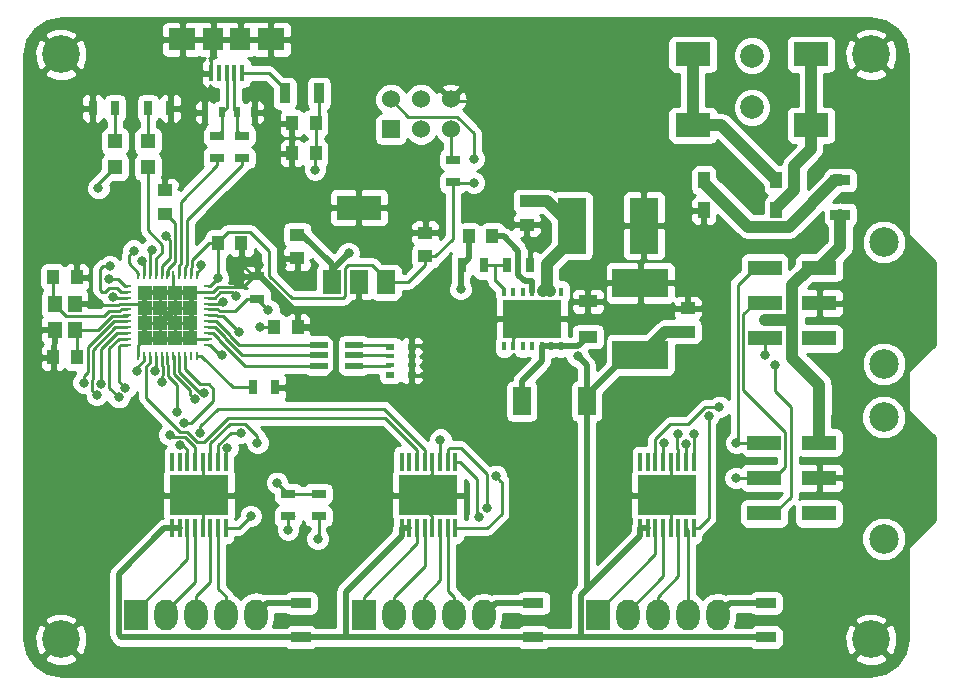
<source format=gbr>
G04 #@! TF.FileFunction,Copper,L1,Top,Signal*
%FSLAX46Y46*%
G04 Gerber Fmt 4.6, Leading zero omitted, Abs format (unit mm)*
G04 Created by KiCad (PCBNEW 4.0.7) date 11/30/17 15:22:44*
%MOMM*%
%LPD*%
G01*
G04 APERTURE LIST*
%ADD10C,0.100000*%
%ADD11C,0.800000*%
%ADD12C,2.000000*%
%ADD13R,3.000000X2.000000*%
%ADD14R,2.000000X2.600000*%
%ADD15O,2.000000X2.600000*%
%ADD16R,1.500000X2.400000*%
%ADD17R,1.000000X1.250000*%
%ADD18R,1.250000X1.000000*%
%ADD19R,1.524000X1.524000*%
%ADD20C,1.524000*%
%ADD21R,0.700000X1.300000*%
%ADD22R,1.300000X0.700000*%
%ADD23R,0.500000X0.900000*%
%ADD24R,0.250000X0.700000*%
%ADD25R,0.700000X0.250000*%
%ADD26R,1.287500X1.287500*%
%ADD27R,3.800000X2.000000*%
%ADD28R,1.500000X2.000000*%
%ADD29R,0.300000X1.600000*%
%ADD30R,5.000000X3.400000*%
%ADD31R,0.400000X1.400000*%
%ADD32R,2.300000X1.900000*%
%ADD33R,1.800000X1.900000*%
%ADD34R,1.200000X1.400000*%
%ADD35R,1.700000X0.900000*%
%ADD36R,1.600000X1.000000*%
%ADD37R,0.800000X0.500000*%
%ADD38R,0.800000X0.400000*%
%ADD39R,5.000000X3.200000*%
%ADD40R,0.400000X0.800000*%
%ADD41R,2.450000X4.700000*%
%ADD42R,4.700000X2.450000*%
%ADD43R,1.200000X1.200000*%
%ADD44R,0.900000X1.700000*%
%ADD45C,3.200000*%
%ADD46R,1.000000X1.400000*%
%ADD47C,2.500000*%
%ADD48R,2.920000X1.270000*%
%ADD49R,1.600000X0.500000*%
%ADD50C,0.250000*%
%ADD51C,1.000000*%
%ADD52C,0.500000*%
%ADD53C,0.254000*%
G04 APERTURE END LIST*
D10*
D11*
X174142400Y-67843400D03*
X176784000Y-83032600D03*
X196215000Y-83032600D03*
X216408000Y-83032600D03*
X205950441Y-68125571D03*
D12*
X223600000Y-45820000D03*
X223600000Y-50220000D03*
D13*
X228600000Y-45720000D03*
X228600000Y-51720000D03*
X218600000Y-51720000D03*
X218600000Y-45720000D03*
D14*
X210541000Y-93192600D03*
D15*
X213081000Y-93192600D03*
X215621000Y-93192600D03*
X218161000Y-93192600D03*
X220701000Y-93192600D03*
D16*
X204113500Y-75082400D03*
X209613500Y-75082400D03*
D17*
X166446000Y-71374000D03*
X164446000Y-71374000D03*
X164421000Y-64592200D03*
X166421000Y-64592200D03*
D18*
X173888400Y-59242200D03*
X173888400Y-57242200D03*
X204528041Y-58149971D03*
X204528041Y-60149971D03*
D17*
X201613141Y-61140571D03*
X199613141Y-61140571D03*
X178384200Y-61722000D03*
X180384200Y-61722000D03*
D19*
X193040000Y-52070000D03*
D20*
X195580000Y-52070000D03*
X198120000Y-52070000D03*
X198120000Y-49530000D03*
X195580000Y-49530000D03*
X193040000Y-49530000D03*
D14*
X171425000Y-93167200D03*
D15*
X173965000Y-93167200D03*
X176505000Y-93167200D03*
X179045000Y-93167200D03*
X181585000Y-93167200D03*
D14*
X190729000Y-93192600D03*
D15*
X193269000Y-93192600D03*
X195809000Y-93192600D03*
X198349000Y-93192600D03*
X200889000Y-93192600D03*
D21*
X202900651Y-63540871D03*
X204800651Y-63540871D03*
D22*
X178308000Y-52603400D03*
X178308000Y-54503400D03*
X180391000Y-52603400D03*
X180391000Y-54503400D03*
X198323200Y-54660800D03*
X198323200Y-56560800D03*
D21*
X199027151Y-63574333D03*
X200927151Y-63574333D03*
D22*
X186905900Y-84818300D03*
X186905900Y-82918300D03*
X184345099Y-84828345D03*
X184345099Y-82928345D03*
X181712000Y-64516000D03*
X181712000Y-66416000D03*
D23*
X179984000Y-50622200D03*
X181484000Y-50622200D03*
D24*
X176617000Y-64418000D03*
X176117000Y-64418000D03*
X175617000Y-64418000D03*
X175117000Y-64418000D03*
X174617000Y-64418000D03*
X174117000Y-64418000D03*
X173617000Y-64418000D03*
X173117000Y-64418000D03*
X172617000Y-64418000D03*
X172117000Y-64418000D03*
X171617000Y-64418000D03*
D25*
X170717000Y-65318000D03*
X170717000Y-65818000D03*
X170717000Y-66318000D03*
X170717000Y-66818000D03*
X170717000Y-67318000D03*
X170717000Y-67818000D03*
X170717000Y-68318000D03*
X170717000Y-68818000D03*
X170717000Y-69318000D03*
X170717000Y-69818000D03*
X170717000Y-70318000D03*
D24*
X171617000Y-71218000D03*
X172117000Y-71218000D03*
X172617000Y-71218000D03*
X173117000Y-71218000D03*
X173617000Y-71218000D03*
X174117000Y-71218000D03*
X174617000Y-71218000D03*
X175117000Y-71218000D03*
X175617000Y-71218000D03*
X176117000Y-71218000D03*
X176617000Y-71218000D03*
D25*
X177517000Y-70318000D03*
X177517000Y-69818000D03*
X177517000Y-69318000D03*
X177517000Y-68818000D03*
X177517000Y-68318000D03*
X177517000Y-67818000D03*
X177517000Y-67318000D03*
X177517000Y-66818000D03*
X177517000Y-66318000D03*
X177517000Y-65818000D03*
X177517000Y-65318000D03*
D26*
X172185750Y-69749250D03*
X173473250Y-69749250D03*
X174760750Y-69749250D03*
X176048250Y-69749250D03*
X172185750Y-68461750D03*
X173473250Y-68461750D03*
X174760750Y-68461750D03*
X176048250Y-68461750D03*
X172185750Y-67174250D03*
X173473250Y-67174250D03*
X174760750Y-67174250D03*
X176048250Y-67174250D03*
X172185750Y-65886750D03*
X173473250Y-65886750D03*
X174760750Y-65886750D03*
X176048250Y-65886750D03*
D27*
X190322000Y-58699400D03*
D28*
X190322000Y-64999400D03*
X192622000Y-64999400D03*
X188022000Y-64999400D03*
D29*
X174509000Y-80232600D03*
X174509000Y-85832600D03*
X175159000Y-80232600D03*
X175159000Y-85832600D03*
X175809000Y-80232600D03*
X175809000Y-85832600D03*
X176459000Y-80232600D03*
X176459000Y-85832600D03*
X177109000Y-80232600D03*
X177109000Y-85832600D03*
X177759000Y-80232600D03*
X177759000Y-85832600D03*
X178409000Y-80232600D03*
X178409000Y-85832600D03*
X179059000Y-80232600D03*
X179059000Y-85832600D03*
D30*
X176784000Y-83032600D03*
D29*
X193940000Y-80232600D03*
X193940000Y-85832600D03*
X194590000Y-80232600D03*
X194590000Y-85832600D03*
X195240000Y-80232600D03*
X195240000Y-85832600D03*
X195890000Y-80232600D03*
X195890000Y-85832600D03*
X196540000Y-80232600D03*
X196540000Y-85832600D03*
X197190000Y-80232600D03*
X197190000Y-85832600D03*
X197840000Y-80232600D03*
X197840000Y-85832600D03*
X198490000Y-80232600D03*
X198490000Y-85832600D03*
D30*
X196215000Y-83032600D03*
D29*
X214133000Y-80232600D03*
X214133000Y-85832600D03*
X214783000Y-80232600D03*
X214783000Y-85832600D03*
X215433000Y-80232600D03*
X215433000Y-85832600D03*
X216083000Y-80232600D03*
X216083000Y-85832600D03*
X216733000Y-80232600D03*
X216733000Y-85832600D03*
X217383000Y-80232600D03*
X217383000Y-85832600D03*
X218033000Y-80232600D03*
X218033000Y-85832600D03*
X218683000Y-80232600D03*
X218683000Y-85832600D03*
D30*
X216408000Y-83032600D03*
D23*
X178765000Y-50622200D03*
X177265000Y-50622200D03*
D31*
X178480000Y-47300000D03*
X177830000Y-47300000D03*
X179780000Y-47300000D03*
X180430000Y-47300000D03*
X179130000Y-47300000D03*
D32*
X182880000Y-44450000D03*
D33*
X180280000Y-44450000D03*
X177980000Y-44450000D03*
D32*
X175380000Y-44450000D03*
D34*
X166268000Y-69052800D03*
X166268000Y-66852800D03*
X164568000Y-66852800D03*
X164568000Y-69052800D03*
D18*
X185090000Y-62985400D03*
X185090000Y-60985400D03*
X195936000Y-62833000D03*
X195936000Y-60833000D03*
D35*
X231076500Y-59288000D03*
X231076500Y-56388000D03*
X185420000Y-92176600D03*
X185420000Y-95076600D03*
X205105000Y-92176600D03*
X205105000Y-95076600D03*
X224790000Y-92176600D03*
X224790000Y-95076600D03*
D36*
X209709641Y-69626971D03*
X209709641Y-66626971D03*
D37*
X192989000Y-70459600D03*
D38*
X192989000Y-72059600D03*
X192989000Y-71259600D03*
D37*
X192989000Y-72859600D03*
D38*
X194789000Y-71259600D03*
D37*
X194789000Y-70459600D03*
D38*
X194789000Y-72059600D03*
D37*
X194789000Y-72859600D03*
D39*
X205010641Y-68125571D03*
D40*
X207410641Y-65825571D03*
X206610641Y-65825571D03*
X205810641Y-65825571D03*
X205010641Y-65825571D03*
X204210641Y-65825571D03*
X203410641Y-65825571D03*
X202610641Y-65825571D03*
X202610641Y-70425571D03*
X203410641Y-70425571D03*
X204210641Y-70425571D03*
X205010641Y-70425571D03*
X205810641Y-70425571D03*
X206610641Y-70425571D03*
X207410641Y-70425571D03*
D41*
X208348741Y-60226171D03*
X214448741Y-60226171D03*
D42*
X214154641Y-71177571D03*
X214154641Y-65077571D03*
D17*
X183166000Y-68834000D03*
X185166000Y-68834000D03*
X186658000Y-54102000D03*
X184658000Y-54102000D03*
D43*
X172466000Y-55286000D03*
X172466000Y-53086000D03*
X169672000Y-55286000D03*
X169672000Y-53086000D03*
D44*
X186944000Y-49022000D03*
X184044000Y-49022000D03*
D21*
X183256000Y-73914000D03*
X181356000Y-73914000D03*
X172466000Y-50292000D03*
X174366000Y-50292000D03*
X169672000Y-50292000D03*
X167772000Y-50292000D03*
D17*
X186658000Y-51562000D03*
X184658000Y-51562000D03*
D45*
X233680000Y-45720000D03*
X233680000Y-95250000D03*
X165100000Y-95250000D03*
X165100000Y-45720000D03*
D46*
X219529000Y-58928000D03*
X219529000Y-56388000D03*
X225679000Y-56388000D03*
X225679000Y-58928000D03*
D47*
X234772200Y-61626600D03*
X234772200Y-71926600D03*
D48*
X229302200Y-63776600D03*
X229302200Y-69776600D03*
X229302200Y-66776600D03*
X224672200Y-63776600D03*
X224672200Y-66776600D03*
X224672200Y-69776600D03*
D47*
X234755800Y-76434800D03*
X234755800Y-86734800D03*
D48*
X229285800Y-78584800D03*
X229285800Y-84584800D03*
X229285800Y-81584800D03*
X224655800Y-78584800D03*
X224655800Y-81584800D03*
X224655800Y-84584800D03*
D18*
X218167841Y-69198471D03*
X218167841Y-67198471D03*
D11*
X204185141Y-68112871D03*
D49*
X189916000Y-72107200D03*
X189916000Y-71207200D03*
X189916000Y-70307200D03*
X186966000Y-70307200D03*
X186966000Y-71207200D03*
X186966000Y-72107200D03*
D11*
X183388000Y-81991200D03*
X178384200Y-64675800D03*
X178741914Y-71165859D03*
X171579852Y-72504331D03*
X169494200Y-66242958D03*
X200050400Y-56591200D03*
X200050400Y-54559200D03*
X171244588Y-62337301D03*
X172800860Y-62260060D03*
X171941979Y-63219663D03*
X169242165Y-63663880D03*
X224726500Y-71196200D03*
X182664100Y-67398900D03*
X186829700Y-86728300D03*
X222224600Y-81584800D03*
X167025977Y-73509301D03*
X222290743Y-78602138D03*
X184327800Y-85961009D03*
X168134126Y-74572733D03*
X174295945Y-77931169D03*
X169138600Y-64744600D03*
X216115900Y-78625700D03*
X173666065Y-73494499D03*
X200533000Y-84913310D03*
X218733301Y-77862508D03*
X179193543Y-79050663D03*
X174944782Y-75959810D03*
X220853000Y-75565000D03*
X176928643Y-63575708D03*
X201155300Y-84124800D03*
X218008291Y-78689200D03*
X176437779Y-74941224D03*
X180340000Y-77749400D03*
X175514000Y-76932541D03*
X175212941Y-78832564D03*
X176903721Y-77781421D03*
X169979783Y-74753163D03*
X217371722Y-77866910D03*
X177252171Y-74360888D03*
X197231000Y-78333600D03*
X181737000Y-78613000D03*
X225590100Y-72009000D03*
X180136800Y-69189600D03*
X206242541Y-63457371D03*
X224713800Y-68224400D03*
X204807437Y-61978771D03*
X209709639Y-65268071D03*
X181889400Y-63582821D03*
X183819800Y-63582821D03*
X199898000Y-49657000D03*
X196291200Y-56921400D03*
X182448200Y-52578000D03*
X176428400Y-52730400D03*
X208838800Y-71285100D03*
X198932800Y-65595500D03*
X189445900Y-62547500D03*
X201904600Y-81407000D03*
X173029864Y-72520472D03*
X181178200Y-84810600D03*
X168475988Y-73632971D03*
X219927522Y-76321997D03*
X178838945Y-66685806D03*
X181939326Y-68834902D03*
X179908200Y-66192400D03*
X168275000Y-57048400D03*
X170561000Y-73939400D03*
X173981960Y-61078960D03*
X186613800Y-55473600D03*
D50*
X168201543Y-69052800D02*
X169386354Y-67867989D01*
X169386354Y-67867989D02*
X170667011Y-67867989D01*
X170667011Y-67867989D02*
X170717000Y-67818000D01*
X166268000Y-69052800D02*
X168201543Y-69052800D01*
X166446000Y-71374000D02*
X166446000Y-69230800D01*
X166446000Y-69230800D02*
X166268000Y-69052800D01*
X170205015Y-67318000D02*
X170717000Y-67318000D01*
X165493001Y-67877801D02*
X168740132Y-67877801D01*
X164568000Y-66952800D02*
X165493001Y-67877801D01*
X164568000Y-66852800D02*
X164568000Y-66952800D01*
X168740132Y-67877801D02*
X169199955Y-67417978D01*
X169199955Y-67417978D02*
X170105037Y-67417978D01*
X170105037Y-67417978D02*
X170205015Y-67318000D01*
X164421000Y-64592200D02*
X164421000Y-66705800D01*
X164421000Y-66705800D02*
X164568000Y-66852800D01*
X174117000Y-64418000D02*
X174166999Y-64368001D01*
X174166999Y-64368001D02*
X174166999Y-63881801D01*
X174166999Y-63881801D02*
X174763400Y-63285400D01*
X174763400Y-63285400D02*
X174763400Y-59992200D01*
X174763400Y-59992200D02*
X174013400Y-59242200D01*
X174013400Y-59242200D02*
X173888400Y-59242200D01*
X195936000Y-62833000D02*
X196811000Y-62833000D01*
X195936000Y-63583000D02*
X195936000Y-62833000D01*
X183388000Y-81991200D02*
X183407954Y-81991200D01*
X183407954Y-81991200D02*
X184345099Y-82928345D01*
X178384200Y-61722000D02*
X178384200Y-64675800D01*
X184345099Y-82928345D02*
X186903245Y-82928345D01*
X186903245Y-82928345D02*
X186905900Y-82931000D01*
X183964445Y-82928345D02*
X184345099Y-82928345D01*
X181144201Y-60771999D02*
X179209201Y-60771999D01*
X178384200Y-61597000D02*
X178384200Y-61722000D01*
X182738057Y-64467869D02*
X182738057Y-62365855D01*
X184624177Y-66353989D02*
X182738057Y-64467869D01*
X189002413Y-66353989D02*
X184624177Y-66353989D01*
X189179200Y-63807198D02*
X189179200Y-66177202D01*
X189179200Y-66177202D02*
X189002413Y-66353989D01*
X189410198Y-63576200D02*
X189179200Y-63807198D01*
X191448800Y-63576200D02*
X189410198Y-63576200D01*
X179209201Y-60771999D02*
X178384200Y-61597000D01*
X182738057Y-62365855D02*
X181144201Y-60771999D01*
X192622000Y-64999400D02*
X192622000Y-64749400D01*
X192622000Y-64749400D02*
X191448800Y-63576200D01*
X184045099Y-82928345D02*
X184345099Y-82928345D01*
X178589859Y-71165859D02*
X178741914Y-71165859D01*
X177742000Y-70318000D02*
X178589859Y-71165859D01*
X177517000Y-70318000D02*
X177742000Y-70318000D01*
X176203633Y-63152567D02*
X177634200Y-61722000D01*
X177634200Y-61722000D02*
X178384200Y-61722000D01*
X176117000Y-64418000D02*
X176117000Y-63841033D01*
X176203633Y-63754400D02*
X176203633Y-63152567D01*
X176117000Y-63841033D02*
X176203633Y-63754400D01*
X172117000Y-71653397D02*
X171579852Y-72190545D01*
X171579852Y-72190545D02*
X171579852Y-72504331D01*
X172117000Y-71218000D02*
X172117000Y-71653397D01*
X198323200Y-56560800D02*
X198323200Y-61320800D01*
X198323200Y-61320800D02*
X196811000Y-62833000D01*
X170717000Y-66318000D02*
X169569242Y-66318000D01*
X169569242Y-66318000D02*
X169494200Y-66242958D01*
X178384200Y-64675800D02*
X177742000Y-65318000D01*
X177742000Y-65318000D02*
X177517000Y-65318000D01*
X200050400Y-56591200D02*
X198353600Y-56591200D01*
X198353600Y-56591200D02*
X198323200Y-56560800D01*
X193040000Y-49530000D02*
X194492999Y-50982999D01*
X194492999Y-50982999D02*
X198641761Y-50982999D01*
X198641761Y-50982999D02*
X200050400Y-52391638D01*
X200050400Y-52391638D02*
X200050400Y-54559200D01*
X192622000Y-64999400D02*
X194519600Y-64999400D01*
X194519600Y-64999400D02*
X195936000Y-63583000D01*
X170844589Y-62737300D02*
X171244588Y-62337301D01*
X170844589Y-63420589D02*
X170844589Y-62737300D01*
X171617000Y-64193000D02*
X170844589Y-63420589D01*
X171617000Y-64418000D02*
X171617000Y-64193000D01*
X172666989Y-62393931D02*
X172800860Y-62260060D01*
X172666989Y-63768011D02*
X172666989Y-62393931D01*
X172617000Y-63818000D02*
X172666989Y-63768011D01*
X172617000Y-64418000D02*
X172617000Y-63818000D01*
X172117000Y-63394684D02*
X171941979Y-63219663D01*
X172117000Y-64418000D02*
X172117000Y-63394684D01*
X168413598Y-65651402D02*
X168413598Y-63926762D01*
X169171598Y-65517956D02*
X168871554Y-65818000D01*
X170167646Y-65818000D02*
X169867602Y-65517956D01*
X168676480Y-63663880D02*
X169242165Y-63663880D01*
X170717000Y-65818000D02*
X170167646Y-65818000D01*
X168871554Y-65818000D02*
X168580196Y-65818000D01*
X168413598Y-63926762D02*
X168676480Y-63663880D01*
X168580196Y-65818000D02*
X168413598Y-65651402D01*
X169867602Y-65517956D02*
X169171598Y-65517956D01*
X198120000Y-52070000D02*
X198120000Y-54457600D01*
X198120000Y-54457600D02*
X198323200Y-54660800D01*
X173965000Y-93167200D02*
X173965000Y-92867200D01*
X173965000Y-92867200D02*
X176459000Y-90373200D01*
X176459000Y-90373200D02*
X176459000Y-85832600D01*
X176505000Y-93167200D02*
X176505000Y-91617200D01*
X176505000Y-91617200D02*
X177759000Y-90363200D01*
X177759000Y-90363200D02*
X177759000Y-85832600D01*
X179045000Y-93167200D02*
X179045000Y-91617200D01*
X179045000Y-91617200D02*
X178409000Y-90981200D01*
X178409000Y-90981200D02*
X178409000Y-85832600D01*
X193269000Y-93192600D02*
X193269000Y-91642600D01*
X193269000Y-91642600D02*
X195890000Y-89021600D01*
X195890000Y-89021600D02*
X195890000Y-85832600D01*
X195809000Y-93192600D02*
X195809000Y-91642600D01*
X195809000Y-91642600D02*
X197190000Y-90261600D01*
X197190000Y-90261600D02*
X197190000Y-85832600D01*
X198349000Y-93192600D02*
X198349000Y-91642600D01*
X198349000Y-91642600D02*
X197840000Y-91133600D01*
X197840000Y-91133600D02*
X197840000Y-85832600D01*
X213081000Y-93192600D02*
X213081000Y-92892600D01*
X213081000Y-92892600D02*
X216083000Y-89890600D01*
X216083000Y-89890600D02*
X216083000Y-85832600D01*
X215621000Y-93192600D02*
X215621000Y-91642600D01*
X217383000Y-89880600D02*
X217383000Y-85832600D01*
X215621000Y-91642600D02*
X217383000Y-89880600D01*
X218161000Y-93192600D02*
X218161000Y-85960600D01*
X218161000Y-85960600D02*
X218033000Y-85832600D01*
X224726500Y-71196200D02*
X224726500Y-69830900D01*
X224726500Y-69830900D02*
X224672200Y-69776600D01*
X181712000Y-66416000D02*
X181712000Y-66446800D01*
X181712000Y-66446800D02*
X182664100Y-67398900D01*
X224688400Y-69792800D02*
X224672200Y-69776600D01*
X178430100Y-67318000D02*
X177517000Y-67318000D01*
X178522916Y-67410816D02*
X178430100Y-67318000D01*
X179817184Y-67410816D02*
X178522916Y-67410816D01*
X180812000Y-66416000D02*
X179817184Y-67410816D01*
X181712000Y-66416000D02*
X180812000Y-66416000D01*
X179780000Y-47300000D02*
X179780000Y-50418200D01*
X179780000Y-50418200D02*
X179984000Y-50622200D01*
X179984000Y-50622200D02*
X179984000Y-52196400D01*
X179984000Y-52196400D02*
X180391000Y-52603400D01*
X179130000Y-47300000D02*
X179130000Y-50257200D01*
X179130000Y-50257200D02*
X178765000Y-50622200D01*
X178765000Y-50622200D02*
X178765000Y-52146400D01*
X178765000Y-52146400D02*
X178308000Y-52603400D01*
X178308000Y-54503400D02*
X178308000Y-55103400D01*
X178308000Y-55103400D02*
X175227411Y-58183989D01*
X175227411Y-58183989D02*
X175227411Y-63457800D01*
X175227411Y-63457800D02*
X175117000Y-63568211D01*
X175117000Y-63568211D02*
X175117000Y-64418000D01*
X175753622Y-59740778D02*
X175753622Y-63568000D01*
X180391000Y-55103400D02*
X175753622Y-59740778D01*
X175617000Y-63704622D02*
X175617000Y-64418000D01*
X180391000Y-54503400D02*
X180391000Y-55103400D01*
X175753622Y-63568000D02*
X175617000Y-63704622D01*
X186905900Y-86652100D02*
X186829700Y-86728300D01*
X186905900Y-84818300D02*
X186905900Y-86652100D01*
X224672200Y-66776600D02*
X223847200Y-66776600D01*
X223847200Y-66776600D02*
X222887199Y-67736601D01*
X222887199Y-67736601D02*
X222887199Y-74136197D01*
X225480800Y-81584800D02*
X224655800Y-81584800D01*
X222887199Y-74136197D02*
X226440801Y-77689799D01*
X226440801Y-77689799D02*
X226440801Y-80624799D01*
X226440801Y-80624799D02*
X225480800Y-81584800D01*
X186905900Y-84831000D02*
X187205900Y-84831000D01*
X222224600Y-81584800D02*
X224655800Y-81584800D01*
X170717000Y-68318000D02*
X169572756Y-68318000D01*
X169572756Y-68318000D02*
X167351768Y-70538988D01*
X167351768Y-70538988D02*
X167351768Y-72617825D01*
X167351768Y-72617825D02*
X167025977Y-72943616D01*
X167025977Y-72943616D02*
X167025977Y-73509301D01*
X224655800Y-78584800D02*
X222308081Y-78584800D01*
X222308081Y-78584800D02*
X222290743Y-78602138D01*
X222390802Y-65232998D02*
X222390802Y-78502079D01*
X223847200Y-63776600D02*
X222390802Y-65232998D01*
X224672200Y-63776600D02*
X223847200Y-63776600D01*
X222390802Y-78502079D02*
X222290743Y-78602138D01*
X184345099Y-84828345D02*
X184345099Y-85943710D01*
X184345099Y-85943710D02*
X184327800Y-85961009D01*
X224672200Y-63776600D02*
X225497200Y-63776600D01*
X170717000Y-68818000D02*
X169709167Y-68818000D01*
X167801787Y-73234170D02*
X167750987Y-73284970D01*
X167750987Y-74189594D02*
X168134126Y-74572733D01*
X169709167Y-68818000D02*
X167801787Y-70725380D01*
X167801787Y-70725380D02*
X167801787Y-73234170D01*
X167750987Y-73284970D02*
X167750987Y-74189594D01*
X184345099Y-84828345D02*
X184840845Y-84828345D01*
X189916000Y-70307200D02*
X192836600Y-70307200D01*
X192836600Y-70307200D02*
X192989000Y-70459600D01*
X189916000Y-71207200D02*
X192936600Y-71207200D01*
X192936600Y-71207200D02*
X192989000Y-71259600D01*
X189916000Y-72107200D02*
X192941400Y-72107200D01*
X192941400Y-72107200D02*
X192989000Y-72059600D01*
X176459000Y-80232600D02*
X176459000Y-79005619D01*
X174472338Y-78107562D02*
X174295945Y-77931169D01*
X176459000Y-79005619D02*
X175560943Y-78107562D01*
X175560943Y-78107562D02*
X174472338Y-78107562D01*
X170717000Y-65318000D02*
X170492000Y-65318000D01*
X170492000Y-65318000D02*
X169918600Y-64744600D01*
X169918600Y-64744600D02*
X169138600Y-64744600D01*
X216083000Y-78658600D02*
X216115900Y-78625700D01*
X216083000Y-80232600D02*
X216083000Y-78658600D01*
X173617000Y-71218000D02*
X173617000Y-72034604D01*
X173666065Y-72928814D02*
X173666065Y-73494499D01*
X173617000Y-72034604D02*
X173754866Y-72172470D01*
X173754866Y-72840013D02*
X173666065Y-72928814D01*
X173754866Y-72172470D02*
X173754866Y-72840013D01*
X200328698Y-84709008D02*
X200533000Y-84913310D01*
X200328698Y-81671298D02*
X200328698Y-84709008D01*
X198490000Y-80232600D02*
X198890000Y-80232600D01*
X198890000Y-80232600D02*
X200328698Y-81671298D01*
X218683000Y-79182600D02*
X218733301Y-79132299D01*
X218733301Y-79132299D02*
X218733301Y-77862508D01*
X218683000Y-80232600D02*
X218683000Y-79182600D01*
X179190937Y-79050663D02*
X179193543Y-79050663D01*
X179059000Y-80232600D02*
X179059000Y-79182600D01*
X179059000Y-79182600D02*
X179190937Y-79050663D01*
X174117000Y-71898193D02*
X174204877Y-71986070D01*
X174944782Y-73700212D02*
X174944782Y-75959810D01*
X174204877Y-72960307D02*
X174944782Y-73700212D01*
X174204877Y-71986070D02*
X174204877Y-72960307D01*
X174117000Y-71218000D02*
X174117000Y-71898193D01*
X219659200Y-75565000D02*
X220853000Y-75565000D01*
X218218489Y-77005711D02*
X219659200Y-75565000D01*
X216687604Y-77005711D02*
X218218489Y-77005711D01*
X215433000Y-79182600D02*
X215390898Y-79140498D01*
X215433000Y-80232600D02*
X215433000Y-79182600D01*
X215390898Y-78302417D02*
X216687604Y-77005711D01*
X215390898Y-79140498D02*
X215390898Y-78302417D01*
X176992000Y-63818000D02*
X176992000Y-63639065D01*
X176617000Y-64193000D02*
X176992000Y-63818000D01*
X176617000Y-64418000D02*
X176617000Y-64193000D01*
X176992000Y-63639065D02*
X176928643Y-63575708D01*
X197840000Y-79182600D02*
X197939700Y-79082900D01*
X197840000Y-80232600D02*
X197840000Y-79182600D01*
X198958200Y-79082900D02*
X201155300Y-81280000D01*
X201155300Y-81280000D02*
X201155300Y-83559115D01*
X201155300Y-83559115D02*
X201155300Y-84124800D01*
X197939700Y-79082900D02*
X198958200Y-79082900D01*
X218033000Y-80232600D02*
X218033000Y-78713909D01*
X218033000Y-78713909D02*
X218008291Y-78689200D01*
X174654888Y-71255888D02*
X174654888Y-72771983D01*
X176037780Y-74154875D02*
X176037780Y-74541225D01*
X174654888Y-72771983D02*
X176037780Y-74154875D01*
X174617000Y-71218000D02*
X174654888Y-71255888D01*
X176037780Y-74541225D02*
X176437779Y-74941224D01*
X179456815Y-77749400D02*
X180340000Y-77749400D01*
X178409000Y-78797215D02*
X179456815Y-77749400D01*
X178409000Y-80232600D02*
X178409000Y-78797215D01*
X176079685Y-76932541D02*
X175514000Y-76932541D01*
X177600172Y-73635887D02*
X177977172Y-74012887D01*
X176904170Y-73635887D02*
X177600172Y-73635887D01*
X175809000Y-79182600D02*
X175458964Y-78832564D01*
X175809000Y-80232600D02*
X175809000Y-79182600D01*
X175617000Y-71218000D02*
X175617000Y-72348717D01*
X175458964Y-78832564D02*
X175212941Y-78832564D01*
X175617000Y-72348717D02*
X176904170Y-73635887D01*
X177977172Y-75035054D02*
X176079685Y-76932541D01*
X177977172Y-74012887D02*
X177977172Y-75035054D01*
X178404667Y-75714790D02*
X176903721Y-77215736D01*
X195890000Y-80232600D02*
X195890000Y-79182600D01*
X192422190Y-75714790D02*
X178404667Y-75714790D01*
X195890000Y-79182600D02*
X192422190Y-75714790D01*
X176903721Y-77215736D02*
X176903721Y-77781421D01*
X170717000Y-69818000D02*
X169981990Y-69818000D01*
X169200998Y-73974378D02*
X169979783Y-74753163D01*
X169200998Y-70598992D02*
X169200998Y-73974378D01*
X169981990Y-69818000D02*
X169200998Y-70598992D01*
X179253346Y-76504800D02*
X177251723Y-78506423D01*
X172617000Y-71818000D02*
X172617000Y-71218000D01*
X172304854Y-72130146D02*
X172617000Y-71818000D01*
X195240000Y-80232600D02*
X195240000Y-79182600D01*
X172304854Y-74813156D02*
X172304854Y-72130146D01*
X175747343Y-77657551D02*
X175149247Y-77657551D01*
X192562200Y-76504800D02*
X179253346Y-76504800D01*
X176596215Y-78506423D02*
X175747343Y-77657551D01*
X195240000Y-79182600D02*
X192562200Y-76504800D01*
X175149247Y-77657551D02*
X172304854Y-74813156D01*
X177251723Y-78506423D02*
X176596215Y-78506423D01*
X217383000Y-80232600D02*
X217383000Y-79182600D01*
X217383000Y-79182600D02*
X217271600Y-79071200D01*
X217271600Y-79071200D02*
X217271600Y-77967032D01*
X217271600Y-77967032D02*
X217371722Y-77866910D01*
X175117000Y-71218000D02*
X175117000Y-72583917D01*
X176893971Y-74360888D02*
X177252171Y-74360888D01*
X175117000Y-72583917D02*
X176893971Y-74360888D01*
X181737000Y-78613000D02*
X181737000Y-78047315D01*
X177759000Y-78635556D02*
X177759000Y-80232600D01*
X181737000Y-78047315D02*
X180689785Y-77000100D01*
X180689785Y-77000100D02*
X179394456Y-77000100D01*
X179394456Y-77000100D02*
X177759000Y-78635556D01*
X197231000Y-78333600D02*
X197231000Y-80191600D01*
X197231000Y-80191600D02*
X197190000Y-80232600D01*
X178252872Y-68318000D02*
X177517000Y-68318000D01*
X179411798Y-69476926D02*
X178252872Y-68318000D01*
X179411798Y-69537602D02*
X179411798Y-69476926D01*
X180181396Y-70307200D02*
X179411798Y-69537602D01*
X186966000Y-70307200D02*
X180181396Y-70307200D01*
X178116461Y-68818000D02*
X177517000Y-68818000D01*
X178961787Y-69724002D02*
X178961787Y-69663326D01*
X180444985Y-71207200D02*
X178961787Y-69724002D01*
X186966000Y-71207200D02*
X180444985Y-71207200D01*
X178961787Y-69663326D02*
X178116461Y-68818000D01*
X186966000Y-72107200D02*
X180708574Y-72107200D01*
X178511776Y-69910402D02*
X178511776Y-69849726D01*
X178511776Y-69849726D02*
X177980050Y-69318000D01*
X177980050Y-69318000D02*
X177517000Y-69318000D01*
X180708574Y-72107200D02*
X178511776Y-69910402D01*
X226904499Y-75565484D02*
X225590100Y-74251085D01*
X224655800Y-84584800D02*
X225480800Y-84584800D01*
X225590100Y-74251085D02*
X225590100Y-72009000D01*
X225480800Y-84584800D02*
X226904499Y-83161101D01*
X226904499Y-83161101D02*
X226904499Y-75565484D01*
X178808027Y-67860827D02*
X180136800Y-69189600D01*
X177517000Y-67818000D02*
X178293689Y-67818000D01*
X178293689Y-67818000D02*
X178336516Y-67860827D01*
X178336516Y-67860827D02*
X178808027Y-67860827D01*
X171425000Y-93167200D02*
X171425000Y-92867200D01*
X175809000Y-88483200D02*
X175809000Y-85832600D01*
X171425000Y-92867200D02*
X175809000Y-88483200D01*
X190729000Y-93192600D02*
X190729000Y-91642600D01*
X195240000Y-87131600D02*
X195240000Y-85832600D01*
X190729000Y-91642600D02*
X195240000Y-87131600D01*
X210541000Y-92892600D02*
X215433000Y-88000600D01*
X210541000Y-93192600D02*
X210541000Y-92892600D01*
X215433000Y-88000600D02*
X215433000Y-85832600D01*
D51*
X227025200Y-68224400D02*
X227025200Y-71412100D01*
X227025200Y-65228600D02*
X227025200Y-68224400D01*
X227025200Y-68224400D02*
X224713800Y-68224400D01*
X229302200Y-63776600D02*
X228477200Y-63776600D01*
X228477200Y-63776600D02*
X227025200Y-65228600D01*
X229298500Y-76210298D02*
X229285800Y-76222998D01*
X227025200Y-71412100D02*
X229298500Y-73685400D01*
X229298500Y-73685400D02*
X229298500Y-76210298D01*
X229285800Y-76222998D02*
X229285800Y-78584800D01*
X231076500Y-59288000D02*
X231076500Y-62002300D01*
X231076500Y-62002300D02*
X229302200Y-63776600D01*
X206242541Y-65393671D02*
X206242541Y-65457471D01*
X206242541Y-65457471D02*
X206510640Y-65725570D01*
X206242541Y-63457371D02*
X206242541Y-65393671D01*
X206242541Y-65393671D02*
X205910642Y-65725570D01*
X208348741Y-60226171D02*
X208348741Y-61351171D01*
X208348741Y-61351171D02*
X206242541Y-63457371D01*
X208348741Y-60226171D02*
X206272541Y-58149971D01*
X206272541Y-58149971D02*
X204528041Y-58149971D01*
X229302200Y-63776600D02*
X230127200Y-63776600D01*
X228600000Y-51720000D02*
X228600000Y-53720000D01*
X228600000Y-53720000D02*
X227179000Y-55141000D01*
X225679000Y-58728000D02*
X225679000Y-58928000D01*
X227179000Y-55141000D02*
X227179000Y-57228000D01*
X227179000Y-57228000D02*
X225679000Y-58728000D01*
X228600000Y-45720000D02*
X228600000Y-51720000D01*
D52*
X228100000Y-51720000D02*
X228600000Y-51720000D01*
X185420000Y-92176600D02*
X182575600Y-92176600D01*
X182575600Y-92176600D02*
X181585000Y-93167200D01*
X205105000Y-92176600D02*
X201905000Y-92176600D01*
X201905000Y-92176600D02*
X200889000Y-93192600D01*
X224790000Y-92176600D02*
X221717000Y-92176600D01*
X221717000Y-92176600D02*
X220701000Y-93192600D01*
D50*
X204800651Y-61985557D02*
X204807437Y-61978771D01*
X204800651Y-63540871D02*
X204800651Y-61985557D01*
X209709641Y-66626971D02*
X209709641Y-65268073D01*
X209709641Y-65268073D02*
X209709639Y-65268071D01*
X180527199Y-65400801D02*
X181412000Y-64516000D01*
X178414536Y-65400801D02*
X180527199Y-65400801D01*
X177997337Y-65818000D02*
X178414536Y-65400801D01*
X177517000Y-65818000D02*
X177997337Y-65818000D01*
X203410641Y-70425571D02*
X203410641Y-69775571D01*
X203410641Y-69775571D02*
X205010641Y-68175571D01*
X205010641Y-68175571D02*
X205010641Y-68125571D01*
X203397741Y-70438471D02*
X203410641Y-70425571D01*
D52*
X185166000Y-67709000D02*
X181973000Y-64516000D01*
X181973000Y-64516000D02*
X181712000Y-64516000D01*
X185166000Y-68834000D02*
X185166000Y-67709000D01*
X190322000Y-66499400D02*
X190322000Y-64999400D01*
X187127802Y-68834000D02*
X187987400Y-68834000D01*
X187987400Y-68834000D02*
X190322000Y-66499400D01*
X185166000Y-68834000D02*
X187127802Y-68834000D01*
X190449000Y-58826400D02*
X190322000Y-58699400D01*
D50*
X188221189Y-69927387D02*
X187127802Y-68834000D01*
X183256000Y-73914000D02*
X186794202Y-73914000D01*
X186794202Y-73914000D02*
X188221189Y-72487013D01*
X188221189Y-72487013D02*
X188221189Y-69927387D01*
X177830000Y-47300000D02*
X177830000Y-44600000D01*
X177830000Y-44600000D02*
X177980000Y-44450000D01*
X181712000Y-64516000D02*
X181712000Y-63760221D01*
X181712000Y-63760221D02*
X181889400Y-63582821D01*
X185090000Y-62985400D02*
X184215000Y-62985400D01*
X184215000Y-62985400D02*
X183819800Y-63380600D01*
X183819800Y-63380600D02*
X183819800Y-63582821D01*
X194954400Y-73025000D02*
X194789000Y-72859600D01*
X199898000Y-49657000D02*
X198247000Y-49657000D01*
X198247000Y-49657000D02*
X198120000Y-49530000D01*
X195936000Y-60833000D02*
X195936000Y-57276600D01*
X195936000Y-57276600D02*
X196291200Y-56921400D01*
X182448200Y-52578000D02*
X181484000Y-51613800D01*
X181484000Y-51613800D02*
X181484000Y-50622200D01*
X177265000Y-50622200D02*
X177265000Y-51893800D01*
X177265000Y-51893800D02*
X176428400Y-52730400D01*
X169918636Y-66967968D02*
X170068604Y-66818000D01*
X166268000Y-66852800D02*
X167118000Y-66852800D01*
X167233168Y-66967968D02*
X169918636Y-66967968D01*
X167118000Y-66852800D02*
X167233168Y-66967968D01*
X170068604Y-66818000D02*
X170717000Y-66818000D01*
X180384200Y-61722000D02*
X180384200Y-63488200D01*
X180384200Y-63488200D02*
X181412000Y-64516000D01*
X181412000Y-64516000D02*
X181712000Y-64516000D01*
X177109000Y-80232600D02*
X177109000Y-82707600D01*
X177109000Y-82707600D02*
X176784000Y-83032600D01*
X216733000Y-80232600D02*
X216733000Y-82707600D01*
X216733000Y-82707600D02*
X216408000Y-83032600D01*
X196540000Y-80232600D02*
X196540000Y-81282600D01*
X196540000Y-81282600D02*
X196215000Y-81607600D01*
X196215000Y-81607600D02*
X196215000Y-83032600D01*
X177517000Y-65818000D02*
X176117000Y-65818000D01*
X176117000Y-65818000D02*
X176048250Y-65886750D01*
X170717000Y-66818000D02*
X171829500Y-66818000D01*
X171829500Y-66818000D02*
X172185750Y-67174250D01*
X177517000Y-69818000D02*
X176117000Y-69818000D01*
X176117000Y-69818000D02*
X176048250Y-69749250D01*
X171617000Y-71218000D02*
X171617000Y-70318000D01*
X171617000Y-70318000D02*
X172185750Y-69749250D01*
X174617000Y-64418000D02*
X174617000Y-65743000D01*
X174617000Y-65743000D02*
X174760750Y-65886750D01*
X216733000Y-85832600D02*
X216733000Y-83357600D01*
X216733000Y-83357600D02*
X216408000Y-83032600D01*
X196540000Y-85832600D02*
X196540000Y-84782600D01*
X196540000Y-84782600D02*
X196215000Y-84457600D01*
X196215000Y-84457600D02*
X196215000Y-83032600D01*
X177109000Y-85832600D02*
X177109000Y-83357600D01*
X177109000Y-83357600D02*
X176784000Y-83032600D01*
D52*
X201613141Y-61140571D02*
X202613141Y-61140571D01*
X204359478Y-64909700D02*
X204952600Y-64909700D01*
X202613141Y-61140571D02*
X203822300Y-62349730D01*
X204960633Y-65332063D02*
X204960633Y-65825571D01*
X203822300Y-62349730D02*
X203822300Y-64372522D01*
X203822300Y-64372522D02*
X204359478Y-64909700D01*
X204952600Y-64909700D02*
X204952600Y-65324030D01*
X204952600Y-65324030D02*
X204960633Y-65332063D01*
X209613500Y-75082400D02*
X209613500Y-72059800D01*
X209613500Y-72059800D02*
X208838800Y-71285100D01*
X198932800Y-65595500D02*
X198932800Y-63668684D01*
X198932800Y-63668684D02*
X199027151Y-63574333D01*
X188022000Y-64999400D02*
X188022000Y-63499400D01*
X188022000Y-63499400D02*
X185508000Y-60985400D01*
X185508000Y-60985400D02*
X185090000Y-60985400D01*
X189445900Y-62547500D02*
X188022000Y-63971400D01*
X188022000Y-63971400D02*
X188022000Y-64999400D01*
X199613141Y-61140571D02*
X199613141Y-62988343D01*
X199613141Y-62988343D02*
X199027151Y-63574333D01*
X209613500Y-75082400D02*
X209613500Y-74593712D01*
X209613500Y-74593712D02*
X213029641Y-71177571D01*
X213029641Y-71177571D02*
X214154641Y-71177571D01*
X209613500Y-75082400D02*
X209613500Y-91002100D01*
X209613500Y-91002100D02*
X209090999Y-91524601D01*
X214133000Y-85832600D02*
X214783000Y-85832600D01*
X209092800Y-95076600D02*
X224790000Y-95076600D01*
X209090999Y-91524601D02*
X214133000Y-86482600D01*
X205105000Y-95076600D02*
X209092800Y-95076600D01*
X209092800Y-95076600D02*
X209090999Y-95074799D01*
X209090999Y-95074799D02*
X209090999Y-91524601D01*
X214133000Y-86482600D02*
X214133000Y-85832600D01*
X193940000Y-85832600D02*
X194590000Y-85832600D01*
X189204600Y-95076600D02*
X205105000Y-95076600D01*
X185420000Y-95076600D02*
X189204600Y-95076600D01*
X189204600Y-95076600D02*
X189204600Y-91218000D01*
X189204600Y-91218000D02*
X193940000Y-86482600D01*
X193940000Y-86482600D02*
X193940000Y-85832600D01*
X174509000Y-85832600D02*
X173859000Y-85832600D01*
X173859000Y-85832600D02*
X169974999Y-89716601D01*
X169974999Y-89716601D02*
X169974999Y-94827201D01*
X169974999Y-94827201D02*
X170224398Y-95076600D01*
X170224398Y-95076600D02*
X185420000Y-95076600D01*
X175159000Y-85832600D02*
X174509000Y-85832600D01*
D51*
X218167841Y-69198471D02*
X216273441Y-69198471D01*
X216273441Y-69198471D02*
X214218141Y-71253771D01*
X214218141Y-71253771D02*
X214011841Y-71253771D01*
D52*
X207410641Y-70425571D02*
X208911041Y-70425571D01*
X208911041Y-70425571D02*
X209709641Y-69626971D01*
X206610641Y-70425571D02*
X207410641Y-70425571D01*
X205810641Y-70425571D02*
X206610641Y-70425571D01*
X204113500Y-75082400D02*
X204113500Y-73382400D01*
X204113500Y-73382400D02*
X205810641Y-71685259D01*
X205810641Y-71685259D02*
X205810641Y-70425571D01*
D50*
X201886441Y-64937871D02*
X201922941Y-64937871D01*
X201922941Y-64937871D02*
X202610641Y-65625571D01*
X202610641Y-65625571D02*
X202610641Y-65825571D01*
X201886441Y-63540871D02*
X200960613Y-63540871D01*
X202900651Y-63540871D02*
X201886441Y-63540871D01*
X201886441Y-63540871D02*
X201886441Y-64937871D01*
X200960613Y-63540871D02*
X200927151Y-63574333D01*
X202304599Y-81806999D02*
X201904600Y-81407000D01*
X198490000Y-85832600D02*
X201187390Y-85832600D01*
X202401001Y-84618989D02*
X202401001Y-81903401D01*
X201187390Y-85832600D02*
X202401001Y-84618989D01*
X202401001Y-81903401D02*
X202304599Y-81806999D01*
X173117000Y-71218000D02*
X173117000Y-72433336D01*
X173117000Y-72433336D02*
X173029864Y-72520472D01*
X180156200Y-85832600D02*
X181178200Y-84810600D01*
X179059000Y-85832600D02*
X180156200Y-85832600D01*
X168475988Y-70687591D02*
X168475988Y-73632971D01*
X169845579Y-69318000D02*
X168475988Y-70687591D01*
X170717000Y-69318000D02*
X169845579Y-69318000D01*
X219083000Y-85832600D02*
X219927522Y-84988078D01*
X219927522Y-84988078D02*
X219927522Y-76321997D01*
X218683000Y-85832600D02*
X219083000Y-85832600D01*
X178706751Y-66818000D02*
X178838945Y-66685806D01*
X177517000Y-66818000D02*
X178706751Y-66818000D01*
X179566612Y-65850812D02*
X179908200Y-66192400D01*
X178133747Y-66318000D02*
X178600935Y-65850812D01*
X177517000Y-66318000D02*
X178133747Y-66318000D01*
X178600935Y-65850812D02*
X179566612Y-65850812D01*
X181940228Y-68834000D02*
X181939326Y-68834902D01*
X183166000Y-68834000D02*
X181940228Y-68834000D01*
X173685200Y-61849000D02*
X172466000Y-60629800D01*
X172466000Y-60629800D02*
X172466000Y-55286000D01*
X173685200Y-62484000D02*
X173685200Y-61849000D01*
X173117000Y-63052200D02*
X173685200Y-62484000D01*
X173117000Y-64418000D02*
X173117000Y-63052200D01*
X172466000Y-53086000D02*
X172466000Y-50292000D01*
X168275000Y-57048400D02*
X168275000Y-56683000D01*
X168275000Y-56683000D02*
X169672000Y-55286000D01*
X169976800Y-73355200D02*
X170561000Y-73939400D01*
X169976800Y-70459600D02*
X169976800Y-73355200D01*
X170118400Y-70318000D02*
X169976800Y-70459600D01*
X170717000Y-70318000D02*
X170118400Y-70318000D01*
X169672000Y-53086000D02*
X169672000Y-50292000D01*
X180430000Y-47300000D02*
X182722000Y-47300000D01*
X182722000Y-47300000D02*
X184044000Y-48622000D01*
X184044000Y-48622000D02*
X184044000Y-49022000D01*
X176617000Y-71218000D02*
X176992000Y-71218000D01*
X176992000Y-71218000D02*
X179688000Y-73914000D01*
X179688000Y-73914000D02*
X181356000Y-73914000D01*
D51*
X218600000Y-51720000D02*
X221011000Y-51720000D01*
X221011000Y-51720000D02*
X225679000Y-56388000D01*
X218600000Y-45720000D02*
X218600000Y-51720000D01*
X219529000Y-56388000D02*
X219529000Y-56588000D01*
X223269001Y-60328001D02*
X226736499Y-60328001D01*
X219529000Y-56588000D02*
X223269001Y-60328001D01*
X226736499Y-60328001D02*
X230676500Y-56388000D01*
X230676500Y-56388000D02*
X231076500Y-56388000D01*
D50*
X173617000Y-64418000D02*
X173617000Y-63617589D01*
X174301989Y-62932600D02*
X174301989Y-61398989D01*
X174301989Y-61398989D02*
X173981960Y-61078960D01*
X173617000Y-63617589D02*
X174301989Y-62932600D01*
X186613800Y-55473600D02*
X186613800Y-54146200D01*
X186613800Y-54146200D02*
X186658000Y-54102000D01*
X186658000Y-51562000D02*
X186658000Y-54102000D01*
X186944000Y-49022000D02*
X186944000Y-51276000D01*
X186944000Y-51276000D02*
X186658000Y-51562000D01*
D53*
G36*
X234860995Y-42868824D02*
X235862196Y-43537804D01*
X236531175Y-44539005D01*
X236780000Y-45789931D01*
X236780000Y-60706000D01*
X236834046Y-60977705D01*
X236987954Y-61208046D01*
X239066000Y-63286092D01*
X239066000Y-70317908D01*
X236987954Y-72395954D01*
X236834046Y-72626295D01*
X236780000Y-72898000D01*
X236780000Y-75565000D01*
X236834046Y-75836705D01*
X236987954Y-76067046D01*
X239066000Y-78145092D01*
X239066000Y-85176908D01*
X236987954Y-87254954D01*
X236834046Y-87485295D01*
X236780000Y-87757000D01*
X236780000Y-95180069D01*
X236531175Y-96430995D01*
X235862196Y-97432196D01*
X234860995Y-98101176D01*
X233610069Y-98350000D01*
X165169931Y-98350000D01*
X163919005Y-98101175D01*
X162917804Y-97432196D01*
X162519575Y-96836202D01*
X163693403Y-96836202D01*
X163865390Y-97165360D01*
X164692346Y-97492026D01*
X165581363Y-97477365D01*
X166334610Y-97165360D01*
X166506597Y-96836202D01*
X232273403Y-96836202D01*
X232445390Y-97165360D01*
X233272346Y-97492026D01*
X234161363Y-97477365D01*
X234914610Y-97165360D01*
X235086597Y-96836202D01*
X233680000Y-95429605D01*
X232273403Y-96836202D01*
X166506597Y-96836202D01*
X165100000Y-95429605D01*
X163693403Y-96836202D01*
X162519575Y-96836202D01*
X162248824Y-96430995D01*
X162000000Y-95180069D01*
X162000000Y-94842346D01*
X162857974Y-94842346D01*
X162872635Y-95731363D01*
X163184640Y-96484610D01*
X163513798Y-96656597D01*
X164920395Y-95250000D01*
X165279605Y-95250000D01*
X166686202Y-96656597D01*
X167015360Y-96484610D01*
X167342026Y-95657654D01*
X167327365Y-94768637D01*
X167015360Y-94015390D01*
X166686202Y-93843403D01*
X165279605Y-95250000D01*
X164920395Y-95250000D01*
X163513798Y-93843403D01*
X163184640Y-94015390D01*
X162857974Y-94842346D01*
X162000000Y-94842346D01*
X162000000Y-93663798D01*
X163693403Y-93663798D01*
X165100000Y-95070395D01*
X166506597Y-93663798D01*
X166334610Y-93334640D01*
X165507654Y-93007974D01*
X164618637Y-93022635D01*
X163865390Y-93334640D01*
X163693403Y-93663798D01*
X162000000Y-93663798D01*
X162000000Y-71659750D01*
X163311000Y-71659750D01*
X163311000Y-72125310D01*
X163407673Y-72358699D01*
X163586302Y-72537327D01*
X163819691Y-72634000D01*
X164160250Y-72634000D01*
X164319000Y-72475250D01*
X164319000Y-71501000D01*
X163469750Y-71501000D01*
X163311000Y-71659750D01*
X162000000Y-71659750D01*
X162000000Y-70622690D01*
X163311000Y-70622690D01*
X163311000Y-71088250D01*
X163469750Y-71247000D01*
X164319000Y-71247000D01*
X164319000Y-70351050D01*
X164441000Y-70229050D01*
X164441000Y-69179800D01*
X163491750Y-69179800D01*
X163333000Y-69338550D01*
X163333000Y-69879109D01*
X163429673Y-70112498D01*
X163557075Y-70239900D01*
X163407673Y-70389301D01*
X163311000Y-70622690D01*
X162000000Y-70622690D01*
X162000000Y-63967200D01*
X163273560Y-63967200D01*
X163273560Y-65217200D01*
X163317838Y-65452517D01*
X163456910Y-65668641D01*
X163506923Y-65702813D01*
X163371569Y-65900910D01*
X163320560Y-66152800D01*
X163320560Y-67552800D01*
X163364838Y-67788117D01*
X163470482Y-67952293D01*
X163429673Y-67993102D01*
X163333000Y-68226491D01*
X163333000Y-68767050D01*
X163491750Y-68925800D01*
X164441000Y-68925800D01*
X164441000Y-68905800D01*
X164695000Y-68905800D01*
X164695000Y-68925800D01*
X164715000Y-68925800D01*
X164715000Y-69179800D01*
X164695000Y-69179800D01*
X164695000Y-70150750D01*
X164573000Y-70272750D01*
X164573000Y-71247000D01*
X164593000Y-71247000D01*
X164593000Y-71501000D01*
X164573000Y-71501000D01*
X164573000Y-72475250D01*
X164731750Y-72634000D01*
X165072309Y-72634000D01*
X165305698Y-72537327D01*
X165446936Y-72396090D01*
X165481910Y-72450441D01*
X165694110Y-72595431D01*
X165946000Y-72646440D01*
X166328063Y-72646440D01*
X166323829Y-72652777D01*
X166300247Y-72771329D01*
X166149058Y-72922255D01*
X165991157Y-73302524D01*
X165990798Y-73714272D01*
X166148035Y-74094816D01*
X166438931Y-74386220D01*
X166819200Y-74544121D01*
X167091553Y-74544358D01*
X167099141Y-74555715D01*
X167098947Y-74777704D01*
X167256184Y-75158248D01*
X167547080Y-75449652D01*
X167927349Y-75607553D01*
X168339097Y-75607912D01*
X168719641Y-75450675D01*
X169011045Y-75159779D01*
X169019504Y-75139407D01*
X169101841Y-75338678D01*
X169392737Y-75630082D01*
X169773006Y-75787983D01*
X170184754Y-75788342D01*
X170565298Y-75631105D01*
X170856702Y-75340209D01*
X171014603Y-74959940D01*
X171014680Y-74871815D01*
X171146515Y-74817342D01*
X171437919Y-74526446D01*
X171544854Y-74268917D01*
X171544854Y-74813156D01*
X171602706Y-75103995D01*
X171767453Y-75350557D01*
X173590171Y-77173276D01*
X173419026Y-77344123D01*
X173261125Y-77724392D01*
X173260766Y-78136140D01*
X173418003Y-78516684D01*
X173708899Y-78808088D01*
X173981168Y-78921144D01*
X173907559Y-78968510D01*
X173762569Y-79180710D01*
X173711560Y-79432600D01*
X173711560Y-81032600D01*
X173714492Y-81048180D01*
X173649000Y-81206290D01*
X173649000Y-82746850D01*
X173807750Y-82905600D01*
X176657000Y-82905600D01*
X176657000Y-82885600D01*
X176911000Y-82885600D01*
X176911000Y-82905600D01*
X179760250Y-82905600D01*
X179919000Y-82746850D01*
X179919000Y-82196171D01*
X182352821Y-82196171D01*
X182510058Y-82576715D01*
X182800954Y-82868119D01*
X183047659Y-82970560D01*
X183047659Y-83278345D01*
X183091937Y-83513662D01*
X183231009Y-83729786D01*
X183443209Y-83874776D01*
X183456296Y-83877426D01*
X183243658Y-84014255D01*
X183098668Y-84226455D01*
X183047659Y-84478345D01*
X183047659Y-85178345D01*
X183091937Y-85413662D01*
X183231009Y-85629786D01*
X183319537Y-85690275D01*
X183292980Y-85754232D01*
X183292621Y-86165980D01*
X183449858Y-86546524D01*
X183740754Y-86837928D01*
X184121023Y-86995829D01*
X184532771Y-86996188D01*
X184913315Y-86838951D01*
X185204719Y-86548055D01*
X185362620Y-86167786D01*
X185362979Y-85756038D01*
X185343449Y-85708772D01*
X185446540Y-85642435D01*
X185591530Y-85430235D01*
X185625854Y-85260739D01*
X185652738Y-85403617D01*
X185791810Y-85619741D01*
X186004010Y-85764731D01*
X186145900Y-85793464D01*
X186145900Y-85948472D01*
X185952781Y-86141254D01*
X185794880Y-86521523D01*
X185794521Y-86933271D01*
X185951758Y-87313815D01*
X186242654Y-87605219D01*
X186622923Y-87763120D01*
X187034671Y-87763479D01*
X187415215Y-87606242D01*
X187706619Y-87315346D01*
X187864520Y-86935077D01*
X187864879Y-86523329D01*
X187707642Y-86142785D01*
X187665900Y-86100970D01*
X187665900Y-85795042D01*
X187791217Y-85771462D01*
X188007341Y-85632390D01*
X188152331Y-85420190D01*
X188203340Y-85168300D01*
X188203340Y-84468300D01*
X188159062Y-84232983D01*
X188019990Y-84016859D01*
X187807790Y-83871869D01*
X187794703Y-83869219D01*
X188007341Y-83732390D01*
X188152331Y-83520190D01*
X188203340Y-83268300D01*
X188203340Y-82568300D01*
X188159062Y-82332983D01*
X188019990Y-82116859D01*
X187807790Y-81971869D01*
X187555900Y-81920860D01*
X186255900Y-81920860D01*
X186020583Y-81965138D01*
X185804459Y-82104210D01*
X185760637Y-82168345D01*
X185485856Y-82168345D01*
X185459189Y-82126904D01*
X185246989Y-81981914D01*
X184995099Y-81930905D01*
X184423053Y-81930905D01*
X184423179Y-81786229D01*
X184265942Y-81405685D01*
X183975046Y-81114281D01*
X183594777Y-80956380D01*
X183183029Y-80956021D01*
X182802485Y-81113258D01*
X182511081Y-81404154D01*
X182353180Y-81784423D01*
X182352821Y-82196171D01*
X179919000Y-82196171D01*
X179919000Y-81206290D01*
X179853358Y-81047817D01*
X179856440Y-81032600D01*
X179856440Y-79851358D01*
X180070462Y-79637709D01*
X180228363Y-79257440D01*
X180228722Y-78845692D01*
X180203348Y-78784281D01*
X180544971Y-78784579D01*
X180701907Y-78719735D01*
X180701821Y-78817971D01*
X180859058Y-79198515D01*
X181149954Y-79489919D01*
X181530223Y-79647820D01*
X181941971Y-79648179D01*
X182322515Y-79490942D01*
X182613919Y-79200046D01*
X182771820Y-78819777D01*
X182772179Y-78408029D01*
X182614942Y-78027485D01*
X182462724Y-77875002D01*
X182439148Y-77756476D01*
X182274401Y-77509914D01*
X182029287Y-77264800D01*
X192247398Y-77264800D01*
X193771280Y-78788682D01*
X193554683Y-78829438D01*
X193338559Y-78968510D01*
X193193569Y-79180710D01*
X193142560Y-79432600D01*
X193142560Y-81032600D01*
X193145492Y-81048180D01*
X193080000Y-81206290D01*
X193080000Y-82746850D01*
X193238750Y-82905600D01*
X196088000Y-82905600D01*
X196088000Y-82885600D01*
X196342000Y-82885600D01*
X196342000Y-82905600D01*
X199191250Y-82905600D01*
X199350000Y-82746850D01*
X199350000Y-81767402D01*
X199568698Y-81986100D01*
X199568698Y-84536706D01*
X199498180Y-84706533D01*
X199497861Y-85072600D01*
X199287440Y-85072600D01*
X199287440Y-85032600D01*
X199284508Y-85017020D01*
X199350000Y-84858910D01*
X199350000Y-83318350D01*
X199191250Y-83159600D01*
X196342000Y-83159600D01*
X196342000Y-83179600D01*
X196088000Y-83179600D01*
X196088000Y-83159600D01*
X193238750Y-83159600D01*
X193080000Y-83318350D01*
X193080000Y-84858910D01*
X193145642Y-85017383D01*
X193142560Y-85032600D01*
X193142560Y-85463704D01*
X193122367Y-85493925D01*
X193055000Y-85832600D01*
X193055000Y-86116021D01*
X188578810Y-90592210D01*
X188386967Y-90879325D01*
X188386967Y-90879326D01*
X188319599Y-91218000D01*
X188319600Y-91218005D01*
X188319600Y-94191600D01*
X186744669Y-94191600D01*
X186734090Y-94175159D01*
X186521890Y-94030169D01*
X186270000Y-93979160D01*
X184570000Y-93979160D01*
X184334683Y-94023438D01*
X184118559Y-94162510D01*
X184098683Y-94191600D01*
X183054915Y-94191600D01*
X183095543Y-94130796D01*
X183220000Y-93505109D01*
X183220000Y-93061600D01*
X184095331Y-93061600D01*
X184105910Y-93078041D01*
X184318110Y-93223031D01*
X184570000Y-93274040D01*
X186270000Y-93274040D01*
X186505317Y-93229762D01*
X186721441Y-93090690D01*
X186866431Y-92878490D01*
X186917440Y-92626600D01*
X186917440Y-91726600D01*
X186873162Y-91491283D01*
X186734090Y-91275159D01*
X186521890Y-91130169D01*
X186270000Y-91079160D01*
X184570000Y-91079160D01*
X184334683Y-91123438D01*
X184118559Y-91262510D01*
X184098683Y-91291600D01*
X182575605Y-91291600D01*
X182575600Y-91291599D01*
X182293116Y-91347790D01*
X182263090Y-91353762D01*
X182210687Y-91318748D01*
X181585000Y-91194291D01*
X180959313Y-91318748D01*
X180428880Y-91673171D01*
X180315000Y-91843605D01*
X180201120Y-91673171D01*
X179757122Y-91376502D01*
X179747148Y-91326361D01*
X179582401Y-91079799D01*
X179169000Y-90666398D01*
X179169000Y-87280040D01*
X179209000Y-87280040D01*
X179444317Y-87235762D01*
X179660441Y-87096690D01*
X179805431Y-86884490D01*
X179856440Y-86632600D01*
X179856440Y-86592600D01*
X180156200Y-86592600D01*
X180447039Y-86534748D01*
X180693601Y-86370001D01*
X181217967Y-85845635D01*
X181383171Y-85845779D01*
X181763715Y-85688542D01*
X182055119Y-85397646D01*
X182213020Y-85017377D01*
X182213379Y-84605629D01*
X182056142Y-84225085D01*
X181765246Y-83933681D01*
X181384977Y-83775780D01*
X180973229Y-83775421D01*
X180592685Y-83932658D01*
X180301281Y-84223554D01*
X180143380Y-84603823D01*
X180143234Y-84770764D01*
X179856440Y-85057558D01*
X179856440Y-85032600D01*
X179853508Y-85017020D01*
X179919000Y-84858910D01*
X179919000Y-83318350D01*
X179760250Y-83159600D01*
X176911000Y-83159600D01*
X176911000Y-83179600D01*
X176657000Y-83179600D01*
X176657000Y-83159600D01*
X173807750Y-83159600D01*
X173649000Y-83318350D01*
X173649000Y-84858910D01*
X173698925Y-84979441D01*
X173596338Y-84999847D01*
X173520325Y-85014967D01*
X173233210Y-85206810D01*
X173233208Y-85206813D01*
X169349209Y-89090811D01*
X169157366Y-89377926D01*
X169157366Y-89377927D01*
X169089998Y-89716601D01*
X169089999Y-89716606D01*
X169089999Y-94827196D01*
X169089998Y-94827201D01*
X169139608Y-95076600D01*
X169157366Y-95165876D01*
X169324008Y-95415275D01*
X169349209Y-95452991D01*
X169598606Y-95702387D01*
X169598608Y-95702390D01*
X169883028Y-95892432D01*
X169885723Y-95894233D01*
X170224398Y-95961600D01*
X184095331Y-95961600D01*
X184105910Y-95978041D01*
X184318110Y-96123031D01*
X184570000Y-96174040D01*
X186270000Y-96174040D01*
X186505317Y-96129762D01*
X186721441Y-95990690D01*
X186741317Y-95961600D01*
X203780331Y-95961600D01*
X203790910Y-95978041D01*
X204003110Y-96123031D01*
X204255000Y-96174040D01*
X205955000Y-96174040D01*
X206190317Y-96129762D01*
X206406441Y-95990690D01*
X206426317Y-95961600D01*
X209092795Y-95961600D01*
X209092800Y-95961601D01*
X209092805Y-95961600D01*
X223465331Y-95961600D01*
X223475910Y-95978041D01*
X223688110Y-96123031D01*
X223940000Y-96174040D01*
X225640000Y-96174040D01*
X225875317Y-96129762D01*
X226091441Y-95990690D01*
X226236431Y-95778490D01*
X226287440Y-95526600D01*
X226287440Y-94842346D01*
X231437974Y-94842346D01*
X231452635Y-95731363D01*
X231764640Y-96484610D01*
X232093798Y-96656597D01*
X233500395Y-95250000D01*
X233859605Y-95250000D01*
X235266202Y-96656597D01*
X235595360Y-96484610D01*
X235922026Y-95657654D01*
X235907365Y-94768637D01*
X235595360Y-94015390D01*
X235266202Y-93843403D01*
X233859605Y-95250000D01*
X233500395Y-95250000D01*
X232093798Y-93843403D01*
X231764640Y-94015390D01*
X231437974Y-94842346D01*
X226287440Y-94842346D01*
X226287440Y-94626600D01*
X226243162Y-94391283D01*
X226104090Y-94175159D01*
X225891890Y-94030169D01*
X225640000Y-93979160D01*
X223940000Y-93979160D01*
X223704683Y-94023438D01*
X223488559Y-94162510D01*
X223468683Y-94191600D01*
X222187887Y-94191600D01*
X222211543Y-94156196D01*
X222309487Y-93663798D01*
X232273403Y-93663798D01*
X233680000Y-95070395D01*
X235086597Y-93663798D01*
X234914610Y-93334640D01*
X234087654Y-93007974D01*
X233198637Y-93022635D01*
X232445390Y-93334640D01*
X232273403Y-93663798D01*
X222309487Y-93663798D01*
X222336000Y-93530509D01*
X222336000Y-93061600D01*
X223465331Y-93061600D01*
X223475910Y-93078041D01*
X223688110Y-93223031D01*
X223940000Y-93274040D01*
X225640000Y-93274040D01*
X225875317Y-93229762D01*
X226091441Y-93090690D01*
X226236431Y-92878490D01*
X226287440Y-92626600D01*
X226287440Y-91726600D01*
X226243162Y-91491283D01*
X226104090Y-91275159D01*
X225891890Y-91130169D01*
X225640000Y-91079160D01*
X223940000Y-91079160D01*
X223704683Y-91123438D01*
X223488559Y-91262510D01*
X223468683Y-91291600D01*
X221717005Y-91291600D01*
X221717000Y-91291599D01*
X221434516Y-91347790D01*
X221378325Y-91358967D01*
X221363595Y-91368809D01*
X221326687Y-91344148D01*
X220701000Y-91219691D01*
X220075313Y-91344148D01*
X219544880Y-91698571D01*
X219431000Y-91869005D01*
X219317120Y-91698571D01*
X218921000Y-91433893D01*
X218921000Y-87263482D01*
X219068317Y-87235762D01*
X219266701Y-87108105D01*
X232870474Y-87108105D01*
X233156843Y-87801172D01*
X233686639Y-88331893D01*
X234379205Y-88619472D01*
X235129105Y-88620126D01*
X235822172Y-88333757D01*
X236352893Y-87803961D01*
X236640472Y-87111395D01*
X236641126Y-86361495D01*
X236354757Y-85668428D01*
X235824961Y-85137707D01*
X235132395Y-84850128D01*
X234382495Y-84849474D01*
X233689428Y-85135843D01*
X233158707Y-85665639D01*
X232871128Y-86358205D01*
X232870474Y-87108105D01*
X219266701Y-87108105D01*
X219284441Y-87096690D01*
X219429431Y-86884490D01*
X219480440Y-86632600D01*
X219480440Y-86463520D01*
X219620401Y-86370001D01*
X220464923Y-85525479D01*
X220629670Y-85278918D01*
X220654042Y-85156390D01*
X220687522Y-84988078D01*
X220687522Y-77025758D01*
X220804441Y-76909043D01*
X220932737Y-76600070D01*
X221057971Y-76600179D01*
X221438515Y-76442942D01*
X221630802Y-76250990D01*
X221630802Y-77798492D01*
X221413824Y-78015092D01*
X221255923Y-78395361D01*
X221255564Y-78807109D01*
X221412801Y-79187653D01*
X221703697Y-79479057D01*
X222083966Y-79636958D01*
X222495714Y-79637317D01*
X222664898Y-79567412D01*
X222731710Y-79671241D01*
X222943910Y-79816231D01*
X223195800Y-79867240D01*
X225680801Y-79867240D01*
X225680801Y-80302360D01*
X223195800Y-80302360D01*
X222960483Y-80346638D01*
X222744359Y-80485710D01*
X222640978Y-80637014D01*
X222431377Y-80549980D01*
X222019629Y-80549621D01*
X221639085Y-80706858D01*
X221347681Y-80997754D01*
X221189780Y-81378023D01*
X221189421Y-81789771D01*
X221346658Y-82170315D01*
X221637554Y-82461719D01*
X222017823Y-82619620D01*
X222429571Y-82619979D01*
X222642192Y-82532126D01*
X222731710Y-82671241D01*
X222943910Y-82816231D01*
X223195800Y-82867240D01*
X226115800Y-82867240D01*
X226125356Y-82865442D01*
X225688438Y-83302360D01*
X223195800Y-83302360D01*
X222960483Y-83346638D01*
X222744359Y-83485710D01*
X222599369Y-83697910D01*
X222548360Y-83949800D01*
X222548360Y-85219800D01*
X222592638Y-85455117D01*
X222731710Y-85671241D01*
X222943910Y-85816231D01*
X223195800Y-85867240D01*
X226115800Y-85867240D01*
X226351117Y-85822962D01*
X226567241Y-85683890D01*
X226712231Y-85471690D01*
X226763240Y-85219800D01*
X226763240Y-84377162D01*
X227178360Y-83962042D01*
X227178360Y-85219800D01*
X227222638Y-85455117D01*
X227361710Y-85671241D01*
X227573910Y-85816231D01*
X227825800Y-85867240D01*
X230745800Y-85867240D01*
X230981117Y-85822962D01*
X231197241Y-85683890D01*
X231342231Y-85471690D01*
X231393240Y-85219800D01*
X231393240Y-83949800D01*
X231348962Y-83714483D01*
X231209890Y-83498359D01*
X230997690Y-83353369D01*
X230745800Y-83302360D01*
X227825800Y-83302360D01*
X227629036Y-83339384D01*
X227633220Y-83318350D01*
X227664499Y-83161101D01*
X227664499Y-82840306D01*
X227699490Y-82854800D01*
X229000050Y-82854800D01*
X229158800Y-82696050D01*
X229158800Y-81711800D01*
X229412800Y-81711800D01*
X229412800Y-82696050D01*
X229571550Y-82854800D01*
X230872110Y-82854800D01*
X231105499Y-82758127D01*
X231284127Y-82579498D01*
X231380800Y-82346109D01*
X231380800Y-81870550D01*
X231222050Y-81711800D01*
X229412800Y-81711800D01*
X229158800Y-81711800D01*
X229138800Y-81711800D01*
X229138800Y-81457800D01*
X229158800Y-81457800D01*
X229158800Y-80473550D01*
X229412800Y-80473550D01*
X229412800Y-81457800D01*
X231222050Y-81457800D01*
X231380800Y-81299050D01*
X231380800Y-80823491D01*
X231284127Y-80590102D01*
X231105499Y-80411473D01*
X230872110Y-80314800D01*
X229571550Y-80314800D01*
X229412800Y-80473550D01*
X229158800Y-80473550D01*
X229000050Y-80314800D01*
X227699490Y-80314800D01*
X227664499Y-80329294D01*
X227664499Y-79834576D01*
X227825800Y-79867240D01*
X230745800Y-79867240D01*
X230981117Y-79822962D01*
X231197241Y-79683890D01*
X231342231Y-79471690D01*
X231393240Y-79219800D01*
X231393240Y-77949800D01*
X231348962Y-77714483D01*
X231209890Y-77498359D01*
X230997690Y-77353369D01*
X230745800Y-77302360D01*
X230420800Y-77302360D01*
X230420800Y-76808105D01*
X232870474Y-76808105D01*
X233156843Y-77501172D01*
X233686639Y-78031893D01*
X234379205Y-78319472D01*
X235129105Y-78320126D01*
X235822172Y-78033757D01*
X236352893Y-77503961D01*
X236640472Y-76811395D01*
X236641126Y-76061495D01*
X236354757Y-75368428D01*
X235824961Y-74837707D01*
X235132395Y-74550128D01*
X234382495Y-74549474D01*
X233689428Y-74835843D01*
X233158707Y-75365639D01*
X232871128Y-76058205D01*
X232870474Y-76808105D01*
X230420800Y-76808105D01*
X230420800Y-76274146D01*
X230433500Y-76210298D01*
X230433500Y-73685400D01*
X230418104Y-73608000D01*
X230347104Y-73251055D01*
X230101066Y-72882834D01*
X229518137Y-72299905D01*
X232886874Y-72299905D01*
X233173243Y-72992972D01*
X233703039Y-73523693D01*
X234395605Y-73811272D01*
X235145505Y-73811926D01*
X235838572Y-73525557D01*
X236369293Y-72995761D01*
X236656872Y-72303195D01*
X236657526Y-71553295D01*
X236371157Y-70860228D01*
X235841361Y-70329507D01*
X235148795Y-70041928D01*
X234398895Y-70041274D01*
X233705828Y-70327643D01*
X233175107Y-70857439D01*
X232887528Y-71550005D01*
X232886874Y-72299905D01*
X229518137Y-72299905D01*
X228277272Y-71059040D01*
X230762200Y-71059040D01*
X230997517Y-71014762D01*
X231213641Y-70875690D01*
X231358631Y-70663490D01*
X231409640Y-70411600D01*
X231409640Y-69141600D01*
X231365362Y-68906283D01*
X231226290Y-68690159D01*
X231014090Y-68545169D01*
X230762200Y-68494160D01*
X228160200Y-68494160D01*
X228160200Y-68046600D01*
X229016450Y-68046600D01*
X229175200Y-67887850D01*
X229175200Y-66903600D01*
X229429200Y-66903600D01*
X229429200Y-67887850D01*
X229587950Y-68046600D01*
X230888510Y-68046600D01*
X231121899Y-67949927D01*
X231300527Y-67771298D01*
X231397200Y-67537909D01*
X231397200Y-67062350D01*
X231238450Y-66903600D01*
X229429200Y-66903600D01*
X229175200Y-66903600D01*
X229155200Y-66903600D01*
X229155200Y-66649600D01*
X229175200Y-66649600D01*
X229175200Y-65665350D01*
X229429200Y-65665350D01*
X229429200Y-66649600D01*
X231238450Y-66649600D01*
X231397200Y-66490850D01*
X231397200Y-66015291D01*
X231300527Y-65781902D01*
X231121899Y-65603273D01*
X230888510Y-65506600D01*
X229587950Y-65506600D01*
X229429200Y-65665350D01*
X229175200Y-65665350D01*
X229016450Y-65506600D01*
X228352332Y-65506600D01*
X228799892Y-65059040D01*
X230762200Y-65059040D01*
X230997517Y-65014762D01*
X231213641Y-64875690D01*
X231358631Y-64663490D01*
X231409640Y-64411600D01*
X231409640Y-63274292D01*
X231879066Y-62804866D01*
X231908135Y-62761361D01*
X232125103Y-62436646D01*
X232211500Y-62002300D01*
X232211500Y-61999905D01*
X232886874Y-61999905D01*
X233173243Y-62692972D01*
X233703039Y-63223693D01*
X234395605Y-63511272D01*
X235145505Y-63511926D01*
X235838572Y-63225557D01*
X236369293Y-62695761D01*
X236656872Y-62003195D01*
X236657526Y-61253295D01*
X236371157Y-60560228D01*
X235841361Y-60029507D01*
X235148795Y-59741928D01*
X234398895Y-59741274D01*
X233705828Y-60027643D01*
X233175107Y-60557439D01*
X232887528Y-61250005D01*
X232886874Y-61999905D01*
X232211500Y-61999905D01*
X232211500Y-60309192D01*
X232377941Y-60202090D01*
X232522931Y-59989890D01*
X232573940Y-59738000D01*
X232573940Y-58838000D01*
X232529662Y-58602683D01*
X232390590Y-58386559D01*
X232178390Y-58241569D01*
X231926500Y-58190560D01*
X231265326Y-58190560D01*
X231076500Y-58153000D01*
X230887674Y-58190560D01*
X230479072Y-58190560D01*
X231164046Y-57505586D01*
X231265326Y-57485440D01*
X231926500Y-57485440D01*
X232161817Y-57441162D01*
X232377941Y-57302090D01*
X232522931Y-57089890D01*
X232573940Y-56838000D01*
X232573940Y-55938000D01*
X232529662Y-55702683D01*
X232390590Y-55486559D01*
X232178390Y-55341569D01*
X231926500Y-55290560D01*
X231265326Y-55290560D01*
X231076500Y-55253000D01*
X230676500Y-55253000D01*
X230487674Y-55290560D01*
X230226500Y-55290560D01*
X229991183Y-55334838D01*
X229775059Y-55473910D01*
X229630069Y-55686110D01*
X229593710Y-55865658D01*
X228314000Y-57145368D01*
X228314000Y-55611132D01*
X229402566Y-54522567D01*
X229648603Y-54154346D01*
X229684277Y-53975000D01*
X229735000Y-53720000D01*
X229735000Y-53367440D01*
X230100000Y-53367440D01*
X230335317Y-53323162D01*
X230551441Y-53184090D01*
X230696431Y-52971890D01*
X230747440Y-52720000D01*
X230747440Y-50720000D01*
X230703162Y-50484683D01*
X230564090Y-50268559D01*
X230351890Y-50123569D01*
X230100000Y-50072560D01*
X229735000Y-50072560D01*
X229735000Y-47367440D01*
X230100000Y-47367440D01*
X230335317Y-47323162D01*
X230361673Y-47306202D01*
X232273403Y-47306202D01*
X232445390Y-47635360D01*
X233272346Y-47962026D01*
X234161363Y-47947365D01*
X234914610Y-47635360D01*
X235086597Y-47306202D01*
X233680000Y-45899605D01*
X232273403Y-47306202D01*
X230361673Y-47306202D01*
X230551441Y-47184090D01*
X230696431Y-46971890D01*
X230747440Y-46720000D01*
X230747440Y-45312346D01*
X231437974Y-45312346D01*
X231452635Y-46201363D01*
X231764640Y-46954610D01*
X232093798Y-47126597D01*
X233500395Y-45720000D01*
X233859605Y-45720000D01*
X235266202Y-47126597D01*
X235595360Y-46954610D01*
X235922026Y-46127654D01*
X235907365Y-45238637D01*
X235595360Y-44485390D01*
X235266202Y-44313403D01*
X233859605Y-45720000D01*
X233500395Y-45720000D01*
X232093798Y-44313403D01*
X231764640Y-44485390D01*
X231437974Y-45312346D01*
X230747440Y-45312346D01*
X230747440Y-44720000D01*
X230703162Y-44484683D01*
X230564090Y-44268559D01*
X230366861Y-44133798D01*
X232273403Y-44133798D01*
X233680000Y-45540395D01*
X235086597Y-44133798D01*
X234914610Y-43804640D01*
X234087654Y-43477974D01*
X233198637Y-43492635D01*
X232445390Y-43804640D01*
X232273403Y-44133798D01*
X230366861Y-44133798D01*
X230351890Y-44123569D01*
X230100000Y-44072560D01*
X227100000Y-44072560D01*
X226864683Y-44116838D01*
X226648559Y-44255910D01*
X226503569Y-44468110D01*
X226452560Y-44720000D01*
X226452560Y-46720000D01*
X226496838Y-46955317D01*
X226635910Y-47171441D01*
X226848110Y-47316431D01*
X227100000Y-47367440D01*
X227465000Y-47367440D01*
X227465000Y-50072560D01*
X227100000Y-50072560D01*
X226864683Y-50116838D01*
X226648559Y-50255910D01*
X226503569Y-50468110D01*
X226452560Y-50720000D01*
X226452560Y-52720000D01*
X226496838Y-52955317D01*
X226635910Y-53171441D01*
X226848110Y-53316431D01*
X227100000Y-53367440D01*
X227347427Y-53367440D01*
X226376434Y-54338434D01*
X226130397Y-54706654D01*
X226063979Y-55040560D01*
X225936692Y-55040560D01*
X221813566Y-50917434D01*
X221765010Y-50884990D01*
X221445346Y-50671397D01*
X221011000Y-50585000D01*
X220722038Y-50585000D01*
X220714285Y-50543795D01*
X221964716Y-50543795D01*
X222213106Y-51144943D01*
X222672637Y-51605278D01*
X223273352Y-51854716D01*
X223923795Y-51855284D01*
X224524943Y-51606894D01*
X224985278Y-51147363D01*
X225234716Y-50546648D01*
X225235284Y-49896205D01*
X224986894Y-49295057D01*
X224527363Y-48834722D01*
X223926648Y-48585284D01*
X223276205Y-48584716D01*
X222675057Y-48833106D01*
X222214722Y-49292637D01*
X221965284Y-49893352D01*
X221964716Y-50543795D01*
X220714285Y-50543795D01*
X220703162Y-50484683D01*
X220564090Y-50268559D01*
X220351890Y-50123569D01*
X220100000Y-50072560D01*
X219735000Y-50072560D01*
X219735000Y-47367440D01*
X220100000Y-47367440D01*
X220335317Y-47323162D01*
X220551441Y-47184090D01*
X220696431Y-46971890D01*
X220747440Y-46720000D01*
X220747440Y-46143795D01*
X221964716Y-46143795D01*
X222213106Y-46744943D01*
X222672637Y-47205278D01*
X223273352Y-47454716D01*
X223923795Y-47455284D01*
X224524943Y-47206894D01*
X224985278Y-46747363D01*
X225234716Y-46146648D01*
X225235284Y-45496205D01*
X224986894Y-44895057D01*
X224527363Y-44434722D01*
X223926648Y-44185284D01*
X223276205Y-44184716D01*
X222675057Y-44433106D01*
X222214722Y-44892637D01*
X221965284Y-45493352D01*
X221964716Y-46143795D01*
X220747440Y-46143795D01*
X220747440Y-44720000D01*
X220703162Y-44484683D01*
X220564090Y-44268559D01*
X220351890Y-44123569D01*
X220100000Y-44072560D01*
X217100000Y-44072560D01*
X216864683Y-44116838D01*
X216648559Y-44255910D01*
X216503569Y-44468110D01*
X216452560Y-44720000D01*
X216452560Y-46720000D01*
X216496838Y-46955317D01*
X216635910Y-47171441D01*
X216848110Y-47316431D01*
X217100000Y-47367440D01*
X217465000Y-47367440D01*
X217465000Y-50072560D01*
X217100000Y-50072560D01*
X216864683Y-50116838D01*
X216648559Y-50255910D01*
X216503569Y-50468110D01*
X216452560Y-50720000D01*
X216452560Y-52720000D01*
X216496838Y-52955317D01*
X216635910Y-53171441D01*
X216848110Y-53316431D01*
X217100000Y-53367440D01*
X220100000Y-53367440D01*
X220335317Y-53323162D01*
X220551441Y-53184090D01*
X220680733Y-52994865D01*
X224531560Y-56845692D01*
X224531560Y-57088000D01*
X224575838Y-57323317D01*
X224714910Y-57539441D01*
X224890232Y-57659233D01*
X224727559Y-57763910D01*
X224582569Y-57976110D01*
X224531560Y-58228000D01*
X224531560Y-59193001D01*
X223739133Y-59193001D01*
X220676440Y-56130308D01*
X220676440Y-55688000D01*
X220632162Y-55452683D01*
X220493090Y-55236559D01*
X220280890Y-55091569D01*
X220029000Y-55040560D01*
X219029000Y-55040560D01*
X218793683Y-55084838D01*
X218577559Y-55223910D01*
X218432569Y-55436110D01*
X218381560Y-55688000D01*
X218381560Y-57088000D01*
X218425838Y-57323317D01*
X218564910Y-57539441D01*
X218741197Y-57659893D01*
X218669301Y-57689673D01*
X218490673Y-57868302D01*
X218394000Y-58101691D01*
X218394000Y-58642250D01*
X218552750Y-58801000D01*
X219402000Y-58801000D01*
X219402000Y-58781000D01*
X219656000Y-58781000D01*
X219656000Y-58801000D01*
X219676000Y-58801000D01*
X219676000Y-59055000D01*
X219656000Y-59055000D01*
X219656000Y-60104250D01*
X219814750Y-60263000D01*
X220155310Y-60263000D01*
X220388699Y-60166327D01*
X220567327Y-59987698D01*
X220664000Y-59754309D01*
X220664000Y-59328132D01*
X222466435Y-61130567D01*
X222834655Y-61376604D01*
X223269001Y-61463001D01*
X226736499Y-61463001D01*
X227170845Y-61376604D01*
X227539065Y-61130567D01*
X229579060Y-59090572D01*
X229579060Y-59738000D01*
X229623338Y-59973317D01*
X229762410Y-60189441D01*
X229941500Y-60311808D01*
X229941500Y-61532168D01*
X228979508Y-62494160D01*
X227842200Y-62494160D01*
X227606883Y-62538438D01*
X227390759Y-62677510D01*
X227245769Y-62889710D01*
X227194760Y-63141600D01*
X227194760Y-63453908D01*
X226779640Y-63869028D01*
X226779640Y-63141600D01*
X226735362Y-62906283D01*
X226596290Y-62690159D01*
X226384090Y-62545169D01*
X226132200Y-62494160D01*
X223212200Y-62494160D01*
X222976883Y-62538438D01*
X222760759Y-62677510D01*
X222615769Y-62889710D01*
X222564760Y-63141600D01*
X222564760Y-63984238D01*
X221853401Y-64695597D01*
X221688654Y-64942159D01*
X221630802Y-65232998D01*
X221630802Y-74879170D01*
X221440046Y-74688081D01*
X221059777Y-74530180D01*
X220648029Y-74529821D01*
X220267485Y-74687058D01*
X220149337Y-74805000D01*
X219659200Y-74805000D01*
X219368361Y-74862852D01*
X219121799Y-75027599D01*
X217903687Y-76245711D01*
X216687604Y-76245711D01*
X216396764Y-76303563D01*
X216150203Y-76468310D01*
X214853497Y-77765016D01*
X214688750Y-78011578D01*
X214630898Y-78302417D01*
X214630898Y-78785556D01*
X214451576Y-78819297D01*
X214283000Y-78785160D01*
X213983000Y-78785160D01*
X213747683Y-78829438D01*
X213531559Y-78968510D01*
X213386569Y-79180710D01*
X213335560Y-79432600D01*
X213335560Y-81032600D01*
X213338492Y-81048180D01*
X213273000Y-81206290D01*
X213273000Y-82746850D01*
X213431750Y-82905600D01*
X216281000Y-82905600D01*
X216281000Y-82885600D01*
X216535000Y-82885600D01*
X216535000Y-82905600D01*
X216555000Y-82905600D01*
X216555000Y-83159600D01*
X216535000Y-83159600D01*
X216535000Y-83179600D01*
X216281000Y-83179600D01*
X216281000Y-83159600D01*
X213431750Y-83159600D01*
X213273000Y-83318350D01*
X213273000Y-84858910D01*
X213338642Y-85017383D01*
X213335560Y-85032600D01*
X213335560Y-85463704D01*
X213315367Y-85493925D01*
X213248000Y-85832600D01*
X213248000Y-86116021D01*
X210498500Y-88865520D01*
X210498500Y-76904438D01*
X210598817Y-76885562D01*
X210814941Y-76746490D01*
X210959931Y-76534290D01*
X211010940Y-76282400D01*
X211010940Y-74447852D01*
X212408780Y-73050011D01*
X216504641Y-73050011D01*
X216739958Y-73005733D01*
X216956082Y-72866661D01*
X217101072Y-72654461D01*
X217152081Y-72402571D01*
X217152081Y-70333471D01*
X217481410Y-70333471D01*
X217542841Y-70345911D01*
X218792841Y-70345911D01*
X219028158Y-70301633D01*
X219244282Y-70162561D01*
X219389272Y-69950361D01*
X219440281Y-69698471D01*
X219440281Y-68698471D01*
X219396003Y-68463154D01*
X219256931Y-68247030D01*
X219188835Y-68200502D01*
X219331168Y-68058169D01*
X219427841Y-67824780D01*
X219427841Y-67484221D01*
X219269091Y-67325471D01*
X218294841Y-67325471D01*
X218294841Y-67345471D01*
X218040841Y-67345471D01*
X218040841Y-67325471D01*
X217066591Y-67325471D01*
X216907841Y-67484221D01*
X216907841Y-67824780D01*
X217004514Y-68058169D01*
X217009816Y-68063471D01*
X216273441Y-68063471D01*
X215839095Y-68149868D01*
X215530108Y-68356327D01*
X215470875Y-68395905D01*
X214561649Y-69305131D01*
X211804641Y-69305131D01*
X211569324Y-69349409D01*
X211353200Y-69488481D01*
X211208210Y-69700681D01*
X211157201Y-69952571D01*
X211157201Y-71798432D01*
X210498500Y-72457132D01*
X210498500Y-72059805D01*
X210498501Y-72059800D01*
X210431133Y-71721125D01*
X210424695Y-71711490D01*
X210239290Y-71434010D01*
X210239287Y-71434008D01*
X209865931Y-71060652D01*
X209766992Y-70821200D01*
X209813781Y-70774411D01*
X210509641Y-70774411D01*
X210744958Y-70730133D01*
X210961082Y-70591061D01*
X211106072Y-70378861D01*
X211157081Y-70126971D01*
X211157081Y-69126971D01*
X211112803Y-68891654D01*
X210973731Y-68675530D01*
X210761531Y-68530540D01*
X210509641Y-68479531D01*
X208909641Y-68479531D01*
X208674324Y-68523809D01*
X208458200Y-68662881D01*
X208313210Y-68875081D01*
X208262201Y-69126971D01*
X208262201Y-69540571D01*
X208145641Y-69540571D01*
X208145641Y-68411321D01*
X207986891Y-68252571D01*
X205137641Y-68252571D01*
X205137641Y-68272571D01*
X204883641Y-68272571D01*
X204883641Y-68252571D01*
X202034391Y-68252571D01*
X201875641Y-68411321D01*
X201875641Y-69683774D01*
X201814210Y-69773681D01*
X201763201Y-70025571D01*
X201763201Y-70825571D01*
X201807479Y-71060888D01*
X201946551Y-71277012D01*
X202158751Y-71422002D01*
X202410641Y-71473011D01*
X202810641Y-71473011D01*
X203019491Y-71433713D01*
X203084332Y-71460571D01*
X203151891Y-71460571D01*
X203310641Y-71301821D01*
X203310641Y-71218593D01*
X203407072Y-71077461D01*
X203409722Y-71064374D01*
X203510641Y-71221206D01*
X203510641Y-71301821D01*
X203669391Y-71460571D01*
X203736950Y-71460571D01*
X203806648Y-71431701D01*
X204010641Y-71473011D01*
X204410641Y-71473011D01*
X204617983Y-71433997D01*
X204777933Y-71466388D01*
X203487710Y-72756610D01*
X203295867Y-73043725D01*
X203295125Y-73047456D01*
X203253718Y-73255617D01*
X203128183Y-73279238D01*
X202912059Y-73418310D01*
X202767069Y-73630510D01*
X202716060Y-73882400D01*
X202716060Y-76282400D01*
X202760338Y-76517717D01*
X202899410Y-76733841D01*
X203111610Y-76878831D01*
X203363500Y-76929840D01*
X204863500Y-76929840D01*
X205098817Y-76885562D01*
X205314941Y-76746490D01*
X205459931Y-76534290D01*
X205510940Y-76282400D01*
X205510940Y-73882400D01*
X205466662Y-73647083D01*
X205327590Y-73430959D01*
X205321014Y-73426466D01*
X206436428Y-72311051D01*
X206436431Y-72311049D01*
X206628274Y-72023934D01*
X206647417Y-71927698D01*
X206695642Y-71685259D01*
X206695641Y-71685254D01*
X206695641Y-71473011D01*
X206810641Y-71473011D01*
X207017983Y-71433997D01*
X207210641Y-71473011D01*
X207610641Y-71473011D01*
X207803668Y-71436691D01*
X207803621Y-71490071D01*
X207960858Y-71870615D01*
X208251754Y-72162019D01*
X208614952Y-72312832D01*
X208728500Y-72426379D01*
X208728500Y-73260362D01*
X208628183Y-73279238D01*
X208412059Y-73418310D01*
X208267069Y-73630510D01*
X208216060Y-73882400D01*
X208216060Y-76282400D01*
X208260338Y-76517717D01*
X208399410Y-76733841D01*
X208611610Y-76878831D01*
X208728500Y-76902502D01*
X208728500Y-90635520D01*
X208465209Y-90898811D01*
X208273366Y-91185926D01*
X208273366Y-91185927D01*
X208205998Y-91524601D01*
X208205999Y-91524606D01*
X208205999Y-94191600D01*
X206429669Y-94191600D01*
X206419090Y-94175159D01*
X206206890Y-94030169D01*
X205955000Y-93979160D01*
X204255000Y-93979160D01*
X204019683Y-94023438D01*
X203803559Y-94162510D01*
X203783683Y-94191600D01*
X202375887Y-94191600D01*
X202399543Y-94156196D01*
X202524000Y-93530509D01*
X202524000Y-93061600D01*
X203780331Y-93061600D01*
X203790910Y-93078041D01*
X204003110Y-93223031D01*
X204255000Y-93274040D01*
X205955000Y-93274040D01*
X206190317Y-93229762D01*
X206406441Y-93090690D01*
X206551431Y-92878490D01*
X206602440Y-92626600D01*
X206602440Y-91726600D01*
X206558162Y-91491283D01*
X206419090Y-91275159D01*
X206206890Y-91130169D01*
X205955000Y-91079160D01*
X204255000Y-91079160D01*
X204019683Y-91123438D01*
X203803559Y-91262510D01*
X203783683Y-91291600D01*
X201905005Y-91291600D01*
X201905000Y-91291599D01*
X201622516Y-91347790D01*
X201566325Y-91358967D01*
X201551595Y-91368809D01*
X201514687Y-91344148D01*
X200889000Y-91219691D01*
X200263313Y-91344148D01*
X199732880Y-91698571D01*
X199619000Y-91869005D01*
X199505120Y-91698571D01*
X199061122Y-91401902D01*
X199051148Y-91351761D01*
X198886401Y-91105199D01*
X198600000Y-90818798D01*
X198600000Y-87280040D01*
X198640000Y-87280040D01*
X198875317Y-87235762D01*
X199091441Y-87096690D01*
X199236431Y-86884490D01*
X199287440Y-86632600D01*
X199287440Y-86592600D01*
X201187390Y-86592600D01*
X201478229Y-86534748D01*
X201724791Y-86370001D01*
X202938402Y-85156390D01*
X203103149Y-84909828D01*
X203161001Y-84618989D01*
X203161001Y-81903401D01*
X203103149Y-81612562D01*
X202939634Y-81367844D01*
X202939779Y-81202029D01*
X202782542Y-80821485D01*
X202491646Y-80530081D01*
X202111377Y-80372180D01*
X201699629Y-80371821D01*
X201432357Y-80482255D01*
X199495601Y-78545499D01*
X199249039Y-78380752D01*
X198958200Y-78322900D01*
X198266010Y-78322900D01*
X198266179Y-78128629D01*
X198108942Y-77748085D01*
X197818046Y-77456681D01*
X197437777Y-77298780D01*
X197026029Y-77298421D01*
X196645485Y-77455658D01*
X196354081Y-77746554D01*
X196196180Y-78126823D01*
X196195930Y-78413728D01*
X192959591Y-75177389D01*
X192713029Y-75012642D01*
X192422190Y-74954790D01*
X184113236Y-74954790D01*
X184144327Y-74923699D01*
X184241000Y-74690310D01*
X184241000Y-74199750D01*
X184082250Y-74041000D01*
X183383000Y-74041000D01*
X183383000Y-74061000D01*
X183129000Y-74061000D01*
X183129000Y-74041000D01*
X183109000Y-74041000D01*
X183109000Y-73787000D01*
X183129000Y-73787000D01*
X183129000Y-73767000D01*
X183383000Y-73767000D01*
X183383000Y-73787000D01*
X184082250Y-73787000D01*
X184241000Y-73628250D01*
X184241000Y-73137690D01*
X184144327Y-72904301D01*
X184107226Y-72867200D01*
X185787614Y-72867200D01*
X185914110Y-72953631D01*
X186166000Y-73004640D01*
X187766000Y-73004640D01*
X188001317Y-72960362D01*
X188217441Y-72821290D01*
X188362431Y-72609090D01*
X188413440Y-72357200D01*
X188413440Y-71857200D01*
X188374426Y-71649858D01*
X188413440Y-71457200D01*
X188413440Y-70957200D01*
X188374426Y-70749858D01*
X188413440Y-70557200D01*
X188413440Y-70057200D01*
X188468560Y-70057200D01*
X188468560Y-70557200D01*
X188507574Y-70764542D01*
X188468560Y-70957200D01*
X188468560Y-71457200D01*
X188507574Y-71664542D01*
X188468560Y-71857200D01*
X188468560Y-72357200D01*
X188512838Y-72592517D01*
X188651910Y-72808641D01*
X188864110Y-72953631D01*
X189116000Y-73004640D01*
X190716000Y-73004640D01*
X190951317Y-72960362D01*
X191096095Y-72867200D01*
X191941560Y-72867200D01*
X191941560Y-73109600D01*
X191985838Y-73344917D01*
X192124910Y-73561041D01*
X192337110Y-73706031D01*
X192589000Y-73757040D01*
X193389000Y-73757040D01*
X193624317Y-73712762D01*
X193840441Y-73573690D01*
X193886969Y-73505594D01*
X194029302Y-73647927D01*
X194262691Y-73744600D01*
X194503250Y-73744600D01*
X194662000Y-73585850D01*
X194662000Y-72984600D01*
X194916000Y-72984600D01*
X194916000Y-73585850D01*
X195074750Y-73744600D01*
X195315309Y-73744600D01*
X195548698Y-73647927D01*
X195727327Y-73469299D01*
X195824000Y-73235910D01*
X195824000Y-73143350D01*
X195665250Y-72984600D01*
X194916000Y-72984600D01*
X194662000Y-72984600D01*
X194642000Y-72984600D01*
X194642000Y-72755850D01*
X194662000Y-72735850D01*
X194662000Y-72133350D01*
X194642000Y-72113350D01*
X194642000Y-71959600D01*
X194662000Y-71959600D01*
X194662000Y-71359600D01*
X194642000Y-71359600D01*
X194642000Y-71205850D01*
X194662000Y-71185850D01*
X194662000Y-70583350D01*
X194916000Y-70583350D01*
X194916000Y-71185850D01*
X195014750Y-71284600D01*
X194939750Y-71359600D01*
X194916000Y-71359600D01*
X194916000Y-71959600D01*
X194939750Y-71959600D01*
X195014750Y-72034600D01*
X194916000Y-72133350D01*
X194916000Y-72735850D01*
X195074750Y-72894600D01*
X195315309Y-72894600D01*
X195548698Y-72797927D01*
X195612025Y-72734600D01*
X195665250Y-72734600D01*
X195824000Y-72575850D01*
X195824000Y-72483290D01*
X195803832Y-72434600D01*
X195824000Y-72385910D01*
X195824000Y-72318350D01*
X195665250Y-72159600D01*
X195637025Y-72159600D01*
X195548698Y-72071273D01*
X195460162Y-72034600D01*
X195548698Y-71997927D01*
X195587025Y-71959600D01*
X195665250Y-71959600D01*
X195824000Y-71800850D01*
X195824000Y-71733290D01*
X195793477Y-71659600D01*
X195824000Y-71585910D01*
X195824000Y-71518350D01*
X195665250Y-71359600D01*
X195587025Y-71359600D01*
X195548698Y-71321273D01*
X195460162Y-71284600D01*
X195548698Y-71247927D01*
X195637025Y-71159600D01*
X195665250Y-71159600D01*
X195824000Y-71000850D01*
X195824000Y-70933290D01*
X195803832Y-70884600D01*
X195824000Y-70835910D01*
X195824000Y-70743350D01*
X195665250Y-70584600D01*
X195612025Y-70584600D01*
X195548698Y-70521273D01*
X195315309Y-70424600D01*
X195074750Y-70424600D01*
X194916000Y-70583350D01*
X194662000Y-70583350D01*
X194642000Y-70563350D01*
X194642000Y-70334600D01*
X194662000Y-70334600D01*
X194662000Y-69733350D01*
X194916000Y-69733350D01*
X194916000Y-70334600D01*
X195665250Y-70334600D01*
X195824000Y-70175850D01*
X195824000Y-70083290D01*
X195727327Y-69849901D01*
X195548698Y-69671273D01*
X195315309Y-69574600D01*
X195074750Y-69574600D01*
X194916000Y-69733350D01*
X194662000Y-69733350D01*
X194503250Y-69574600D01*
X194262691Y-69574600D01*
X194029302Y-69671273D01*
X193888064Y-69812510D01*
X193853090Y-69758159D01*
X193640890Y-69613169D01*
X193389000Y-69562160D01*
X192911808Y-69562160D01*
X192836600Y-69547200D01*
X191094386Y-69547200D01*
X190967890Y-69460769D01*
X190716000Y-69409760D01*
X189116000Y-69409760D01*
X188880683Y-69454038D01*
X188664559Y-69593110D01*
X188519569Y-69805310D01*
X188468560Y-70057200D01*
X188413440Y-70057200D01*
X188369162Y-69821883D01*
X188230090Y-69605759D01*
X188017890Y-69460769D01*
X187766000Y-69409760D01*
X186301000Y-69409760D01*
X186301000Y-69119750D01*
X186142250Y-68961000D01*
X185293000Y-68961000D01*
X185293000Y-68981000D01*
X185039000Y-68981000D01*
X185039000Y-68961000D01*
X185019000Y-68961000D01*
X185019000Y-68707000D01*
X185039000Y-68707000D01*
X185039000Y-67732750D01*
X185293000Y-67732750D01*
X185293000Y-68707000D01*
X186142250Y-68707000D01*
X186301000Y-68548250D01*
X186301000Y-68082690D01*
X186204327Y-67849301D01*
X186025698Y-67670673D01*
X185792309Y-67574000D01*
X185451750Y-67574000D01*
X185293000Y-67732750D01*
X185039000Y-67732750D01*
X184880250Y-67574000D01*
X184539691Y-67574000D01*
X184306302Y-67670673D01*
X184165064Y-67811910D01*
X184130090Y-67757559D01*
X183917890Y-67612569D01*
X183698953Y-67568233D01*
X183699279Y-67193929D01*
X183542042Y-66813385D01*
X183251146Y-66521981D01*
X183009440Y-66421616D01*
X183009440Y-66066000D01*
X182965162Y-65830683D01*
X182855230Y-65659844D01*
X184086776Y-66891390D01*
X184333338Y-67056137D01*
X184624177Y-67113989D01*
X189002413Y-67113989D01*
X189293252Y-67056137D01*
X189539814Y-66891390D01*
X189716601Y-66714603D01*
X189770191Y-66634400D01*
X190036250Y-66634400D01*
X190195000Y-66475650D01*
X190195000Y-65126400D01*
X190175000Y-65126400D01*
X190175000Y-64872400D01*
X190195000Y-64872400D01*
X190195000Y-64852400D01*
X190449000Y-64852400D01*
X190449000Y-64872400D01*
X190469000Y-64872400D01*
X190469000Y-65126400D01*
X190449000Y-65126400D01*
X190449000Y-66475650D01*
X190607750Y-66634400D01*
X191198310Y-66634400D01*
X191431699Y-66537727D01*
X191473660Y-66495766D01*
X191620110Y-66595831D01*
X191872000Y-66646840D01*
X193372000Y-66646840D01*
X193607317Y-66602562D01*
X193823441Y-66463490D01*
X193968431Y-66251290D01*
X194019440Y-65999400D01*
X194019440Y-65759400D01*
X194519600Y-65759400D01*
X194810439Y-65701548D01*
X195057001Y-65536801D01*
X196473401Y-64120401D01*
X196567771Y-63979166D01*
X196796317Y-63936162D01*
X197012441Y-63797090D01*
X197157431Y-63584890D01*
X197177779Y-63484406D01*
X197348401Y-63370401D01*
X198154846Y-62563956D01*
X198080720Y-62672443D01*
X198029711Y-62924333D01*
X198029711Y-64224333D01*
X198047800Y-64320468D01*
X198047800Y-65027915D01*
X197897980Y-65388723D01*
X197897621Y-65800471D01*
X198054858Y-66181015D01*
X198345754Y-66472419D01*
X198726023Y-66630320D01*
X199137771Y-66630679D01*
X199518315Y-66473442D01*
X199809719Y-66182546D01*
X199967620Y-65802277D01*
X199967979Y-65390529D01*
X199817800Y-65027067D01*
X199817800Y-64695367D01*
X199828592Y-64688423D01*
X199973582Y-64476223D01*
X199976232Y-64463136D01*
X200113061Y-64675774D01*
X200325261Y-64820764D01*
X200577151Y-64871773D01*
X201126441Y-64871773D01*
X201126441Y-64937871D01*
X201184293Y-65228710D01*
X201349040Y-65475272D01*
X201459038Y-65548770D01*
X201763201Y-65852933D01*
X201763201Y-66225571D01*
X201807479Y-66460888D01*
X201875641Y-66566815D01*
X201875641Y-67839821D01*
X202034391Y-67998571D01*
X204883641Y-67998571D01*
X204883641Y-67978571D01*
X205137641Y-67978571D01*
X205137641Y-67998571D01*
X207986891Y-67998571D01*
X208145641Y-67839821D01*
X208145641Y-66912721D01*
X208274641Y-66912721D01*
X208274641Y-67253280D01*
X208371314Y-67486669D01*
X208549942Y-67665298D01*
X208783331Y-67761971D01*
X209423891Y-67761971D01*
X209582641Y-67603221D01*
X209582641Y-66753971D01*
X209836641Y-66753971D01*
X209836641Y-67603221D01*
X209995391Y-67761971D01*
X210635951Y-67761971D01*
X210869340Y-67665298D01*
X211047968Y-67486669D01*
X211144641Y-67253280D01*
X211144641Y-66912721D01*
X210985891Y-66753971D01*
X209836641Y-66753971D01*
X209582641Y-66753971D01*
X208433391Y-66753971D01*
X208274641Y-66912721D01*
X208145641Y-66912721D01*
X208145641Y-66567368D01*
X208207072Y-66477461D01*
X208258081Y-66225571D01*
X208258081Y-66000662D01*
X208274641Y-66000662D01*
X208274641Y-66341221D01*
X208433391Y-66499971D01*
X209582641Y-66499971D01*
X209582641Y-65650721D01*
X209836641Y-65650721D01*
X209836641Y-66499971D01*
X210985891Y-66499971D01*
X211144641Y-66341221D01*
X211144641Y-66000662D01*
X211047968Y-65767273D01*
X210869340Y-65588644D01*
X210635951Y-65491971D01*
X209995391Y-65491971D01*
X209836641Y-65650721D01*
X209582641Y-65650721D01*
X209423891Y-65491971D01*
X208783331Y-65491971D01*
X208549942Y-65588644D01*
X208371314Y-65767273D01*
X208274641Y-66000662D01*
X208258081Y-66000662D01*
X208258081Y-65425571D01*
X208246368Y-65363321D01*
X211169641Y-65363321D01*
X211169641Y-66428880D01*
X211266314Y-66662269D01*
X211444942Y-66840898D01*
X211678331Y-66937571D01*
X213868891Y-66937571D01*
X214027641Y-66778821D01*
X214027641Y-65204571D01*
X214281641Y-65204571D01*
X214281641Y-66778821D01*
X214440391Y-66937571D01*
X216630951Y-66937571D01*
X216864340Y-66840898D01*
X216907841Y-66797397D01*
X216907841Y-66912721D01*
X217066591Y-67071471D01*
X218040841Y-67071471D01*
X218040841Y-66222221D01*
X218294841Y-66222221D01*
X218294841Y-67071471D01*
X219269091Y-67071471D01*
X219427841Y-66912721D01*
X219427841Y-66572162D01*
X219331168Y-66338773D01*
X219152540Y-66160144D01*
X218919151Y-66063471D01*
X218453591Y-66063471D01*
X218294841Y-66222221D01*
X218040841Y-66222221D01*
X217882091Y-66063471D01*
X217416531Y-66063471D01*
X217183142Y-66160144D01*
X217139641Y-66203645D01*
X217139641Y-65363321D01*
X216980891Y-65204571D01*
X214281641Y-65204571D01*
X214027641Y-65204571D01*
X211328391Y-65204571D01*
X211169641Y-65363321D01*
X208246368Y-65363321D01*
X208213803Y-65190254D01*
X208074731Y-64974130D01*
X207862531Y-64829140D01*
X207610641Y-64778131D01*
X207377541Y-64778131D01*
X207377541Y-63927503D01*
X207578782Y-63726262D01*
X211169641Y-63726262D01*
X211169641Y-64791821D01*
X211328391Y-64950571D01*
X214027641Y-64950571D01*
X214027641Y-63376321D01*
X214281641Y-63376321D01*
X214281641Y-64950571D01*
X216980891Y-64950571D01*
X217139641Y-64791821D01*
X217139641Y-63726262D01*
X217042968Y-63492873D01*
X216864340Y-63314244D01*
X216630951Y-63217571D01*
X214440391Y-63217571D01*
X214281641Y-63376321D01*
X214027641Y-63376321D01*
X213868891Y-63217571D01*
X211678331Y-63217571D01*
X211444942Y-63314244D01*
X211266314Y-63492873D01*
X211169641Y-63726262D01*
X207578782Y-63726262D01*
X208081433Y-63223611D01*
X209573741Y-63223611D01*
X209809058Y-63179333D01*
X210025182Y-63040261D01*
X210170172Y-62828061D01*
X210221181Y-62576171D01*
X210221181Y-60511921D01*
X212588741Y-60511921D01*
X212588741Y-62702481D01*
X212685414Y-62935870D01*
X212864043Y-63114498D01*
X213097432Y-63211171D01*
X214162991Y-63211171D01*
X214321741Y-63052421D01*
X214321741Y-60353171D01*
X214575741Y-60353171D01*
X214575741Y-63052421D01*
X214734491Y-63211171D01*
X215800050Y-63211171D01*
X216033439Y-63114498D01*
X216212068Y-62935870D01*
X216308741Y-62702481D01*
X216308741Y-60511921D01*
X216149991Y-60353171D01*
X214575741Y-60353171D01*
X214321741Y-60353171D01*
X212747491Y-60353171D01*
X212588741Y-60511921D01*
X210221181Y-60511921D01*
X210221181Y-57876171D01*
X210197415Y-57749861D01*
X212588741Y-57749861D01*
X212588741Y-59940421D01*
X212747491Y-60099171D01*
X214321741Y-60099171D01*
X214321741Y-57399921D01*
X214575741Y-57399921D01*
X214575741Y-60099171D01*
X216149991Y-60099171D01*
X216308741Y-59940421D01*
X216308741Y-59213750D01*
X218394000Y-59213750D01*
X218394000Y-59754309D01*
X218490673Y-59987698D01*
X218669301Y-60166327D01*
X218902690Y-60263000D01*
X219243250Y-60263000D01*
X219402000Y-60104250D01*
X219402000Y-59055000D01*
X218552750Y-59055000D01*
X218394000Y-59213750D01*
X216308741Y-59213750D01*
X216308741Y-57749861D01*
X216212068Y-57516472D01*
X216033439Y-57337844D01*
X215800050Y-57241171D01*
X214734491Y-57241171D01*
X214575741Y-57399921D01*
X214321741Y-57399921D01*
X214162991Y-57241171D01*
X213097432Y-57241171D01*
X212864043Y-57337844D01*
X212685414Y-57516472D01*
X212588741Y-57749861D01*
X210197415Y-57749861D01*
X210176903Y-57640854D01*
X210037831Y-57424730D01*
X209825631Y-57279740D01*
X209573741Y-57228731D01*
X207123741Y-57228731D01*
X206947211Y-57261947D01*
X206706887Y-57101368D01*
X206272541Y-57014971D01*
X205214472Y-57014971D01*
X205153041Y-57002531D01*
X203903041Y-57002531D01*
X203667724Y-57046809D01*
X203451600Y-57185881D01*
X203306610Y-57398081D01*
X203255601Y-57649971D01*
X203255601Y-58649971D01*
X203299879Y-58885288D01*
X203438951Y-59101412D01*
X203507047Y-59147940D01*
X203364714Y-59290273D01*
X203268041Y-59523662D01*
X203268041Y-59864221D01*
X203426791Y-60022971D01*
X204401041Y-60022971D01*
X204401041Y-60002971D01*
X204655041Y-60002971D01*
X204655041Y-60022971D01*
X205629291Y-60022971D01*
X205788041Y-59864221D01*
X205788041Y-59523662D01*
X205691368Y-59290273D01*
X205686066Y-59284971D01*
X205802409Y-59284971D01*
X206476301Y-59958863D01*
X206476301Y-61618479D01*
X205626293Y-62468487D01*
X205510349Y-62352544D01*
X205276960Y-62255871D01*
X205086401Y-62255871D01*
X204927651Y-62414621D01*
X204927651Y-63413871D01*
X204947651Y-63413871D01*
X204947651Y-63667871D01*
X204927651Y-63667871D01*
X204927651Y-63687871D01*
X204707300Y-63687871D01*
X204707300Y-62349735D01*
X204707301Y-62349730D01*
X204639933Y-62011056D01*
X204639933Y-62011055D01*
X204448090Y-61723940D01*
X204448087Y-61723938D01*
X204009120Y-61284971D01*
X204242291Y-61284971D01*
X204401041Y-61126221D01*
X204401041Y-60276971D01*
X204655041Y-60276971D01*
X204655041Y-61126221D01*
X204813791Y-61284971D01*
X205279351Y-61284971D01*
X205512740Y-61188298D01*
X205691368Y-61009669D01*
X205788041Y-60776280D01*
X205788041Y-60435721D01*
X205629291Y-60276971D01*
X204655041Y-60276971D01*
X204401041Y-60276971D01*
X203426791Y-60276971D01*
X203268041Y-60435721D01*
X203268041Y-60543891D01*
X203238931Y-60514781D01*
X203141320Y-60449560D01*
X202951816Y-60322938D01*
X202849405Y-60302567D01*
X202713231Y-60275480D01*
X202577231Y-60064130D01*
X202365031Y-59919140D01*
X202113141Y-59868131D01*
X201113141Y-59868131D01*
X200877824Y-59912409D01*
X200661700Y-60051481D01*
X200614007Y-60121282D01*
X200577231Y-60064130D01*
X200365031Y-59919140D01*
X200113141Y-59868131D01*
X199113141Y-59868131D01*
X199083200Y-59873765D01*
X199083200Y-57537542D01*
X199208517Y-57513962D01*
X199391546Y-57396186D01*
X199463354Y-57468119D01*
X199843623Y-57626020D01*
X200255371Y-57626379D01*
X200635915Y-57469142D01*
X200927319Y-57178246D01*
X201085220Y-56797977D01*
X201085579Y-56386229D01*
X200928342Y-56005685D01*
X200637446Y-55714281D01*
X200302145Y-55575052D01*
X200635915Y-55437142D01*
X200927319Y-55146246D01*
X201085220Y-54765977D01*
X201085579Y-54354229D01*
X200928342Y-53973685D01*
X200810400Y-53855537D01*
X200810400Y-52391638D01*
X200796548Y-52322000D01*
X200752548Y-52100798D01*
X200587801Y-51854237D01*
X199197204Y-50463640D01*
X199215226Y-50445618D01*
X199100215Y-50330607D01*
X199342397Y-50261143D01*
X199529144Y-49737698D01*
X199501362Y-49182632D01*
X199342397Y-48798857D01*
X199100213Y-48729392D01*
X198299605Y-49530000D01*
X198313748Y-49544143D01*
X198134143Y-49723748D01*
X198120000Y-49709605D01*
X198105858Y-49723748D01*
X197926253Y-49544143D01*
X197940395Y-49530000D01*
X197139787Y-48729392D01*
X196897603Y-48798857D01*
X196847491Y-48939318D01*
X196765010Y-48739697D01*
X196575432Y-48549787D01*
X197319392Y-48549787D01*
X198120000Y-49350395D01*
X198920608Y-48549787D01*
X198851143Y-48307603D01*
X198327698Y-48120856D01*
X197772632Y-48148638D01*
X197388857Y-48307603D01*
X197319392Y-48549787D01*
X196575432Y-48549787D01*
X196372370Y-48346371D01*
X195859100Y-48133243D01*
X195303339Y-48132758D01*
X194789697Y-48344990D01*
X194396371Y-48737630D01*
X194310051Y-48945512D01*
X194225010Y-48739697D01*
X193832370Y-48346371D01*
X193319100Y-48133243D01*
X192763339Y-48132758D01*
X192249697Y-48344990D01*
X191856371Y-48737630D01*
X191643243Y-49250900D01*
X191642758Y-49806661D01*
X191854990Y-50320303D01*
X192207833Y-50673763D01*
X192042683Y-50704838D01*
X191826559Y-50843910D01*
X191681569Y-51056110D01*
X191630560Y-51308000D01*
X191630560Y-52832000D01*
X191674838Y-53067317D01*
X191813910Y-53283441D01*
X192026110Y-53428431D01*
X192278000Y-53479440D01*
X193802000Y-53479440D01*
X194037317Y-53435162D01*
X194253441Y-53296090D01*
X194398431Y-53083890D01*
X194435492Y-52900876D01*
X194787630Y-53253629D01*
X195300900Y-53466757D01*
X195856661Y-53467242D01*
X196370303Y-53255010D01*
X196763629Y-52862370D01*
X196849949Y-52654488D01*
X196934990Y-52860303D01*
X197327630Y-53253629D01*
X197360000Y-53267070D01*
X197360000Y-53757754D01*
X197221759Y-53846710D01*
X197076769Y-54058910D01*
X197025760Y-54310800D01*
X197025760Y-55010800D01*
X197070038Y-55246117D01*
X197209110Y-55462241D01*
X197421310Y-55607231D01*
X197434397Y-55609881D01*
X197221759Y-55746710D01*
X197076769Y-55958910D01*
X197025760Y-56210800D01*
X197025760Y-56910800D01*
X197070038Y-57146117D01*
X197209110Y-57362241D01*
X197421310Y-57507231D01*
X197563200Y-57535964D01*
X197563200Y-61005998D01*
X197196000Y-61373198D01*
X197196000Y-61118750D01*
X197037250Y-60960000D01*
X196063000Y-60960000D01*
X196063000Y-60980000D01*
X195809000Y-60980000D01*
X195809000Y-60960000D01*
X194834750Y-60960000D01*
X194676000Y-61118750D01*
X194676000Y-61459309D01*
X194772673Y-61692698D01*
X194913910Y-61833936D01*
X194859559Y-61868910D01*
X194714569Y-62081110D01*
X194663560Y-62333000D01*
X194663560Y-63333000D01*
X194707838Y-63568317D01*
X194773633Y-63670565D01*
X194204798Y-64239400D01*
X194019440Y-64239400D01*
X194019440Y-63999400D01*
X193975162Y-63764083D01*
X193836090Y-63547959D01*
X193623890Y-63402969D01*
X193372000Y-63351960D01*
X192299362Y-63351960D01*
X191986201Y-63038799D01*
X191739639Y-62874052D01*
X191448800Y-62816200D01*
X190455007Y-62816200D01*
X190480720Y-62754277D01*
X190481079Y-62342529D01*
X190323842Y-61961985D01*
X190032946Y-61670581D01*
X189652677Y-61512680D01*
X189240929Y-61512321D01*
X188860385Y-61669558D01*
X188568981Y-61960454D01*
X188418168Y-62323652D01*
X188258000Y-62483821D01*
X186362440Y-60588260D01*
X186362440Y-60485400D01*
X186318162Y-60250083D01*
X186179090Y-60033959D01*
X185966890Y-59888969D01*
X185715000Y-59837960D01*
X184465000Y-59837960D01*
X184229683Y-59882238D01*
X184013559Y-60021310D01*
X183868569Y-60233510D01*
X183817560Y-60485400D01*
X183817560Y-61485400D01*
X183861838Y-61720717D01*
X184000910Y-61936841D01*
X184069006Y-61983369D01*
X183926673Y-62125702D01*
X183830000Y-62359091D01*
X183830000Y-62699650D01*
X183988750Y-62858400D01*
X184963000Y-62858400D01*
X184963000Y-62838400D01*
X185217000Y-62838400D01*
X185217000Y-62858400D01*
X185237000Y-62858400D01*
X185237000Y-63112400D01*
X185217000Y-63112400D01*
X185217000Y-63961650D01*
X185375750Y-64120400D01*
X185841310Y-64120400D01*
X186074699Y-64023727D01*
X186253327Y-63845098D01*
X186350000Y-63611709D01*
X186350000Y-63271150D01*
X186191252Y-63112402D01*
X186350000Y-63112402D01*
X186350000Y-63078980D01*
X186814783Y-63543763D01*
X186675569Y-63747510D01*
X186624560Y-63999400D01*
X186624560Y-65593989D01*
X184938979Y-65593989D01*
X183498057Y-64153067D01*
X183498057Y-63271150D01*
X183830000Y-63271150D01*
X183830000Y-63611709D01*
X183926673Y-63845098D01*
X184105301Y-64023727D01*
X184338690Y-64120400D01*
X184804250Y-64120400D01*
X184963000Y-63961650D01*
X184963000Y-63112400D01*
X183988750Y-63112400D01*
X183830000Y-63271150D01*
X183498057Y-63271150D01*
X183498057Y-62365855D01*
X183440205Y-62075016D01*
X183275458Y-61828454D01*
X181681602Y-60234598D01*
X181435040Y-60069851D01*
X181144201Y-60011999D01*
X179209201Y-60011999D01*
X178918362Y-60069851D01*
X178671800Y-60234598D01*
X178456838Y-60449560D01*
X177884200Y-60449560D01*
X177648883Y-60493838D01*
X177432759Y-60632910D01*
X177287769Y-60845110D01*
X177238146Y-61090154D01*
X177096799Y-61184599D01*
X176513622Y-61767776D01*
X176513622Y-60055580D01*
X177584052Y-58985150D01*
X187787000Y-58985150D01*
X187787000Y-59825709D01*
X187883673Y-60059098D01*
X188062301Y-60237727D01*
X188295690Y-60334400D01*
X190036250Y-60334400D01*
X190195000Y-60175650D01*
X190195000Y-58826400D01*
X190449000Y-58826400D01*
X190449000Y-60175650D01*
X190607750Y-60334400D01*
X192348310Y-60334400D01*
X192581699Y-60237727D01*
X192612734Y-60206691D01*
X194676000Y-60206691D01*
X194676000Y-60547250D01*
X194834750Y-60706000D01*
X195809000Y-60706000D01*
X195809000Y-59856750D01*
X196063000Y-59856750D01*
X196063000Y-60706000D01*
X197037250Y-60706000D01*
X197196000Y-60547250D01*
X197196000Y-60206691D01*
X197099327Y-59973302D01*
X196920699Y-59794673D01*
X196687310Y-59698000D01*
X196221750Y-59698000D01*
X196063000Y-59856750D01*
X195809000Y-59856750D01*
X195650250Y-59698000D01*
X195184690Y-59698000D01*
X194951301Y-59794673D01*
X194772673Y-59973302D01*
X194676000Y-60206691D01*
X192612734Y-60206691D01*
X192760327Y-60059098D01*
X192857000Y-59825709D01*
X192857000Y-58985150D01*
X192698250Y-58826400D01*
X190449000Y-58826400D01*
X190195000Y-58826400D01*
X187945750Y-58826400D01*
X187787000Y-58985150D01*
X177584052Y-58985150D01*
X178996111Y-57573091D01*
X187787000Y-57573091D01*
X187787000Y-58413650D01*
X187945750Y-58572400D01*
X190195000Y-58572400D01*
X190195000Y-57223150D01*
X190449000Y-57223150D01*
X190449000Y-58572400D01*
X192698250Y-58572400D01*
X192857000Y-58413650D01*
X192857000Y-57573091D01*
X192760327Y-57339702D01*
X192581699Y-57161073D01*
X192348310Y-57064400D01*
X190607750Y-57064400D01*
X190449000Y-57223150D01*
X190195000Y-57223150D01*
X190036250Y-57064400D01*
X188295690Y-57064400D01*
X188062301Y-57161073D01*
X187883673Y-57339702D01*
X187787000Y-57573091D01*
X178996111Y-57573091D01*
X180928401Y-55640801D01*
X181021920Y-55500840D01*
X181041000Y-55500840D01*
X181276317Y-55456562D01*
X181492441Y-55317490D01*
X181637431Y-55105290D01*
X181688440Y-54853400D01*
X181688440Y-54387750D01*
X183523000Y-54387750D01*
X183523000Y-54853310D01*
X183619673Y-55086699D01*
X183798302Y-55265327D01*
X184031691Y-55362000D01*
X184372250Y-55362000D01*
X184531000Y-55203250D01*
X184531000Y-54229000D01*
X183681750Y-54229000D01*
X183523000Y-54387750D01*
X181688440Y-54387750D01*
X181688440Y-54153400D01*
X181644162Y-53918083D01*
X181505090Y-53701959D01*
X181292890Y-53556969D01*
X181279803Y-53554319D01*
X181492441Y-53417490D01*
X181538083Y-53350690D01*
X183523000Y-53350690D01*
X183523000Y-53816250D01*
X183681750Y-53975000D01*
X184531000Y-53975000D01*
X184531000Y-53000750D01*
X184372250Y-52842000D01*
X184031691Y-52842000D01*
X183798302Y-52938673D01*
X183619673Y-53117301D01*
X183523000Y-53350690D01*
X181538083Y-53350690D01*
X181637431Y-53205290D01*
X181688440Y-52953400D01*
X181688440Y-52253400D01*
X181644162Y-52018083D01*
X181534556Y-51847750D01*
X183523000Y-51847750D01*
X183523000Y-52313310D01*
X183619673Y-52546699D01*
X183798302Y-52725327D01*
X184031691Y-52822000D01*
X184372250Y-52822000D01*
X184531000Y-52663250D01*
X184531000Y-51689000D01*
X183681750Y-51689000D01*
X183523000Y-51847750D01*
X181534556Y-51847750D01*
X181505090Y-51801959D01*
X181292890Y-51656969D01*
X181257623Y-51649827D01*
X181359000Y-51548450D01*
X181359000Y-50749200D01*
X181609000Y-50749200D01*
X181609000Y-51548450D01*
X181767750Y-51707200D01*
X181860309Y-51707200D01*
X182093698Y-51610527D01*
X182272327Y-51431899D01*
X182369000Y-51198510D01*
X182369000Y-50907950D01*
X182210250Y-50749200D01*
X181609000Y-50749200D01*
X181359000Y-50749200D01*
X181337000Y-50749200D01*
X181337000Y-50495200D01*
X181359000Y-50495200D01*
X181359000Y-49695950D01*
X181609000Y-49695950D01*
X181609000Y-50495200D01*
X182210250Y-50495200D01*
X182369000Y-50336450D01*
X182369000Y-50045890D01*
X182272327Y-49812501D01*
X182093698Y-49633873D01*
X181860309Y-49537200D01*
X181767750Y-49537200D01*
X181609000Y-49695950D01*
X181359000Y-49695950D01*
X181200250Y-49537200D01*
X181107691Y-49537200D01*
X180874302Y-49633873D01*
X180733064Y-49775110D01*
X180698090Y-49720759D01*
X180540000Y-49612741D01*
X180540000Y-48647440D01*
X180630000Y-48647440D01*
X180865317Y-48603162D01*
X181081441Y-48464090D01*
X181226431Y-48251890D01*
X181265290Y-48060000D01*
X182407198Y-48060000D01*
X182946560Y-48599362D01*
X182946560Y-49872000D01*
X182990838Y-50107317D01*
X183129910Y-50323441D01*
X183342110Y-50468431D01*
X183594000Y-50519440D01*
X183677534Y-50519440D01*
X183619673Y-50577301D01*
X183523000Y-50810690D01*
X183523000Y-51276250D01*
X183681750Y-51435000D01*
X184531000Y-51435000D01*
X184531000Y-51415000D01*
X184785000Y-51415000D01*
X184785000Y-51435000D01*
X184805000Y-51435000D01*
X184805000Y-51689000D01*
X184785000Y-51689000D01*
X184785000Y-52663250D01*
X184943750Y-52822000D01*
X185284309Y-52822000D01*
X185517698Y-52725327D01*
X185658936Y-52584090D01*
X185693910Y-52638441D01*
X185898000Y-52777890D01*
X185898000Y-52889721D01*
X185706559Y-53012910D01*
X185660031Y-53081006D01*
X185517698Y-52938673D01*
X185284309Y-52842000D01*
X184943750Y-52842000D01*
X184785000Y-53000750D01*
X184785000Y-53975000D01*
X184805000Y-53975000D01*
X184805000Y-54229000D01*
X184785000Y-54229000D01*
X184785000Y-55203250D01*
X184943750Y-55362000D01*
X185284309Y-55362000D01*
X185517698Y-55265327D01*
X185623558Y-55159468D01*
X185578980Y-55266823D01*
X185578621Y-55678571D01*
X185735858Y-56059115D01*
X186026754Y-56350519D01*
X186407023Y-56508420D01*
X186818771Y-56508779D01*
X187199315Y-56351542D01*
X187490719Y-56060646D01*
X187648620Y-55680377D01*
X187648979Y-55268629D01*
X187614114Y-55184250D01*
X187754431Y-54978890D01*
X187805440Y-54727000D01*
X187805440Y-53477000D01*
X187761162Y-53241683D01*
X187622090Y-53025559D01*
X187418000Y-52886110D01*
X187418000Y-52774279D01*
X187609441Y-52651090D01*
X187754431Y-52438890D01*
X187805440Y-52187000D01*
X187805440Y-50937000D01*
X187761162Y-50701683D01*
X187704000Y-50612851D01*
X187704000Y-50427105D01*
X187845441Y-50336090D01*
X187990431Y-50123890D01*
X188041440Y-49872000D01*
X188041440Y-48172000D01*
X187997162Y-47936683D01*
X187858090Y-47720559D01*
X187645890Y-47575569D01*
X187394000Y-47524560D01*
X186494000Y-47524560D01*
X186258683Y-47568838D01*
X186042559Y-47707910D01*
X185897569Y-47920110D01*
X185846560Y-48172000D01*
X185846560Y-49872000D01*
X185890838Y-50107317D01*
X186024297Y-50314718D01*
X185922683Y-50333838D01*
X185706559Y-50472910D01*
X185660031Y-50541006D01*
X185517698Y-50398673D01*
X185284309Y-50302000D01*
X184968734Y-50302000D01*
X185090431Y-50123890D01*
X185141440Y-49872000D01*
X185141440Y-48172000D01*
X185097162Y-47936683D01*
X184958090Y-47720559D01*
X184745890Y-47575569D01*
X184494000Y-47524560D01*
X184021362Y-47524560D01*
X183259401Y-46762599D01*
X183012839Y-46597852D01*
X182722000Y-46540000D01*
X181266150Y-46540000D01*
X181233162Y-46364683D01*
X181094090Y-46148559D01*
X180927891Y-46035000D01*
X181306309Y-46035000D01*
X181455000Y-45973410D01*
X181603691Y-46035000D01*
X182594250Y-46035000D01*
X182753000Y-45876250D01*
X182753000Y-44577000D01*
X183007000Y-44577000D01*
X183007000Y-45876250D01*
X183165750Y-46035000D01*
X184156309Y-46035000D01*
X184389698Y-45938327D01*
X184568327Y-45759699D01*
X184665000Y-45526310D01*
X184665000Y-44735750D01*
X184506250Y-44577000D01*
X183007000Y-44577000D01*
X182753000Y-44577000D01*
X180407000Y-44577000D01*
X180407000Y-44597000D01*
X180153000Y-44597000D01*
X180153000Y-44577000D01*
X178107000Y-44577000D01*
X178107000Y-45876250D01*
X178198622Y-45967872D01*
X178174295Y-45972450D01*
X178156309Y-45965000D01*
X178088750Y-45965000D01*
X178059746Y-45994004D01*
X178044683Y-45996838D01*
X177828559Y-46135910D01*
X177730000Y-46280156D01*
X177730000Y-46123750D01*
X177641250Y-46035000D01*
X177694250Y-46035000D01*
X177853000Y-45876250D01*
X177853000Y-44577000D01*
X175507000Y-44577000D01*
X175507000Y-45876250D01*
X175665750Y-46035000D01*
X176656309Y-46035000D01*
X176805000Y-45973410D01*
X176953691Y-46035000D01*
X177334696Y-46035000D01*
X177270302Y-46061673D01*
X177091673Y-46240301D01*
X176995000Y-46473690D01*
X176995000Y-47014250D01*
X177153750Y-47173000D01*
X177632560Y-47173000D01*
X177632560Y-47427000D01*
X177153750Y-47427000D01*
X176995000Y-47585750D01*
X176995000Y-48126310D01*
X177091673Y-48359699D01*
X177270302Y-48538327D01*
X177503691Y-48635000D01*
X177571250Y-48635000D01*
X177730000Y-48476250D01*
X177730000Y-48317933D01*
X177815910Y-48451441D01*
X178028110Y-48596431D01*
X178055785Y-48602035D01*
X178088750Y-48635000D01*
X178156309Y-48635000D01*
X178176753Y-48626532D01*
X178280000Y-48647440D01*
X178370000Y-48647440D01*
X178370000Y-49552044D01*
X178279683Y-49569038D01*
X178063559Y-49708110D01*
X178017031Y-49776206D01*
X177874698Y-49633873D01*
X177641309Y-49537200D01*
X177548750Y-49537200D01*
X177390000Y-49695950D01*
X177390000Y-50495200D01*
X177412000Y-50495200D01*
X177412000Y-50749200D01*
X177390000Y-50749200D01*
X177390000Y-51548450D01*
X177480844Y-51639294D01*
X177422683Y-51650238D01*
X177206559Y-51789310D01*
X177061569Y-52001510D01*
X177010560Y-52253400D01*
X177010560Y-52953400D01*
X177054838Y-53188717D01*
X177193910Y-53404841D01*
X177406110Y-53549831D01*
X177419197Y-53552481D01*
X177206559Y-53689310D01*
X177061569Y-53901510D01*
X177010560Y-54153400D01*
X177010560Y-54853400D01*
X177054838Y-55088717D01*
X177130421Y-55206177D01*
X175148400Y-57188198D01*
X175148400Y-57115198D01*
X174989652Y-57115198D01*
X175148400Y-56956450D01*
X175148400Y-56615891D01*
X175051727Y-56382502D01*
X174873099Y-56203873D01*
X174639710Y-56107200D01*
X174174150Y-56107200D01*
X174015400Y-56265950D01*
X174015400Y-57115200D01*
X174035400Y-57115200D01*
X174035400Y-57369200D01*
X174015400Y-57369200D01*
X174015400Y-57389200D01*
X173761400Y-57389200D01*
X173761400Y-57369200D01*
X173741400Y-57369200D01*
X173741400Y-57115200D01*
X173761400Y-57115200D01*
X173761400Y-56265950D01*
X173650622Y-56155172D01*
X173662431Y-56137890D01*
X173713440Y-55886000D01*
X173713440Y-54686000D01*
X173669162Y-54450683D01*
X173530090Y-54234559D01*
X173460289Y-54186866D01*
X173517441Y-54150090D01*
X173662431Y-53937890D01*
X173713440Y-53686000D01*
X173713440Y-52486000D01*
X173669162Y-52250683D01*
X173530090Y-52034559D01*
X173317890Y-51889569D01*
X173226000Y-51870961D01*
X173226000Y-51432757D01*
X173267441Y-51406090D01*
X173412431Y-51193890D01*
X173419191Y-51160510D01*
X173477673Y-51301699D01*
X173656302Y-51480327D01*
X173889691Y-51577000D01*
X174080250Y-51577000D01*
X174239000Y-51418250D01*
X174239000Y-50419000D01*
X174493000Y-50419000D01*
X174493000Y-51418250D01*
X174651750Y-51577000D01*
X174842309Y-51577000D01*
X175075698Y-51480327D01*
X175254327Y-51301699D01*
X175351000Y-51068310D01*
X175351000Y-50907950D01*
X176380000Y-50907950D01*
X176380000Y-51198510D01*
X176476673Y-51431899D01*
X176655302Y-51610527D01*
X176888691Y-51707200D01*
X176981250Y-51707200D01*
X177140000Y-51548450D01*
X177140000Y-50749200D01*
X176538750Y-50749200D01*
X176380000Y-50907950D01*
X175351000Y-50907950D01*
X175351000Y-50577750D01*
X175192250Y-50419000D01*
X174493000Y-50419000D01*
X174239000Y-50419000D01*
X174219000Y-50419000D01*
X174219000Y-50165000D01*
X174239000Y-50165000D01*
X174239000Y-49165750D01*
X174493000Y-49165750D01*
X174493000Y-50165000D01*
X175192250Y-50165000D01*
X175311360Y-50045890D01*
X176380000Y-50045890D01*
X176380000Y-50336450D01*
X176538750Y-50495200D01*
X177140000Y-50495200D01*
X177140000Y-49695950D01*
X176981250Y-49537200D01*
X176888691Y-49537200D01*
X176655302Y-49633873D01*
X176476673Y-49812501D01*
X176380000Y-50045890D01*
X175311360Y-50045890D01*
X175351000Y-50006250D01*
X175351000Y-49515690D01*
X175254327Y-49282301D01*
X175075698Y-49103673D01*
X174842309Y-49007000D01*
X174651750Y-49007000D01*
X174493000Y-49165750D01*
X174239000Y-49165750D01*
X174080250Y-49007000D01*
X173889691Y-49007000D01*
X173656302Y-49103673D01*
X173477673Y-49282301D01*
X173421346Y-49418287D01*
X173419162Y-49406683D01*
X173280090Y-49190559D01*
X173067890Y-49045569D01*
X172816000Y-48994560D01*
X172116000Y-48994560D01*
X171880683Y-49038838D01*
X171664559Y-49177910D01*
X171519569Y-49390110D01*
X171468560Y-49642000D01*
X171468560Y-50942000D01*
X171512838Y-51177317D01*
X171651910Y-51393441D01*
X171706000Y-51430399D01*
X171706000Y-51868666D01*
X171630683Y-51882838D01*
X171414559Y-52021910D01*
X171269569Y-52234110D01*
X171218560Y-52486000D01*
X171218560Y-53686000D01*
X171262838Y-53921317D01*
X171401910Y-54137441D01*
X171471711Y-54185134D01*
X171414559Y-54221910D01*
X171269569Y-54434110D01*
X171218560Y-54686000D01*
X171218560Y-55886000D01*
X171262838Y-56121317D01*
X171401910Y-56337441D01*
X171614110Y-56482431D01*
X171706000Y-56501039D01*
X171706000Y-60629800D01*
X171763852Y-60920639D01*
X171928599Y-61167201D01*
X172179399Y-61418001D01*
X171984023Y-61613037D01*
X171831634Y-61460382D01*
X171451365Y-61302481D01*
X171039617Y-61302122D01*
X170659073Y-61459359D01*
X170367669Y-61750255D01*
X170209768Y-62130524D01*
X170209580Y-62345980D01*
X170142441Y-62446461D01*
X170084589Y-62737300D01*
X170084589Y-63042785D01*
X169829211Y-62786961D01*
X169448942Y-62629060D01*
X169037194Y-62628701D01*
X168656650Y-62785938D01*
X168504167Y-62938155D01*
X168385640Y-62961732D01*
X168139079Y-63126479D01*
X167876197Y-63389361D01*
X167711450Y-63635923D01*
X167653598Y-63926762D01*
X167653598Y-65651402D01*
X167711450Y-65942241D01*
X167876197Y-66188803D01*
X168042795Y-66355401D01*
X168289357Y-66520148D01*
X168506727Y-66563386D01*
X168616258Y-66828473D01*
X168665984Y-66878285D01*
X168662554Y-66880577D01*
X168425330Y-67117801D01*
X167482251Y-67117801D01*
X167344250Y-66979800D01*
X166395000Y-66979800D01*
X166395000Y-66999800D01*
X166141000Y-66999800D01*
X166141000Y-66979800D01*
X166121000Y-66979800D01*
X166121000Y-66725800D01*
X166141000Y-66725800D01*
X166141000Y-66705800D01*
X166395000Y-66705800D01*
X166395000Y-66725800D01*
X167344250Y-66725800D01*
X167503000Y-66567050D01*
X167503000Y-66026491D01*
X167406327Y-65793102D01*
X167324725Y-65711500D01*
X167459327Y-65576899D01*
X167556000Y-65343510D01*
X167556000Y-64877950D01*
X167397250Y-64719200D01*
X166548000Y-64719200D01*
X166548000Y-64739200D01*
X166294000Y-64739200D01*
X166294000Y-64719200D01*
X166274000Y-64719200D01*
X166274000Y-64465200D01*
X166294000Y-64465200D01*
X166294000Y-63490950D01*
X166548000Y-63490950D01*
X166548000Y-64465200D01*
X167397250Y-64465200D01*
X167556000Y-64306450D01*
X167556000Y-63840890D01*
X167459327Y-63607501D01*
X167280698Y-63428873D01*
X167047309Y-63332200D01*
X166706750Y-63332200D01*
X166548000Y-63490950D01*
X166294000Y-63490950D01*
X166135250Y-63332200D01*
X165794691Y-63332200D01*
X165561302Y-63428873D01*
X165420064Y-63570110D01*
X165385090Y-63515759D01*
X165172890Y-63370769D01*
X164921000Y-63319760D01*
X163921000Y-63319760D01*
X163685683Y-63364038D01*
X163469559Y-63503110D01*
X163324569Y-63715310D01*
X163273560Y-63967200D01*
X162000000Y-63967200D01*
X162000000Y-57253371D01*
X167239821Y-57253371D01*
X167397058Y-57633915D01*
X167687954Y-57925319D01*
X168068223Y-58083220D01*
X168479971Y-58083579D01*
X168860515Y-57926342D01*
X169151919Y-57635446D01*
X169309820Y-57255177D01*
X169310179Y-56843429D01*
X169274858Y-56757944D01*
X169499362Y-56533440D01*
X170272000Y-56533440D01*
X170507317Y-56489162D01*
X170723441Y-56350090D01*
X170868431Y-56137890D01*
X170919440Y-55886000D01*
X170919440Y-54686000D01*
X170875162Y-54450683D01*
X170736090Y-54234559D01*
X170666289Y-54186866D01*
X170723441Y-54150090D01*
X170868431Y-53937890D01*
X170919440Y-53686000D01*
X170919440Y-52486000D01*
X170875162Y-52250683D01*
X170736090Y-52034559D01*
X170523890Y-51889569D01*
X170432000Y-51870961D01*
X170432000Y-51432757D01*
X170473441Y-51406090D01*
X170618431Y-51193890D01*
X170669440Y-50942000D01*
X170669440Y-49642000D01*
X170625162Y-49406683D01*
X170486090Y-49190559D01*
X170273890Y-49045569D01*
X170022000Y-48994560D01*
X169322000Y-48994560D01*
X169086683Y-49038838D01*
X168870559Y-49177910D01*
X168725569Y-49390110D01*
X168718809Y-49423490D01*
X168660327Y-49282301D01*
X168481698Y-49103673D01*
X168248309Y-49007000D01*
X168057750Y-49007000D01*
X167899000Y-49165750D01*
X167899000Y-50165000D01*
X167919000Y-50165000D01*
X167919000Y-50419000D01*
X167899000Y-50419000D01*
X167899000Y-51418250D01*
X168057750Y-51577000D01*
X168248309Y-51577000D01*
X168481698Y-51480327D01*
X168660327Y-51301699D01*
X168716654Y-51165713D01*
X168718838Y-51177317D01*
X168857910Y-51393441D01*
X168912000Y-51430399D01*
X168912000Y-51868666D01*
X168836683Y-51882838D01*
X168620559Y-52021910D01*
X168475569Y-52234110D01*
X168424560Y-52486000D01*
X168424560Y-53686000D01*
X168468838Y-53921317D01*
X168607910Y-54137441D01*
X168677711Y-54185134D01*
X168620559Y-54221910D01*
X168475569Y-54434110D01*
X168424560Y-54686000D01*
X168424560Y-55458638D01*
X167737599Y-56145599D01*
X167733004Y-56152477D01*
X167689485Y-56170458D01*
X167398081Y-56461354D01*
X167240180Y-56841623D01*
X167239821Y-57253371D01*
X162000000Y-57253371D01*
X162000000Y-50577750D01*
X166787000Y-50577750D01*
X166787000Y-51068310D01*
X166883673Y-51301699D01*
X167062302Y-51480327D01*
X167295691Y-51577000D01*
X167486250Y-51577000D01*
X167645000Y-51418250D01*
X167645000Y-50419000D01*
X166945750Y-50419000D01*
X166787000Y-50577750D01*
X162000000Y-50577750D01*
X162000000Y-49515690D01*
X166787000Y-49515690D01*
X166787000Y-50006250D01*
X166945750Y-50165000D01*
X167645000Y-50165000D01*
X167645000Y-49165750D01*
X167486250Y-49007000D01*
X167295691Y-49007000D01*
X167062302Y-49103673D01*
X166883673Y-49282301D01*
X166787000Y-49515690D01*
X162000000Y-49515690D01*
X162000000Y-47306202D01*
X163693403Y-47306202D01*
X163865390Y-47635360D01*
X164692346Y-47962026D01*
X165581363Y-47947365D01*
X166334610Y-47635360D01*
X166506597Y-47306202D01*
X165100000Y-45899605D01*
X163693403Y-47306202D01*
X162000000Y-47306202D01*
X162000000Y-45789931D01*
X162094997Y-45312346D01*
X162857974Y-45312346D01*
X162872635Y-46201363D01*
X163184640Y-46954610D01*
X163513798Y-47126597D01*
X164920395Y-45720000D01*
X165279605Y-45720000D01*
X166686202Y-47126597D01*
X167015360Y-46954610D01*
X167342026Y-46127654D01*
X167327365Y-45238637D01*
X167119063Y-44735750D01*
X173595000Y-44735750D01*
X173595000Y-45526310D01*
X173691673Y-45759699D01*
X173870302Y-45938327D01*
X174103691Y-46035000D01*
X175094250Y-46035000D01*
X175253000Y-45876250D01*
X175253000Y-44577000D01*
X173753750Y-44577000D01*
X173595000Y-44735750D01*
X167119063Y-44735750D01*
X167015360Y-44485390D01*
X166686202Y-44313403D01*
X165279605Y-45720000D01*
X164920395Y-45720000D01*
X163513798Y-44313403D01*
X163184640Y-44485390D01*
X162857974Y-45312346D01*
X162094997Y-45312346D01*
X162248824Y-44539005D01*
X162519574Y-44133798D01*
X163693403Y-44133798D01*
X165100000Y-45540395D01*
X166506597Y-44133798D01*
X166334610Y-43804640D01*
X165507654Y-43477974D01*
X164618637Y-43492635D01*
X163865390Y-43804640D01*
X163693403Y-44133798D01*
X162519574Y-44133798D01*
X162917804Y-43537804D01*
X163163418Y-43373690D01*
X173595000Y-43373690D01*
X173595000Y-44164250D01*
X173753750Y-44323000D01*
X175253000Y-44323000D01*
X175253000Y-43023750D01*
X175507000Y-43023750D01*
X175507000Y-44323000D01*
X177853000Y-44323000D01*
X177853000Y-43023750D01*
X178107000Y-43023750D01*
X178107000Y-44323000D01*
X180153000Y-44323000D01*
X180153000Y-43023750D01*
X180407000Y-43023750D01*
X180407000Y-44323000D01*
X182753000Y-44323000D01*
X182753000Y-43023750D01*
X183007000Y-43023750D01*
X183007000Y-44323000D01*
X184506250Y-44323000D01*
X184665000Y-44164250D01*
X184665000Y-43373690D01*
X184568327Y-43140301D01*
X184389698Y-42961673D01*
X184156309Y-42865000D01*
X183165750Y-42865000D01*
X183007000Y-43023750D01*
X182753000Y-43023750D01*
X182594250Y-42865000D01*
X181603691Y-42865000D01*
X181455000Y-42926590D01*
X181306309Y-42865000D01*
X180565750Y-42865000D01*
X180407000Y-43023750D01*
X180153000Y-43023750D01*
X179994250Y-42865000D01*
X179253691Y-42865000D01*
X179130000Y-42916235D01*
X179006309Y-42865000D01*
X178265750Y-42865000D01*
X178107000Y-43023750D01*
X177853000Y-43023750D01*
X177694250Y-42865000D01*
X176953691Y-42865000D01*
X176805000Y-42926590D01*
X176656309Y-42865000D01*
X175665750Y-42865000D01*
X175507000Y-43023750D01*
X175253000Y-43023750D01*
X175094250Y-42865000D01*
X174103691Y-42865000D01*
X173870302Y-42961673D01*
X173691673Y-43140301D01*
X173595000Y-43373690D01*
X163163418Y-43373690D01*
X163919005Y-42868825D01*
X165169931Y-42620000D01*
X233610069Y-42620000D01*
X234860995Y-42868824D01*
X234860995Y-42868824D01*
G37*
X234860995Y-42868824D02*
X235862196Y-43537804D01*
X236531175Y-44539005D01*
X236780000Y-45789931D01*
X236780000Y-60706000D01*
X236834046Y-60977705D01*
X236987954Y-61208046D01*
X239066000Y-63286092D01*
X239066000Y-70317908D01*
X236987954Y-72395954D01*
X236834046Y-72626295D01*
X236780000Y-72898000D01*
X236780000Y-75565000D01*
X236834046Y-75836705D01*
X236987954Y-76067046D01*
X239066000Y-78145092D01*
X239066000Y-85176908D01*
X236987954Y-87254954D01*
X236834046Y-87485295D01*
X236780000Y-87757000D01*
X236780000Y-95180069D01*
X236531175Y-96430995D01*
X235862196Y-97432196D01*
X234860995Y-98101176D01*
X233610069Y-98350000D01*
X165169931Y-98350000D01*
X163919005Y-98101175D01*
X162917804Y-97432196D01*
X162519575Y-96836202D01*
X163693403Y-96836202D01*
X163865390Y-97165360D01*
X164692346Y-97492026D01*
X165581363Y-97477365D01*
X166334610Y-97165360D01*
X166506597Y-96836202D01*
X232273403Y-96836202D01*
X232445390Y-97165360D01*
X233272346Y-97492026D01*
X234161363Y-97477365D01*
X234914610Y-97165360D01*
X235086597Y-96836202D01*
X233680000Y-95429605D01*
X232273403Y-96836202D01*
X166506597Y-96836202D01*
X165100000Y-95429605D01*
X163693403Y-96836202D01*
X162519575Y-96836202D01*
X162248824Y-96430995D01*
X162000000Y-95180069D01*
X162000000Y-94842346D01*
X162857974Y-94842346D01*
X162872635Y-95731363D01*
X163184640Y-96484610D01*
X163513798Y-96656597D01*
X164920395Y-95250000D01*
X165279605Y-95250000D01*
X166686202Y-96656597D01*
X167015360Y-96484610D01*
X167342026Y-95657654D01*
X167327365Y-94768637D01*
X167015360Y-94015390D01*
X166686202Y-93843403D01*
X165279605Y-95250000D01*
X164920395Y-95250000D01*
X163513798Y-93843403D01*
X163184640Y-94015390D01*
X162857974Y-94842346D01*
X162000000Y-94842346D01*
X162000000Y-93663798D01*
X163693403Y-93663798D01*
X165100000Y-95070395D01*
X166506597Y-93663798D01*
X166334610Y-93334640D01*
X165507654Y-93007974D01*
X164618637Y-93022635D01*
X163865390Y-93334640D01*
X163693403Y-93663798D01*
X162000000Y-93663798D01*
X162000000Y-71659750D01*
X163311000Y-71659750D01*
X163311000Y-72125310D01*
X163407673Y-72358699D01*
X163586302Y-72537327D01*
X163819691Y-72634000D01*
X164160250Y-72634000D01*
X164319000Y-72475250D01*
X164319000Y-71501000D01*
X163469750Y-71501000D01*
X163311000Y-71659750D01*
X162000000Y-71659750D01*
X162000000Y-70622690D01*
X163311000Y-70622690D01*
X163311000Y-71088250D01*
X163469750Y-71247000D01*
X164319000Y-71247000D01*
X164319000Y-70351050D01*
X164441000Y-70229050D01*
X164441000Y-69179800D01*
X163491750Y-69179800D01*
X163333000Y-69338550D01*
X163333000Y-69879109D01*
X163429673Y-70112498D01*
X163557075Y-70239900D01*
X163407673Y-70389301D01*
X163311000Y-70622690D01*
X162000000Y-70622690D01*
X162000000Y-63967200D01*
X163273560Y-63967200D01*
X163273560Y-65217200D01*
X163317838Y-65452517D01*
X163456910Y-65668641D01*
X163506923Y-65702813D01*
X163371569Y-65900910D01*
X163320560Y-66152800D01*
X163320560Y-67552800D01*
X163364838Y-67788117D01*
X163470482Y-67952293D01*
X163429673Y-67993102D01*
X163333000Y-68226491D01*
X163333000Y-68767050D01*
X163491750Y-68925800D01*
X164441000Y-68925800D01*
X164441000Y-68905800D01*
X164695000Y-68905800D01*
X164695000Y-68925800D01*
X164715000Y-68925800D01*
X164715000Y-69179800D01*
X164695000Y-69179800D01*
X164695000Y-70150750D01*
X164573000Y-70272750D01*
X164573000Y-71247000D01*
X164593000Y-71247000D01*
X164593000Y-71501000D01*
X164573000Y-71501000D01*
X164573000Y-72475250D01*
X164731750Y-72634000D01*
X165072309Y-72634000D01*
X165305698Y-72537327D01*
X165446936Y-72396090D01*
X165481910Y-72450441D01*
X165694110Y-72595431D01*
X165946000Y-72646440D01*
X166328063Y-72646440D01*
X166323829Y-72652777D01*
X166300247Y-72771329D01*
X166149058Y-72922255D01*
X165991157Y-73302524D01*
X165990798Y-73714272D01*
X166148035Y-74094816D01*
X166438931Y-74386220D01*
X166819200Y-74544121D01*
X167091553Y-74544358D01*
X167099141Y-74555715D01*
X167098947Y-74777704D01*
X167256184Y-75158248D01*
X167547080Y-75449652D01*
X167927349Y-75607553D01*
X168339097Y-75607912D01*
X168719641Y-75450675D01*
X169011045Y-75159779D01*
X169019504Y-75139407D01*
X169101841Y-75338678D01*
X169392737Y-75630082D01*
X169773006Y-75787983D01*
X170184754Y-75788342D01*
X170565298Y-75631105D01*
X170856702Y-75340209D01*
X171014603Y-74959940D01*
X171014680Y-74871815D01*
X171146515Y-74817342D01*
X171437919Y-74526446D01*
X171544854Y-74268917D01*
X171544854Y-74813156D01*
X171602706Y-75103995D01*
X171767453Y-75350557D01*
X173590171Y-77173276D01*
X173419026Y-77344123D01*
X173261125Y-77724392D01*
X173260766Y-78136140D01*
X173418003Y-78516684D01*
X173708899Y-78808088D01*
X173981168Y-78921144D01*
X173907559Y-78968510D01*
X173762569Y-79180710D01*
X173711560Y-79432600D01*
X173711560Y-81032600D01*
X173714492Y-81048180D01*
X173649000Y-81206290D01*
X173649000Y-82746850D01*
X173807750Y-82905600D01*
X176657000Y-82905600D01*
X176657000Y-82885600D01*
X176911000Y-82885600D01*
X176911000Y-82905600D01*
X179760250Y-82905600D01*
X179919000Y-82746850D01*
X179919000Y-82196171D01*
X182352821Y-82196171D01*
X182510058Y-82576715D01*
X182800954Y-82868119D01*
X183047659Y-82970560D01*
X183047659Y-83278345D01*
X183091937Y-83513662D01*
X183231009Y-83729786D01*
X183443209Y-83874776D01*
X183456296Y-83877426D01*
X183243658Y-84014255D01*
X183098668Y-84226455D01*
X183047659Y-84478345D01*
X183047659Y-85178345D01*
X183091937Y-85413662D01*
X183231009Y-85629786D01*
X183319537Y-85690275D01*
X183292980Y-85754232D01*
X183292621Y-86165980D01*
X183449858Y-86546524D01*
X183740754Y-86837928D01*
X184121023Y-86995829D01*
X184532771Y-86996188D01*
X184913315Y-86838951D01*
X185204719Y-86548055D01*
X185362620Y-86167786D01*
X185362979Y-85756038D01*
X185343449Y-85708772D01*
X185446540Y-85642435D01*
X185591530Y-85430235D01*
X185625854Y-85260739D01*
X185652738Y-85403617D01*
X185791810Y-85619741D01*
X186004010Y-85764731D01*
X186145900Y-85793464D01*
X186145900Y-85948472D01*
X185952781Y-86141254D01*
X185794880Y-86521523D01*
X185794521Y-86933271D01*
X185951758Y-87313815D01*
X186242654Y-87605219D01*
X186622923Y-87763120D01*
X187034671Y-87763479D01*
X187415215Y-87606242D01*
X187706619Y-87315346D01*
X187864520Y-86935077D01*
X187864879Y-86523329D01*
X187707642Y-86142785D01*
X187665900Y-86100970D01*
X187665900Y-85795042D01*
X187791217Y-85771462D01*
X188007341Y-85632390D01*
X188152331Y-85420190D01*
X188203340Y-85168300D01*
X188203340Y-84468300D01*
X188159062Y-84232983D01*
X188019990Y-84016859D01*
X187807790Y-83871869D01*
X187794703Y-83869219D01*
X188007341Y-83732390D01*
X188152331Y-83520190D01*
X188203340Y-83268300D01*
X188203340Y-82568300D01*
X188159062Y-82332983D01*
X188019990Y-82116859D01*
X187807790Y-81971869D01*
X187555900Y-81920860D01*
X186255900Y-81920860D01*
X186020583Y-81965138D01*
X185804459Y-82104210D01*
X185760637Y-82168345D01*
X185485856Y-82168345D01*
X185459189Y-82126904D01*
X185246989Y-81981914D01*
X184995099Y-81930905D01*
X184423053Y-81930905D01*
X184423179Y-81786229D01*
X184265942Y-81405685D01*
X183975046Y-81114281D01*
X183594777Y-80956380D01*
X183183029Y-80956021D01*
X182802485Y-81113258D01*
X182511081Y-81404154D01*
X182353180Y-81784423D01*
X182352821Y-82196171D01*
X179919000Y-82196171D01*
X179919000Y-81206290D01*
X179853358Y-81047817D01*
X179856440Y-81032600D01*
X179856440Y-79851358D01*
X180070462Y-79637709D01*
X180228363Y-79257440D01*
X180228722Y-78845692D01*
X180203348Y-78784281D01*
X180544971Y-78784579D01*
X180701907Y-78719735D01*
X180701821Y-78817971D01*
X180859058Y-79198515D01*
X181149954Y-79489919D01*
X181530223Y-79647820D01*
X181941971Y-79648179D01*
X182322515Y-79490942D01*
X182613919Y-79200046D01*
X182771820Y-78819777D01*
X182772179Y-78408029D01*
X182614942Y-78027485D01*
X182462724Y-77875002D01*
X182439148Y-77756476D01*
X182274401Y-77509914D01*
X182029287Y-77264800D01*
X192247398Y-77264800D01*
X193771280Y-78788682D01*
X193554683Y-78829438D01*
X193338559Y-78968510D01*
X193193569Y-79180710D01*
X193142560Y-79432600D01*
X193142560Y-81032600D01*
X193145492Y-81048180D01*
X193080000Y-81206290D01*
X193080000Y-82746850D01*
X193238750Y-82905600D01*
X196088000Y-82905600D01*
X196088000Y-82885600D01*
X196342000Y-82885600D01*
X196342000Y-82905600D01*
X199191250Y-82905600D01*
X199350000Y-82746850D01*
X199350000Y-81767402D01*
X199568698Y-81986100D01*
X199568698Y-84536706D01*
X199498180Y-84706533D01*
X199497861Y-85072600D01*
X199287440Y-85072600D01*
X199287440Y-85032600D01*
X199284508Y-85017020D01*
X199350000Y-84858910D01*
X199350000Y-83318350D01*
X199191250Y-83159600D01*
X196342000Y-83159600D01*
X196342000Y-83179600D01*
X196088000Y-83179600D01*
X196088000Y-83159600D01*
X193238750Y-83159600D01*
X193080000Y-83318350D01*
X193080000Y-84858910D01*
X193145642Y-85017383D01*
X193142560Y-85032600D01*
X193142560Y-85463704D01*
X193122367Y-85493925D01*
X193055000Y-85832600D01*
X193055000Y-86116021D01*
X188578810Y-90592210D01*
X188386967Y-90879325D01*
X188386967Y-90879326D01*
X188319599Y-91218000D01*
X188319600Y-91218005D01*
X188319600Y-94191600D01*
X186744669Y-94191600D01*
X186734090Y-94175159D01*
X186521890Y-94030169D01*
X186270000Y-93979160D01*
X184570000Y-93979160D01*
X184334683Y-94023438D01*
X184118559Y-94162510D01*
X184098683Y-94191600D01*
X183054915Y-94191600D01*
X183095543Y-94130796D01*
X183220000Y-93505109D01*
X183220000Y-93061600D01*
X184095331Y-93061600D01*
X184105910Y-93078041D01*
X184318110Y-93223031D01*
X184570000Y-93274040D01*
X186270000Y-93274040D01*
X186505317Y-93229762D01*
X186721441Y-93090690D01*
X186866431Y-92878490D01*
X186917440Y-92626600D01*
X186917440Y-91726600D01*
X186873162Y-91491283D01*
X186734090Y-91275159D01*
X186521890Y-91130169D01*
X186270000Y-91079160D01*
X184570000Y-91079160D01*
X184334683Y-91123438D01*
X184118559Y-91262510D01*
X184098683Y-91291600D01*
X182575605Y-91291600D01*
X182575600Y-91291599D01*
X182293116Y-91347790D01*
X182263090Y-91353762D01*
X182210687Y-91318748D01*
X181585000Y-91194291D01*
X180959313Y-91318748D01*
X180428880Y-91673171D01*
X180315000Y-91843605D01*
X180201120Y-91673171D01*
X179757122Y-91376502D01*
X179747148Y-91326361D01*
X179582401Y-91079799D01*
X179169000Y-90666398D01*
X179169000Y-87280040D01*
X179209000Y-87280040D01*
X179444317Y-87235762D01*
X179660441Y-87096690D01*
X179805431Y-86884490D01*
X179856440Y-86632600D01*
X179856440Y-86592600D01*
X180156200Y-86592600D01*
X180447039Y-86534748D01*
X180693601Y-86370001D01*
X181217967Y-85845635D01*
X181383171Y-85845779D01*
X181763715Y-85688542D01*
X182055119Y-85397646D01*
X182213020Y-85017377D01*
X182213379Y-84605629D01*
X182056142Y-84225085D01*
X181765246Y-83933681D01*
X181384977Y-83775780D01*
X180973229Y-83775421D01*
X180592685Y-83932658D01*
X180301281Y-84223554D01*
X180143380Y-84603823D01*
X180143234Y-84770764D01*
X179856440Y-85057558D01*
X179856440Y-85032600D01*
X179853508Y-85017020D01*
X179919000Y-84858910D01*
X179919000Y-83318350D01*
X179760250Y-83159600D01*
X176911000Y-83159600D01*
X176911000Y-83179600D01*
X176657000Y-83179600D01*
X176657000Y-83159600D01*
X173807750Y-83159600D01*
X173649000Y-83318350D01*
X173649000Y-84858910D01*
X173698925Y-84979441D01*
X173596338Y-84999847D01*
X173520325Y-85014967D01*
X173233210Y-85206810D01*
X173233208Y-85206813D01*
X169349209Y-89090811D01*
X169157366Y-89377926D01*
X169157366Y-89377927D01*
X169089998Y-89716601D01*
X169089999Y-89716606D01*
X169089999Y-94827196D01*
X169089998Y-94827201D01*
X169139608Y-95076600D01*
X169157366Y-95165876D01*
X169324008Y-95415275D01*
X169349209Y-95452991D01*
X169598606Y-95702387D01*
X169598608Y-95702390D01*
X169883028Y-95892432D01*
X169885723Y-95894233D01*
X170224398Y-95961600D01*
X184095331Y-95961600D01*
X184105910Y-95978041D01*
X184318110Y-96123031D01*
X184570000Y-96174040D01*
X186270000Y-96174040D01*
X186505317Y-96129762D01*
X186721441Y-95990690D01*
X186741317Y-95961600D01*
X203780331Y-95961600D01*
X203790910Y-95978041D01*
X204003110Y-96123031D01*
X204255000Y-96174040D01*
X205955000Y-96174040D01*
X206190317Y-96129762D01*
X206406441Y-95990690D01*
X206426317Y-95961600D01*
X209092795Y-95961600D01*
X209092800Y-95961601D01*
X209092805Y-95961600D01*
X223465331Y-95961600D01*
X223475910Y-95978041D01*
X223688110Y-96123031D01*
X223940000Y-96174040D01*
X225640000Y-96174040D01*
X225875317Y-96129762D01*
X226091441Y-95990690D01*
X226236431Y-95778490D01*
X226287440Y-95526600D01*
X226287440Y-94842346D01*
X231437974Y-94842346D01*
X231452635Y-95731363D01*
X231764640Y-96484610D01*
X232093798Y-96656597D01*
X233500395Y-95250000D01*
X233859605Y-95250000D01*
X235266202Y-96656597D01*
X235595360Y-96484610D01*
X235922026Y-95657654D01*
X235907365Y-94768637D01*
X235595360Y-94015390D01*
X235266202Y-93843403D01*
X233859605Y-95250000D01*
X233500395Y-95250000D01*
X232093798Y-93843403D01*
X231764640Y-94015390D01*
X231437974Y-94842346D01*
X226287440Y-94842346D01*
X226287440Y-94626600D01*
X226243162Y-94391283D01*
X226104090Y-94175159D01*
X225891890Y-94030169D01*
X225640000Y-93979160D01*
X223940000Y-93979160D01*
X223704683Y-94023438D01*
X223488559Y-94162510D01*
X223468683Y-94191600D01*
X222187887Y-94191600D01*
X222211543Y-94156196D01*
X222309487Y-93663798D01*
X232273403Y-93663798D01*
X233680000Y-95070395D01*
X235086597Y-93663798D01*
X234914610Y-93334640D01*
X234087654Y-93007974D01*
X233198637Y-93022635D01*
X232445390Y-93334640D01*
X232273403Y-93663798D01*
X222309487Y-93663798D01*
X222336000Y-93530509D01*
X222336000Y-93061600D01*
X223465331Y-93061600D01*
X223475910Y-93078041D01*
X223688110Y-93223031D01*
X223940000Y-93274040D01*
X225640000Y-93274040D01*
X225875317Y-93229762D01*
X226091441Y-93090690D01*
X226236431Y-92878490D01*
X226287440Y-92626600D01*
X226287440Y-91726600D01*
X226243162Y-91491283D01*
X226104090Y-91275159D01*
X225891890Y-91130169D01*
X225640000Y-91079160D01*
X223940000Y-91079160D01*
X223704683Y-91123438D01*
X223488559Y-91262510D01*
X223468683Y-91291600D01*
X221717005Y-91291600D01*
X221717000Y-91291599D01*
X221434516Y-91347790D01*
X221378325Y-91358967D01*
X221363595Y-91368809D01*
X221326687Y-91344148D01*
X220701000Y-91219691D01*
X220075313Y-91344148D01*
X219544880Y-91698571D01*
X219431000Y-91869005D01*
X219317120Y-91698571D01*
X218921000Y-91433893D01*
X218921000Y-87263482D01*
X219068317Y-87235762D01*
X219266701Y-87108105D01*
X232870474Y-87108105D01*
X233156843Y-87801172D01*
X233686639Y-88331893D01*
X234379205Y-88619472D01*
X235129105Y-88620126D01*
X235822172Y-88333757D01*
X236352893Y-87803961D01*
X236640472Y-87111395D01*
X236641126Y-86361495D01*
X236354757Y-85668428D01*
X235824961Y-85137707D01*
X235132395Y-84850128D01*
X234382495Y-84849474D01*
X233689428Y-85135843D01*
X233158707Y-85665639D01*
X232871128Y-86358205D01*
X232870474Y-87108105D01*
X219266701Y-87108105D01*
X219284441Y-87096690D01*
X219429431Y-86884490D01*
X219480440Y-86632600D01*
X219480440Y-86463520D01*
X219620401Y-86370001D01*
X220464923Y-85525479D01*
X220629670Y-85278918D01*
X220654042Y-85156390D01*
X220687522Y-84988078D01*
X220687522Y-77025758D01*
X220804441Y-76909043D01*
X220932737Y-76600070D01*
X221057971Y-76600179D01*
X221438515Y-76442942D01*
X221630802Y-76250990D01*
X221630802Y-77798492D01*
X221413824Y-78015092D01*
X221255923Y-78395361D01*
X221255564Y-78807109D01*
X221412801Y-79187653D01*
X221703697Y-79479057D01*
X222083966Y-79636958D01*
X222495714Y-79637317D01*
X222664898Y-79567412D01*
X222731710Y-79671241D01*
X222943910Y-79816231D01*
X223195800Y-79867240D01*
X225680801Y-79867240D01*
X225680801Y-80302360D01*
X223195800Y-80302360D01*
X222960483Y-80346638D01*
X222744359Y-80485710D01*
X222640978Y-80637014D01*
X222431377Y-80549980D01*
X222019629Y-80549621D01*
X221639085Y-80706858D01*
X221347681Y-80997754D01*
X221189780Y-81378023D01*
X221189421Y-81789771D01*
X221346658Y-82170315D01*
X221637554Y-82461719D01*
X222017823Y-82619620D01*
X222429571Y-82619979D01*
X222642192Y-82532126D01*
X222731710Y-82671241D01*
X222943910Y-82816231D01*
X223195800Y-82867240D01*
X226115800Y-82867240D01*
X226125356Y-82865442D01*
X225688438Y-83302360D01*
X223195800Y-83302360D01*
X222960483Y-83346638D01*
X222744359Y-83485710D01*
X222599369Y-83697910D01*
X222548360Y-83949800D01*
X222548360Y-85219800D01*
X222592638Y-85455117D01*
X222731710Y-85671241D01*
X222943910Y-85816231D01*
X223195800Y-85867240D01*
X226115800Y-85867240D01*
X226351117Y-85822962D01*
X226567241Y-85683890D01*
X226712231Y-85471690D01*
X226763240Y-85219800D01*
X226763240Y-84377162D01*
X227178360Y-83962042D01*
X227178360Y-85219800D01*
X227222638Y-85455117D01*
X227361710Y-85671241D01*
X227573910Y-85816231D01*
X227825800Y-85867240D01*
X230745800Y-85867240D01*
X230981117Y-85822962D01*
X231197241Y-85683890D01*
X231342231Y-85471690D01*
X231393240Y-85219800D01*
X231393240Y-83949800D01*
X231348962Y-83714483D01*
X231209890Y-83498359D01*
X230997690Y-83353369D01*
X230745800Y-83302360D01*
X227825800Y-83302360D01*
X227629036Y-83339384D01*
X227633220Y-83318350D01*
X227664499Y-83161101D01*
X227664499Y-82840306D01*
X227699490Y-82854800D01*
X229000050Y-82854800D01*
X229158800Y-82696050D01*
X229158800Y-81711800D01*
X229412800Y-81711800D01*
X229412800Y-82696050D01*
X229571550Y-82854800D01*
X230872110Y-82854800D01*
X231105499Y-82758127D01*
X231284127Y-82579498D01*
X231380800Y-82346109D01*
X231380800Y-81870550D01*
X231222050Y-81711800D01*
X229412800Y-81711800D01*
X229158800Y-81711800D01*
X229138800Y-81711800D01*
X229138800Y-81457800D01*
X229158800Y-81457800D01*
X229158800Y-80473550D01*
X229412800Y-80473550D01*
X229412800Y-81457800D01*
X231222050Y-81457800D01*
X231380800Y-81299050D01*
X231380800Y-80823491D01*
X231284127Y-80590102D01*
X231105499Y-80411473D01*
X230872110Y-80314800D01*
X229571550Y-80314800D01*
X229412800Y-80473550D01*
X229158800Y-80473550D01*
X229000050Y-80314800D01*
X227699490Y-80314800D01*
X227664499Y-80329294D01*
X227664499Y-79834576D01*
X227825800Y-79867240D01*
X230745800Y-79867240D01*
X230981117Y-79822962D01*
X231197241Y-79683890D01*
X231342231Y-79471690D01*
X231393240Y-79219800D01*
X231393240Y-77949800D01*
X231348962Y-77714483D01*
X231209890Y-77498359D01*
X230997690Y-77353369D01*
X230745800Y-77302360D01*
X230420800Y-77302360D01*
X230420800Y-76808105D01*
X232870474Y-76808105D01*
X233156843Y-77501172D01*
X233686639Y-78031893D01*
X234379205Y-78319472D01*
X235129105Y-78320126D01*
X235822172Y-78033757D01*
X236352893Y-77503961D01*
X236640472Y-76811395D01*
X236641126Y-76061495D01*
X236354757Y-75368428D01*
X235824961Y-74837707D01*
X235132395Y-74550128D01*
X234382495Y-74549474D01*
X233689428Y-74835843D01*
X233158707Y-75365639D01*
X232871128Y-76058205D01*
X232870474Y-76808105D01*
X230420800Y-76808105D01*
X230420800Y-76274146D01*
X230433500Y-76210298D01*
X230433500Y-73685400D01*
X230418104Y-73608000D01*
X230347104Y-73251055D01*
X230101066Y-72882834D01*
X229518137Y-72299905D01*
X232886874Y-72299905D01*
X233173243Y-72992972D01*
X233703039Y-73523693D01*
X234395605Y-73811272D01*
X235145505Y-73811926D01*
X235838572Y-73525557D01*
X236369293Y-72995761D01*
X236656872Y-72303195D01*
X236657526Y-71553295D01*
X236371157Y-70860228D01*
X235841361Y-70329507D01*
X235148795Y-70041928D01*
X234398895Y-70041274D01*
X233705828Y-70327643D01*
X233175107Y-70857439D01*
X232887528Y-71550005D01*
X232886874Y-72299905D01*
X229518137Y-72299905D01*
X228277272Y-71059040D01*
X230762200Y-71059040D01*
X230997517Y-71014762D01*
X231213641Y-70875690D01*
X231358631Y-70663490D01*
X231409640Y-70411600D01*
X231409640Y-69141600D01*
X231365362Y-68906283D01*
X231226290Y-68690159D01*
X231014090Y-68545169D01*
X230762200Y-68494160D01*
X228160200Y-68494160D01*
X228160200Y-68046600D01*
X229016450Y-68046600D01*
X229175200Y-67887850D01*
X229175200Y-66903600D01*
X229429200Y-66903600D01*
X229429200Y-67887850D01*
X229587950Y-68046600D01*
X230888510Y-68046600D01*
X231121899Y-67949927D01*
X231300527Y-67771298D01*
X231397200Y-67537909D01*
X231397200Y-67062350D01*
X231238450Y-66903600D01*
X229429200Y-66903600D01*
X229175200Y-66903600D01*
X229155200Y-66903600D01*
X229155200Y-66649600D01*
X229175200Y-66649600D01*
X229175200Y-65665350D01*
X229429200Y-65665350D01*
X229429200Y-66649600D01*
X231238450Y-66649600D01*
X231397200Y-66490850D01*
X231397200Y-66015291D01*
X231300527Y-65781902D01*
X231121899Y-65603273D01*
X230888510Y-65506600D01*
X229587950Y-65506600D01*
X229429200Y-65665350D01*
X229175200Y-65665350D01*
X229016450Y-65506600D01*
X228352332Y-65506600D01*
X228799892Y-65059040D01*
X230762200Y-65059040D01*
X230997517Y-65014762D01*
X231213641Y-64875690D01*
X231358631Y-64663490D01*
X231409640Y-64411600D01*
X231409640Y-63274292D01*
X231879066Y-62804866D01*
X231908135Y-62761361D01*
X232125103Y-62436646D01*
X232211500Y-62002300D01*
X232211500Y-61999905D01*
X232886874Y-61999905D01*
X233173243Y-62692972D01*
X233703039Y-63223693D01*
X234395605Y-63511272D01*
X235145505Y-63511926D01*
X235838572Y-63225557D01*
X236369293Y-62695761D01*
X236656872Y-62003195D01*
X236657526Y-61253295D01*
X236371157Y-60560228D01*
X235841361Y-60029507D01*
X235148795Y-59741928D01*
X234398895Y-59741274D01*
X233705828Y-60027643D01*
X233175107Y-60557439D01*
X232887528Y-61250005D01*
X232886874Y-61999905D01*
X232211500Y-61999905D01*
X232211500Y-60309192D01*
X232377941Y-60202090D01*
X232522931Y-59989890D01*
X232573940Y-59738000D01*
X232573940Y-58838000D01*
X232529662Y-58602683D01*
X232390590Y-58386559D01*
X232178390Y-58241569D01*
X231926500Y-58190560D01*
X231265326Y-58190560D01*
X231076500Y-58153000D01*
X230887674Y-58190560D01*
X230479072Y-58190560D01*
X231164046Y-57505586D01*
X231265326Y-57485440D01*
X231926500Y-57485440D01*
X232161817Y-57441162D01*
X232377941Y-57302090D01*
X232522931Y-57089890D01*
X232573940Y-56838000D01*
X232573940Y-55938000D01*
X232529662Y-55702683D01*
X232390590Y-55486559D01*
X232178390Y-55341569D01*
X231926500Y-55290560D01*
X231265326Y-55290560D01*
X231076500Y-55253000D01*
X230676500Y-55253000D01*
X230487674Y-55290560D01*
X230226500Y-55290560D01*
X229991183Y-55334838D01*
X229775059Y-55473910D01*
X229630069Y-55686110D01*
X229593710Y-55865658D01*
X228314000Y-57145368D01*
X228314000Y-55611132D01*
X229402566Y-54522567D01*
X229648603Y-54154346D01*
X229684277Y-53975000D01*
X229735000Y-53720000D01*
X229735000Y-53367440D01*
X230100000Y-53367440D01*
X230335317Y-53323162D01*
X230551441Y-53184090D01*
X230696431Y-52971890D01*
X230747440Y-52720000D01*
X230747440Y-50720000D01*
X230703162Y-50484683D01*
X230564090Y-50268559D01*
X230351890Y-50123569D01*
X230100000Y-50072560D01*
X229735000Y-50072560D01*
X229735000Y-47367440D01*
X230100000Y-47367440D01*
X230335317Y-47323162D01*
X230361673Y-47306202D01*
X232273403Y-47306202D01*
X232445390Y-47635360D01*
X233272346Y-47962026D01*
X234161363Y-47947365D01*
X234914610Y-47635360D01*
X235086597Y-47306202D01*
X233680000Y-45899605D01*
X232273403Y-47306202D01*
X230361673Y-47306202D01*
X230551441Y-47184090D01*
X230696431Y-46971890D01*
X230747440Y-46720000D01*
X230747440Y-45312346D01*
X231437974Y-45312346D01*
X231452635Y-46201363D01*
X231764640Y-46954610D01*
X232093798Y-47126597D01*
X233500395Y-45720000D01*
X233859605Y-45720000D01*
X235266202Y-47126597D01*
X235595360Y-46954610D01*
X235922026Y-46127654D01*
X235907365Y-45238637D01*
X235595360Y-44485390D01*
X235266202Y-44313403D01*
X233859605Y-45720000D01*
X233500395Y-45720000D01*
X232093798Y-44313403D01*
X231764640Y-44485390D01*
X231437974Y-45312346D01*
X230747440Y-45312346D01*
X230747440Y-44720000D01*
X230703162Y-44484683D01*
X230564090Y-44268559D01*
X230366861Y-44133798D01*
X232273403Y-44133798D01*
X233680000Y-45540395D01*
X235086597Y-44133798D01*
X234914610Y-43804640D01*
X234087654Y-43477974D01*
X233198637Y-43492635D01*
X232445390Y-43804640D01*
X232273403Y-44133798D01*
X230366861Y-44133798D01*
X230351890Y-44123569D01*
X230100000Y-44072560D01*
X227100000Y-44072560D01*
X226864683Y-44116838D01*
X226648559Y-44255910D01*
X226503569Y-44468110D01*
X226452560Y-44720000D01*
X226452560Y-46720000D01*
X226496838Y-46955317D01*
X226635910Y-47171441D01*
X226848110Y-47316431D01*
X227100000Y-47367440D01*
X227465000Y-47367440D01*
X227465000Y-50072560D01*
X227100000Y-50072560D01*
X226864683Y-50116838D01*
X226648559Y-50255910D01*
X226503569Y-50468110D01*
X226452560Y-50720000D01*
X226452560Y-52720000D01*
X226496838Y-52955317D01*
X226635910Y-53171441D01*
X226848110Y-53316431D01*
X227100000Y-53367440D01*
X227347427Y-53367440D01*
X226376434Y-54338434D01*
X226130397Y-54706654D01*
X226063979Y-55040560D01*
X225936692Y-55040560D01*
X221813566Y-50917434D01*
X221765010Y-50884990D01*
X221445346Y-50671397D01*
X221011000Y-50585000D01*
X220722038Y-50585000D01*
X220714285Y-50543795D01*
X221964716Y-50543795D01*
X222213106Y-51144943D01*
X222672637Y-51605278D01*
X223273352Y-51854716D01*
X223923795Y-51855284D01*
X224524943Y-51606894D01*
X224985278Y-51147363D01*
X225234716Y-50546648D01*
X225235284Y-49896205D01*
X224986894Y-49295057D01*
X224527363Y-48834722D01*
X223926648Y-48585284D01*
X223276205Y-48584716D01*
X222675057Y-48833106D01*
X222214722Y-49292637D01*
X221965284Y-49893352D01*
X221964716Y-50543795D01*
X220714285Y-50543795D01*
X220703162Y-50484683D01*
X220564090Y-50268559D01*
X220351890Y-50123569D01*
X220100000Y-50072560D01*
X219735000Y-50072560D01*
X219735000Y-47367440D01*
X220100000Y-47367440D01*
X220335317Y-47323162D01*
X220551441Y-47184090D01*
X220696431Y-46971890D01*
X220747440Y-46720000D01*
X220747440Y-46143795D01*
X221964716Y-46143795D01*
X222213106Y-46744943D01*
X222672637Y-47205278D01*
X223273352Y-47454716D01*
X223923795Y-47455284D01*
X224524943Y-47206894D01*
X224985278Y-46747363D01*
X225234716Y-46146648D01*
X225235284Y-45496205D01*
X224986894Y-44895057D01*
X224527363Y-44434722D01*
X223926648Y-44185284D01*
X223276205Y-44184716D01*
X222675057Y-44433106D01*
X222214722Y-44892637D01*
X221965284Y-45493352D01*
X221964716Y-46143795D01*
X220747440Y-46143795D01*
X220747440Y-44720000D01*
X220703162Y-44484683D01*
X220564090Y-44268559D01*
X220351890Y-44123569D01*
X220100000Y-44072560D01*
X217100000Y-44072560D01*
X216864683Y-44116838D01*
X216648559Y-44255910D01*
X216503569Y-44468110D01*
X216452560Y-44720000D01*
X216452560Y-46720000D01*
X216496838Y-46955317D01*
X216635910Y-47171441D01*
X216848110Y-47316431D01*
X217100000Y-47367440D01*
X217465000Y-47367440D01*
X217465000Y-50072560D01*
X217100000Y-50072560D01*
X216864683Y-50116838D01*
X216648559Y-50255910D01*
X216503569Y-50468110D01*
X216452560Y-50720000D01*
X216452560Y-52720000D01*
X216496838Y-52955317D01*
X216635910Y-53171441D01*
X216848110Y-53316431D01*
X217100000Y-53367440D01*
X220100000Y-53367440D01*
X220335317Y-53323162D01*
X220551441Y-53184090D01*
X220680733Y-52994865D01*
X224531560Y-56845692D01*
X224531560Y-57088000D01*
X224575838Y-57323317D01*
X224714910Y-57539441D01*
X224890232Y-57659233D01*
X224727559Y-57763910D01*
X224582569Y-57976110D01*
X224531560Y-58228000D01*
X224531560Y-59193001D01*
X223739133Y-59193001D01*
X220676440Y-56130308D01*
X220676440Y-55688000D01*
X220632162Y-55452683D01*
X220493090Y-55236559D01*
X220280890Y-55091569D01*
X220029000Y-55040560D01*
X219029000Y-55040560D01*
X218793683Y-55084838D01*
X218577559Y-55223910D01*
X218432569Y-55436110D01*
X218381560Y-55688000D01*
X218381560Y-57088000D01*
X218425838Y-57323317D01*
X218564910Y-57539441D01*
X218741197Y-57659893D01*
X218669301Y-57689673D01*
X218490673Y-57868302D01*
X218394000Y-58101691D01*
X218394000Y-58642250D01*
X218552750Y-58801000D01*
X219402000Y-58801000D01*
X219402000Y-58781000D01*
X219656000Y-58781000D01*
X219656000Y-58801000D01*
X219676000Y-58801000D01*
X219676000Y-59055000D01*
X219656000Y-59055000D01*
X219656000Y-60104250D01*
X219814750Y-60263000D01*
X220155310Y-60263000D01*
X220388699Y-60166327D01*
X220567327Y-59987698D01*
X220664000Y-59754309D01*
X220664000Y-59328132D01*
X222466435Y-61130567D01*
X222834655Y-61376604D01*
X223269001Y-61463001D01*
X226736499Y-61463001D01*
X227170845Y-61376604D01*
X227539065Y-61130567D01*
X229579060Y-59090572D01*
X229579060Y-59738000D01*
X229623338Y-59973317D01*
X229762410Y-60189441D01*
X229941500Y-60311808D01*
X229941500Y-61532168D01*
X228979508Y-62494160D01*
X227842200Y-62494160D01*
X227606883Y-62538438D01*
X227390759Y-62677510D01*
X227245769Y-62889710D01*
X227194760Y-63141600D01*
X227194760Y-63453908D01*
X226779640Y-63869028D01*
X226779640Y-63141600D01*
X226735362Y-62906283D01*
X226596290Y-62690159D01*
X226384090Y-62545169D01*
X226132200Y-62494160D01*
X223212200Y-62494160D01*
X222976883Y-62538438D01*
X222760759Y-62677510D01*
X222615769Y-62889710D01*
X222564760Y-63141600D01*
X222564760Y-63984238D01*
X221853401Y-64695597D01*
X221688654Y-64942159D01*
X221630802Y-65232998D01*
X221630802Y-74879170D01*
X221440046Y-74688081D01*
X221059777Y-74530180D01*
X220648029Y-74529821D01*
X220267485Y-74687058D01*
X220149337Y-74805000D01*
X219659200Y-74805000D01*
X219368361Y-74862852D01*
X219121799Y-75027599D01*
X217903687Y-76245711D01*
X216687604Y-76245711D01*
X216396764Y-76303563D01*
X216150203Y-76468310D01*
X214853497Y-77765016D01*
X214688750Y-78011578D01*
X214630898Y-78302417D01*
X214630898Y-78785556D01*
X214451576Y-78819297D01*
X214283000Y-78785160D01*
X213983000Y-78785160D01*
X213747683Y-78829438D01*
X213531559Y-78968510D01*
X213386569Y-79180710D01*
X213335560Y-79432600D01*
X213335560Y-81032600D01*
X213338492Y-81048180D01*
X213273000Y-81206290D01*
X213273000Y-82746850D01*
X213431750Y-82905600D01*
X216281000Y-82905600D01*
X216281000Y-82885600D01*
X216535000Y-82885600D01*
X216535000Y-82905600D01*
X216555000Y-82905600D01*
X216555000Y-83159600D01*
X216535000Y-83159600D01*
X216535000Y-83179600D01*
X216281000Y-83179600D01*
X216281000Y-83159600D01*
X213431750Y-83159600D01*
X213273000Y-83318350D01*
X213273000Y-84858910D01*
X213338642Y-85017383D01*
X213335560Y-85032600D01*
X213335560Y-85463704D01*
X213315367Y-85493925D01*
X213248000Y-85832600D01*
X213248000Y-86116021D01*
X210498500Y-88865520D01*
X210498500Y-76904438D01*
X210598817Y-76885562D01*
X210814941Y-76746490D01*
X210959931Y-76534290D01*
X211010940Y-76282400D01*
X211010940Y-74447852D01*
X212408780Y-73050011D01*
X216504641Y-73050011D01*
X216739958Y-73005733D01*
X216956082Y-72866661D01*
X217101072Y-72654461D01*
X217152081Y-72402571D01*
X217152081Y-70333471D01*
X217481410Y-70333471D01*
X217542841Y-70345911D01*
X218792841Y-70345911D01*
X219028158Y-70301633D01*
X219244282Y-70162561D01*
X219389272Y-69950361D01*
X219440281Y-69698471D01*
X219440281Y-68698471D01*
X219396003Y-68463154D01*
X219256931Y-68247030D01*
X219188835Y-68200502D01*
X219331168Y-68058169D01*
X219427841Y-67824780D01*
X219427841Y-67484221D01*
X219269091Y-67325471D01*
X218294841Y-67325471D01*
X218294841Y-67345471D01*
X218040841Y-67345471D01*
X218040841Y-67325471D01*
X217066591Y-67325471D01*
X216907841Y-67484221D01*
X216907841Y-67824780D01*
X217004514Y-68058169D01*
X217009816Y-68063471D01*
X216273441Y-68063471D01*
X215839095Y-68149868D01*
X215530108Y-68356327D01*
X215470875Y-68395905D01*
X214561649Y-69305131D01*
X211804641Y-69305131D01*
X211569324Y-69349409D01*
X211353200Y-69488481D01*
X211208210Y-69700681D01*
X211157201Y-69952571D01*
X211157201Y-71798432D01*
X210498500Y-72457132D01*
X210498500Y-72059805D01*
X210498501Y-72059800D01*
X210431133Y-71721125D01*
X210424695Y-71711490D01*
X210239290Y-71434010D01*
X210239287Y-71434008D01*
X209865931Y-71060652D01*
X209766992Y-70821200D01*
X209813781Y-70774411D01*
X210509641Y-70774411D01*
X210744958Y-70730133D01*
X210961082Y-70591061D01*
X211106072Y-70378861D01*
X211157081Y-70126971D01*
X211157081Y-69126971D01*
X211112803Y-68891654D01*
X210973731Y-68675530D01*
X210761531Y-68530540D01*
X210509641Y-68479531D01*
X208909641Y-68479531D01*
X208674324Y-68523809D01*
X208458200Y-68662881D01*
X208313210Y-68875081D01*
X208262201Y-69126971D01*
X208262201Y-69540571D01*
X208145641Y-69540571D01*
X208145641Y-68411321D01*
X207986891Y-68252571D01*
X205137641Y-68252571D01*
X205137641Y-68272571D01*
X204883641Y-68272571D01*
X204883641Y-68252571D01*
X202034391Y-68252571D01*
X201875641Y-68411321D01*
X201875641Y-69683774D01*
X201814210Y-69773681D01*
X201763201Y-70025571D01*
X201763201Y-70825571D01*
X201807479Y-71060888D01*
X201946551Y-71277012D01*
X202158751Y-71422002D01*
X202410641Y-71473011D01*
X202810641Y-71473011D01*
X203019491Y-71433713D01*
X203084332Y-71460571D01*
X203151891Y-71460571D01*
X203310641Y-71301821D01*
X203310641Y-71218593D01*
X203407072Y-71077461D01*
X203409722Y-71064374D01*
X203510641Y-71221206D01*
X203510641Y-71301821D01*
X203669391Y-71460571D01*
X203736950Y-71460571D01*
X203806648Y-71431701D01*
X204010641Y-71473011D01*
X204410641Y-71473011D01*
X204617983Y-71433997D01*
X204777933Y-71466388D01*
X203487710Y-72756610D01*
X203295867Y-73043725D01*
X203295125Y-73047456D01*
X203253718Y-73255617D01*
X203128183Y-73279238D01*
X202912059Y-73418310D01*
X202767069Y-73630510D01*
X202716060Y-73882400D01*
X202716060Y-76282400D01*
X202760338Y-76517717D01*
X202899410Y-76733841D01*
X203111610Y-76878831D01*
X203363500Y-76929840D01*
X204863500Y-76929840D01*
X205098817Y-76885562D01*
X205314941Y-76746490D01*
X205459931Y-76534290D01*
X205510940Y-76282400D01*
X205510940Y-73882400D01*
X205466662Y-73647083D01*
X205327590Y-73430959D01*
X205321014Y-73426466D01*
X206436428Y-72311051D01*
X206436431Y-72311049D01*
X206628274Y-72023934D01*
X206647417Y-71927698D01*
X206695642Y-71685259D01*
X206695641Y-71685254D01*
X206695641Y-71473011D01*
X206810641Y-71473011D01*
X207017983Y-71433997D01*
X207210641Y-71473011D01*
X207610641Y-71473011D01*
X207803668Y-71436691D01*
X207803621Y-71490071D01*
X207960858Y-71870615D01*
X208251754Y-72162019D01*
X208614952Y-72312832D01*
X208728500Y-72426379D01*
X208728500Y-73260362D01*
X208628183Y-73279238D01*
X208412059Y-73418310D01*
X208267069Y-73630510D01*
X208216060Y-73882400D01*
X208216060Y-76282400D01*
X208260338Y-76517717D01*
X208399410Y-76733841D01*
X208611610Y-76878831D01*
X208728500Y-76902502D01*
X208728500Y-90635520D01*
X208465209Y-90898811D01*
X208273366Y-91185926D01*
X208273366Y-91185927D01*
X208205998Y-91524601D01*
X208205999Y-91524606D01*
X208205999Y-94191600D01*
X206429669Y-94191600D01*
X206419090Y-94175159D01*
X206206890Y-94030169D01*
X205955000Y-93979160D01*
X204255000Y-93979160D01*
X204019683Y-94023438D01*
X203803559Y-94162510D01*
X203783683Y-94191600D01*
X202375887Y-94191600D01*
X202399543Y-94156196D01*
X202524000Y-93530509D01*
X202524000Y-93061600D01*
X203780331Y-93061600D01*
X203790910Y-93078041D01*
X204003110Y-93223031D01*
X204255000Y-93274040D01*
X205955000Y-93274040D01*
X206190317Y-93229762D01*
X206406441Y-93090690D01*
X206551431Y-92878490D01*
X206602440Y-92626600D01*
X206602440Y-91726600D01*
X206558162Y-91491283D01*
X206419090Y-91275159D01*
X206206890Y-91130169D01*
X205955000Y-91079160D01*
X204255000Y-91079160D01*
X204019683Y-91123438D01*
X203803559Y-91262510D01*
X203783683Y-91291600D01*
X201905005Y-91291600D01*
X201905000Y-91291599D01*
X201622516Y-91347790D01*
X201566325Y-91358967D01*
X201551595Y-91368809D01*
X201514687Y-91344148D01*
X200889000Y-91219691D01*
X200263313Y-91344148D01*
X199732880Y-91698571D01*
X199619000Y-91869005D01*
X199505120Y-91698571D01*
X199061122Y-91401902D01*
X199051148Y-91351761D01*
X198886401Y-91105199D01*
X198600000Y-90818798D01*
X198600000Y-87280040D01*
X198640000Y-87280040D01*
X198875317Y-87235762D01*
X199091441Y-87096690D01*
X199236431Y-86884490D01*
X199287440Y-86632600D01*
X199287440Y-86592600D01*
X201187390Y-86592600D01*
X201478229Y-86534748D01*
X201724791Y-86370001D01*
X202938402Y-85156390D01*
X203103149Y-84909828D01*
X203161001Y-84618989D01*
X203161001Y-81903401D01*
X203103149Y-81612562D01*
X202939634Y-81367844D01*
X202939779Y-81202029D01*
X202782542Y-80821485D01*
X202491646Y-80530081D01*
X202111377Y-80372180D01*
X201699629Y-80371821D01*
X201432357Y-80482255D01*
X199495601Y-78545499D01*
X199249039Y-78380752D01*
X198958200Y-78322900D01*
X198266010Y-78322900D01*
X198266179Y-78128629D01*
X198108942Y-77748085D01*
X197818046Y-77456681D01*
X197437777Y-77298780D01*
X197026029Y-77298421D01*
X196645485Y-77455658D01*
X196354081Y-77746554D01*
X196196180Y-78126823D01*
X196195930Y-78413728D01*
X192959591Y-75177389D01*
X192713029Y-75012642D01*
X192422190Y-74954790D01*
X184113236Y-74954790D01*
X184144327Y-74923699D01*
X184241000Y-74690310D01*
X184241000Y-74199750D01*
X184082250Y-74041000D01*
X183383000Y-74041000D01*
X183383000Y-74061000D01*
X183129000Y-74061000D01*
X183129000Y-74041000D01*
X183109000Y-74041000D01*
X183109000Y-73787000D01*
X183129000Y-73787000D01*
X183129000Y-73767000D01*
X183383000Y-73767000D01*
X183383000Y-73787000D01*
X184082250Y-73787000D01*
X184241000Y-73628250D01*
X184241000Y-73137690D01*
X184144327Y-72904301D01*
X184107226Y-72867200D01*
X185787614Y-72867200D01*
X185914110Y-72953631D01*
X186166000Y-73004640D01*
X187766000Y-73004640D01*
X188001317Y-72960362D01*
X188217441Y-72821290D01*
X188362431Y-72609090D01*
X188413440Y-72357200D01*
X188413440Y-71857200D01*
X188374426Y-71649858D01*
X188413440Y-71457200D01*
X188413440Y-70957200D01*
X188374426Y-70749858D01*
X188413440Y-70557200D01*
X188413440Y-70057200D01*
X188468560Y-70057200D01*
X188468560Y-70557200D01*
X188507574Y-70764542D01*
X188468560Y-70957200D01*
X188468560Y-71457200D01*
X188507574Y-71664542D01*
X188468560Y-71857200D01*
X188468560Y-72357200D01*
X188512838Y-72592517D01*
X188651910Y-72808641D01*
X188864110Y-72953631D01*
X189116000Y-73004640D01*
X190716000Y-73004640D01*
X190951317Y-72960362D01*
X191096095Y-72867200D01*
X191941560Y-72867200D01*
X191941560Y-73109600D01*
X191985838Y-73344917D01*
X192124910Y-73561041D01*
X192337110Y-73706031D01*
X192589000Y-73757040D01*
X193389000Y-73757040D01*
X193624317Y-73712762D01*
X193840441Y-73573690D01*
X193886969Y-73505594D01*
X194029302Y-73647927D01*
X194262691Y-73744600D01*
X194503250Y-73744600D01*
X194662000Y-73585850D01*
X194662000Y-72984600D01*
X194916000Y-72984600D01*
X194916000Y-73585850D01*
X195074750Y-73744600D01*
X195315309Y-73744600D01*
X195548698Y-73647927D01*
X195727327Y-73469299D01*
X195824000Y-73235910D01*
X195824000Y-73143350D01*
X195665250Y-72984600D01*
X194916000Y-72984600D01*
X194662000Y-72984600D01*
X194642000Y-72984600D01*
X194642000Y-72755850D01*
X194662000Y-72735850D01*
X194662000Y-72133350D01*
X194642000Y-72113350D01*
X194642000Y-71959600D01*
X194662000Y-71959600D01*
X194662000Y-71359600D01*
X194642000Y-71359600D01*
X194642000Y-71205850D01*
X194662000Y-71185850D01*
X194662000Y-70583350D01*
X194916000Y-70583350D01*
X194916000Y-71185850D01*
X195014750Y-71284600D01*
X194939750Y-71359600D01*
X194916000Y-71359600D01*
X194916000Y-71959600D01*
X194939750Y-71959600D01*
X195014750Y-72034600D01*
X194916000Y-72133350D01*
X194916000Y-72735850D01*
X195074750Y-72894600D01*
X195315309Y-72894600D01*
X195548698Y-72797927D01*
X195612025Y-72734600D01*
X195665250Y-72734600D01*
X195824000Y-72575850D01*
X195824000Y-72483290D01*
X195803832Y-72434600D01*
X195824000Y-72385910D01*
X195824000Y-72318350D01*
X195665250Y-72159600D01*
X195637025Y-72159600D01*
X195548698Y-72071273D01*
X195460162Y-72034600D01*
X195548698Y-71997927D01*
X195587025Y-71959600D01*
X195665250Y-71959600D01*
X195824000Y-71800850D01*
X195824000Y-71733290D01*
X195793477Y-71659600D01*
X195824000Y-71585910D01*
X195824000Y-71518350D01*
X195665250Y-71359600D01*
X195587025Y-71359600D01*
X195548698Y-71321273D01*
X195460162Y-71284600D01*
X195548698Y-71247927D01*
X195637025Y-71159600D01*
X195665250Y-71159600D01*
X195824000Y-71000850D01*
X195824000Y-70933290D01*
X195803832Y-70884600D01*
X195824000Y-70835910D01*
X195824000Y-70743350D01*
X195665250Y-70584600D01*
X195612025Y-70584600D01*
X195548698Y-70521273D01*
X195315309Y-70424600D01*
X195074750Y-70424600D01*
X194916000Y-70583350D01*
X194662000Y-70583350D01*
X194642000Y-70563350D01*
X194642000Y-70334600D01*
X194662000Y-70334600D01*
X194662000Y-69733350D01*
X194916000Y-69733350D01*
X194916000Y-70334600D01*
X195665250Y-70334600D01*
X195824000Y-70175850D01*
X195824000Y-70083290D01*
X195727327Y-69849901D01*
X195548698Y-69671273D01*
X195315309Y-69574600D01*
X195074750Y-69574600D01*
X194916000Y-69733350D01*
X194662000Y-69733350D01*
X194503250Y-69574600D01*
X194262691Y-69574600D01*
X194029302Y-69671273D01*
X193888064Y-69812510D01*
X193853090Y-69758159D01*
X193640890Y-69613169D01*
X193389000Y-69562160D01*
X192911808Y-69562160D01*
X192836600Y-69547200D01*
X191094386Y-69547200D01*
X190967890Y-69460769D01*
X190716000Y-69409760D01*
X189116000Y-69409760D01*
X188880683Y-69454038D01*
X188664559Y-69593110D01*
X188519569Y-69805310D01*
X188468560Y-70057200D01*
X188413440Y-70057200D01*
X188369162Y-69821883D01*
X188230090Y-69605759D01*
X188017890Y-69460769D01*
X187766000Y-69409760D01*
X186301000Y-69409760D01*
X186301000Y-69119750D01*
X186142250Y-68961000D01*
X185293000Y-68961000D01*
X185293000Y-68981000D01*
X185039000Y-68981000D01*
X185039000Y-68961000D01*
X185019000Y-68961000D01*
X185019000Y-68707000D01*
X185039000Y-68707000D01*
X185039000Y-67732750D01*
X185293000Y-67732750D01*
X185293000Y-68707000D01*
X186142250Y-68707000D01*
X186301000Y-68548250D01*
X186301000Y-68082690D01*
X186204327Y-67849301D01*
X186025698Y-67670673D01*
X185792309Y-67574000D01*
X185451750Y-67574000D01*
X185293000Y-67732750D01*
X185039000Y-67732750D01*
X184880250Y-67574000D01*
X184539691Y-67574000D01*
X184306302Y-67670673D01*
X184165064Y-67811910D01*
X184130090Y-67757559D01*
X183917890Y-67612569D01*
X183698953Y-67568233D01*
X183699279Y-67193929D01*
X183542042Y-66813385D01*
X183251146Y-66521981D01*
X183009440Y-66421616D01*
X183009440Y-66066000D01*
X182965162Y-65830683D01*
X182855230Y-65659844D01*
X184086776Y-66891390D01*
X184333338Y-67056137D01*
X184624177Y-67113989D01*
X189002413Y-67113989D01*
X189293252Y-67056137D01*
X189539814Y-66891390D01*
X189716601Y-66714603D01*
X189770191Y-66634400D01*
X190036250Y-66634400D01*
X190195000Y-66475650D01*
X190195000Y-65126400D01*
X190175000Y-65126400D01*
X190175000Y-64872400D01*
X190195000Y-64872400D01*
X190195000Y-64852400D01*
X190449000Y-64852400D01*
X190449000Y-64872400D01*
X190469000Y-64872400D01*
X190469000Y-65126400D01*
X190449000Y-65126400D01*
X190449000Y-66475650D01*
X190607750Y-66634400D01*
X191198310Y-66634400D01*
X191431699Y-66537727D01*
X191473660Y-66495766D01*
X191620110Y-66595831D01*
X191872000Y-66646840D01*
X193372000Y-66646840D01*
X193607317Y-66602562D01*
X193823441Y-66463490D01*
X193968431Y-66251290D01*
X194019440Y-65999400D01*
X194019440Y-65759400D01*
X194519600Y-65759400D01*
X194810439Y-65701548D01*
X195057001Y-65536801D01*
X196473401Y-64120401D01*
X196567771Y-63979166D01*
X196796317Y-63936162D01*
X197012441Y-63797090D01*
X197157431Y-63584890D01*
X197177779Y-63484406D01*
X197348401Y-63370401D01*
X198154846Y-62563956D01*
X198080720Y-62672443D01*
X198029711Y-62924333D01*
X198029711Y-64224333D01*
X198047800Y-64320468D01*
X198047800Y-65027915D01*
X197897980Y-65388723D01*
X197897621Y-65800471D01*
X198054858Y-66181015D01*
X198345754Y-66472419D01*
X198726023Y-66630320D01*
X199137771Y-66630679D01*
X199518315Y-66473442D01*
X199809719Y-66182546D01*
X199967620Y-65802277D01*
X199967979Y-65390529D01*
X199817800Y-65027067D01*
X199817800Y-64695367D01*
X199828592Y-64688423D01*
X199973582Y-64476223D01*
X199976232Y-64463136D01*
X200113061Y-64675774D01*
X200325261Y-64820764D01*
X200577151Y-64871773D01*
X201126441Y-64871773D01*
X201126441Y-64937871D01*
X201184293Y-65228710D01*
X201349040Y-65475272D01*
X201459038Y-65548770D01*
X201763201Y-65852933D01*
X201763201Y-66225571D01*
X201807479Y-66460888D01*
X201875641Y-66566815D01*
X201875641Y-67839821D01*
X202034391Y-67998571D01*
X204883641Y-67998571D01*
X204883641Y-67978571D01*
X205137641Y-67978571D01*
X205137641Y-67998571D01*
X207986891Y-67998571D01*
X208145641Y-67839821D01*
X208145641Y-66912721D01*
X208274641Y-66912721D01*
X208274641Y-67253280D01*
X208371314Y-67486669D01*
X208549942Y-67665298D01*
X208783331Y-67761971D01*
X209423891Y-67761971D01*
X209582641Y-67603221D01*
X209582641Y-66753971D01*
X209836641Y-66753971D01*
X209836641Y-67603221D01*
X209995391Y-67761971D01*
X210635951Y-67761971D01*
X210869340Y-67665298D01*
X211047968Y-67486669D01*
X211144641Y-67253280D01*
X211144641Y-66912721D01*
X210985891Y-66753971D01*
X209836641Y-66753971D01*
X209582641Y-66753971D01*
X208433391Y-66753971D01*
X208274641Y-66912721D01*
X208145641Y-66912721D01*
X208145641Y-66567368D01*
X208207072Y-66477461D01*
X208258081Y-66225571D01*
X208258081Y-66000662D01*
X208274641Y-66000662D01*
X208274641Y-66341221D01*
X208433391Y-66499971D01*
X209582641Y-66499971D01*
X209582641Y-65650721D01*
X209836641Y-65650721D01*
X209836641Y-66499971D01*
X210985891Y-66499971D01*
X211144641Y-66341221D01*
X211144641Y-66000662D01*
X211047968Y-65767273D01*
X210869340Y-65588644D01*
X210635951Y-65491971D01*
X209995391Y-65491971D01*
X209836641Y-65650721D01*
X209582641Y-65650721D01*
X209423891Y-65491971D01*
X208783331Y-65491971D01*
X208549942Y-65588644D01*
X208371314Y-65767273D01*
X208274641Y-66000662D01*
X208258081Y-66000662D01*
X208258081Y-65425571D01*
X208246368Y-65363321D01*
X211169641Y-65363321D01*
X211169641Y-66428880D01*
X211266314Y-66662269D01*
X211444942Y-66840898D01*
X211678331Y-66937571D01*
X213868891Y-66937571D01*
X214027641Y-66778821D01*
X214027641Y-65204571D01*
X214281641Y-65204571D01*
X214281641Y-66778821D01*
X214440391Y-66937571D01*
X216630951Y-66937571D01*
X216864340Y-66840898D01*
X216907841Y-66797397D01*
X216907841Y-66912721D01*
X217066591Y-67071471D01*
X218040841Y-67071471D01*
X218040841Y-66222221D01*
X218294841Y-66222221D01*
X218294841Y-67071471D01*
X219269091Y-67071471D01*
X219427841Y-66912721D01*
X219427841Y-66572162D01*
X219331168Y-66338773D01*
X219152540Y-66160144D01*
X218919151Y-66063471D01*
X218453591Y-66063471D01*
X218294841Y-66222221D01*
X218040841Y-66222221D01*
X217882091Y-66063471D01*
X217416531Y-66063471D01*
X217183142Y-66160144D01*
X217139641Y-66203645D01*
X217139641Y-65363321D01*
X216980891Y-65204571D01*
X214281641Y-65204571D01*
X214027641Y-65204571D01*
X211328391Y-65204571D01*
X211169641Y-65363321D01*
X208246368Y-65363321D01*
X208213803Y-65190254D01*
X208074731Y-64974130D01*
X207862531Y-64829140D01*
X207610641Y-64778131D01*
X207377541Y-64778131D01*
X207377541Y-63927503D01*
X207578782Y-63726262D01*
X211169641Y-63726262D01*
X211169641Y-64791821D01*
X211328391Y-64950571D01*
X214027641Y-64950571D01*
X214027641Y-63376321D01*
X214281641Y-63376321D01*
X214281641Y-64950571D01*
X216980891Y-64950571D01*
X217139641Y-64791821D01*
X217139641Y-63726262D01*
X217042968Y-63492873D01*
X216864340Y-63314244D01*
X216630951Y-63217571D01*
X214440391Y-63217571D01*
X214281641Y-63376321D01*
X214027641Y-63376321D01*
X213868891Y-63217571D01*
X211678331Y-63217571D01*
X211444942Y-63314244D01*
X211266314Y-63492873D01*
X211169641Y-63726262D01*
X207578782Y-63726262D01*
X208081433Y-63223611D01*
X209573741Y-63223611D01*
X209809058Y-63179333D01*
X210025182Y-63040261D01*
X210170172Y-62828061D01*
X210221181Y-62576171D01*
X210221181Y-60511921D01*
X212588741Y-60511921D01*
X212588741Y-62702481D01*
X212685414Y-62935870D01*
X212864043Y-63114498D01*
X213097432Y-63211171D01*
X214162991Y-63211171D01*
X214321741Y-63052421D01*
X214321741Y-60353171D01*
X214575741Y-60353171D01*
X214575741Y-63052421D01*
X214734491Y-63211171D01*
X215800050Y-63211171D01*
X216033439Y-63114498D01*
X216212068Y-62935870D01*
X216308741Y-62702481D01*
X216308741Y-60511921D01*
X216149991Y-60353171D01*
X214575741Y-60353171D01*
X214321741Y-60353171D01*
X212747491Y-60353171D01*
X212588741Y-60511921D01*
X210221181Y-60511921D01*
X210221181Y-57876171D01*
X210197415Y-57749861D01*
X212588741Y-57749861D01*
X212588741Y-59940421D01*
X212747491Y-60099171D01*
X214321741Y-60099171D01*
X214321741Y-57399921D01*
X214575741Y-57399921D01*
X214575741Y-60099171D01*
X216149991Y-60099171D01*
X216308741Y-59940421D01*
X216308741Y-59213750D01*
X218394000Y-59213750D01*
X218394000Y-59754309D01*
X218490673Y-59987698D01*
X218669301Y-60166327D01*
X218902690Y-60263000D01*
X219243250Y-60263000D01*
X219402000Y-60104250D01*
X219402000Y-59055000D01*
X218552750Y-59055000D01*
X218394000Y-59213750D01*
X216308741Y-59213750D01*
X216308741Y-57749861D01*
X216212068Y-57516472D01*
X216033439Y-57337844D01*
X215800050Y-57241171D01*
X214734491Y-57241171D01*
X214575741Y-57399921D01*
X214321741Y-57399921D01*
X214162991Y-57241171D01*
X213097432Y-57241171D01*
X212864043Y-57337844D01*
X212685414Y-57516472D01*
X212588741Y-57749861D01*
X210197415Y-57749861D01*
X210176903Y-57640854D01*
X210037831Y-57424730D01*
X209825631Y-57279740D01*
X209573741Y-57228731D01*
X207123741Y-57228731D01*
X206947211Y-57261947D01*
X206706887Y-57101368D01*
X206272541Y-57014971D01*
X205214472Y-57014971D01*
X205153041Y-57002531D01*
X203903041Y-57002531D01*
X203667724Y-57046809D01*
X203451600Y-57185881D01*
X203306610Y-57398081D01*
X203255601Y-57649971D01*
X203255601Y-58649971D01*
X203299879Y-58885288D01*
X203438951Y-59101412D01*
X203507047Y-59147940D01*
X203364714Y-59290273D01*
X203268041Y-59523662D01*
X203268041Y-59864221D01*
X203426791Y-60022971D01*
X204401041Y-60022971D01*
X204401041Y-60002971D01*
X204655041Y-60002971D01*
X204655041Y-60022971D01*
X205629291Y-60022971D01*
X205788041Y-59864221D01*
X205788041Y-59523662D01*
X205691368Y-59290273D01*
X205686066Y-59284971D01*
X205802409Y-59284971D01*
X206476301Y-59958863D01*
X206476301Y-61618479D01*
X205626293Y-62468487D01*
X205510349Y-62352544D01*
X205276960Y-62255871D01*
X205086401Y-62255871D01*
X204927651Y-62414621D01*
X204927651Y-63413871D01*
X204947651Y-63413871D01*
X204947651Y-63667871D01*
X204927651Y-63667871D01*
X204927651Y-63687871D01*
X204707300Y-63687871D01*
X204707300Y-62349735D01*
X204707301Y-62349730D01*
X204639933Y-62011056D01*
X204639933Y-62011055D01*
X204448090Y-61723940D01*
X204448087Y-61723938D01*
X204009120Y-61284971D01*
X204242291Y-61284971D01*
X204401041Y-61126221D01*
X204401041Y-60276971D01*
X204655041Y-60276971D01*
X204655041Y-61126221D01*
X204813791Y-61284971D01*
X205279351Y-61284971D01*
X205512740Y-61188298D01*
X205691368Y-61009669D01*
X205788041Y-60776280D01*
X205788041Y-60435721D01*
X205629291Y-60276971D01*
X204655041Y-60276971D01*
X204401041Y-60276971D01*
X203426791Y-60276971D01*
X203268041Y-60435721D01*
X203268041Y-60543891D01*
X203238931Y-60514781D01*
X203141320Y-60449560D01*
X202951816Y-60322938D01*
X202849405Y-60302567D01*
X202713231Y-60275480D01*
X202577231Y-60064130D01*
X202365031Y-59919140D01*
X202113141Y-59868131D01*
X201113141Y-59868131D01*
X200877824Y-59912409D01*
X200661700Y-60051481D01*
X200614007Y-60121282D01*
X200577231Y-60064130D01*
X200365031Y-59919140D01*
X200113141Y-59868131D01*
X199113141Y-59868131D01*
X199083200Y-59873765D01*
X199083200Y-57537542D01*
X199208517Y-57513962D01*
X199391546Y-57396186D01*
X199463354Y-57468119D01*
X199843623Y-57626020D01*
X200255371Y-57626379D01*
X200635915Y-57469142D01*
X200927319Y-57178246D01*
X201085220Y-56797977D01*
X201085579Y-56386229D01*
X200928342Y-56005685D01*
X200637446Y-55714281D01*
X200302145Y-55575052D01*
X200635915Y-55437142D01*
X200927319Y-55146246D01*
X201085220Y-54765977D01*
X201085579Y-54354229D01*
X200928342Y-53973685D01*
X200810400Y-53855537D01*
X200810400Y-52391638D01*
X200796548Y-52322000D01*
X200752548Y-52100798D01*
X200587801Y-51854237D01*
X199197204Y-50463640D01*
X199215226Y-50445618D01*
X199100215Y-50330607D01*
X199342397Y-50261143D01*
X199529144Y-49737698D01*
X199501362Y-49182632D01*
X199342397Y-48798857D01*
X199100213Y-48729392D01*
X198299605Y-49530000D01*
X198313748Y-49544143D01*
X198134143Y-49723748D01*
X198120000Y-49709605D01*
X198105858Y-49723748D01*
X197926253Y-49544143D01*
X197940395Y-49530000D01*
X197139787Y-48729392D01*
X196897603Y-48798857D01*
X196847491Y-48939318D01*
X196765010Y-48739697D01*
X196575432Y-48549787D01*
X197319392Y-48549787D01*
X198120000Y-49350395D01*
X198920608Y-48549787D01*
X198851143Y-48307603D01*
X198327698Y-48120856D01*
X197772632Y-48148638D01*
X197388857Y-48307603D01*
X197319392Y-48549787D01*
X196575432Y-48549787D01*
X196372370Y-48346371D01*
X195859100Y-48133243D01*
X195303339Y-48132758D01*
X194789697Y-48344990D01*
X194396371Y-48737630D01*
X194310051Y-48945512D01*
X194225010Y-48739697D01*
X193832370Y-48346371D01*
X193319100Y-48133243D01*
X192763339Y-48132758D01*
X192249697Y-48344990D01*
X191856371Y-48737630D01*
X191643243Y-49250900D01*
X191642758Y-49806661D01*
X191854990Y-50320303D01*
X192207833Y-50673763D01*
X192042683Y-50704838D01*
X191826559Y-50843910D01*
X191681569Y-51056110D01*
X191630560Y-51308000D01*
X191630560Y-52832000D01*
X191674838Y-53067317D01*
X191813910Y-53283441D01*
X192026110Y-53428431D01*
X192278000Y-53479440D01*
X193802000Y-53479440D01*
X194037317Y-53435162D01*
X194253441Y-53296090D01*
X194398431Y-53083890D01*
X194435492Y-52900876D01*
X194787630Y-53253629D01*
X195300900Y-53466757D01*
X195856661Y-53467242D01*
X196370303Y-53255010D01*
X196763629Y-52862370D01*
X196849949Y-52654488D01*
X196934990Y-52860303D01*
X197327630Y-53253629D01*
X197360000Y-53267070D01*
X197360000Y-53757754D01*
X197221759Y-53846710D01*
X197076769Y-54058910D01*
X197025760Y-54310800D01*
X197025760Y-55010800D01*
X197070038Y-55246117D01*
X197209110Y-55462241D01*
X197421310Y-55607231D01*
X197434397Y-55609881D01*
X197221759Y-55746710D01*
X197076769Y-55958910D01*
X197025760Y-56210800D01*
X197025760Y-56910800D01*
X197070038Y-57146117D01*
X197209110Y-57362241D01*
X197421310Y-57507231D01*
X197563200Y-57535964D01*
X197563200Y-61005998D01*
X197196000Y-61373198D01*
X197196000Y-61118750D01*
X197037250Y-60960000D01*
X196063000Y-60960000D01*
X196063000Y-60980000D01*
X195809000Y-60980000D01*
X195809000Y-60960000D01*
X194834750Y-60960000D01*
X194676000Y-61118750D01*
X194676000Y-61459309D01*
X194772673Y-61692698D01*
X194913910Y-61833936D01*
X194859559Y-61868910D01*
X194714569Y-62081110D01*
X194663560Y-62333000D01*
X194663560Y-63333000D01*
X194707838Y-63568317D01*
X194773633Y-63670565D01*
X194204798Y-64239400D01*
X194019440Y-64239400D01*
X194019440Y-63999400D01*
X193975162Y-63764083D01*
X193836090Y-63547959D01*
X193623890Y-63402969D01*
X193372000Y-63351960D01*
X192299362Y-63351960D01*
X191986201Y-63038799D01*
X191739639Y-62874052D01*
X191448800Y-62816200D01*
X190455007Y-62816200D01*
X190480720Y-62754277D01*
X190481079Y-62342529D01*
X190323842Y-61961985D01*
X190032946Y-61670581D01*
X189652677Y-61512680D01*
X189240929Y-61512321D01*
X188860385Y-61669558D01*
X188568981Y-61960454D01*
X188418168Y-62323652D01*
X188258000Y-62483821D01*
X186362440Y-60588260D01*
X186362440Y-60485400D01*
X186318162Y-60250083D01*
X186179090Y-60033959D01*
X185966890Y-59888969D01*
X185715000Y-59837960D01*
X184465000Y-59837960D01*
X184229683Y-59882238D01*
X184013559Y-60021310D01*
X183868569Y-60233510D01*
X183817560Y-60485400D01*
X183817560Y-61485400D01*
X183861838Y-61720717D01*
X184000910Y-61936841D01*
X184069006Y-61983369D01*
X183926673Y-62125702D01*
X183830000Y-62359091D01*
X183830000Y-62699650D01*
X183988750Y-62858400D01*
X184963000Y-62858400D01*
X184963000Y-62838400D01*
X185217000Y-62838400D01*
X185217000Y-62858400D01*
X185237000Y-62858400D01*
X185237000Y-63112400D01*
X185217000Y-63112400D01*
X185217000Y-63961650D01*
X185375750Y-64120400D01*
X185841310Y-64120400D01*
X186074699Y-64023727D01*
X186253327Y-63845098D01*
X186350000Y-63611709D01*
X186350000Y-63271150D01*
X186191252Y-63112402D01*
X186350000Y-63112402D01*
X186350000Y-63078980D01*
X186814783Y-63543763D01*
X186675569Y-63747510D01*
X186624560Y-63999400D01*
X186624560Y-65593989D01*
X184938979Y-65593989D01*
X183498057Y-64153067D01*
X183498057Y-63271150D01*
X183830000Y-63271150D01*
X183830000Y-63611709D01*
X183926673Y-63845098D01*
X184105301Y-64023727D01*
X184338690Y-64120400D01*
X184804250Y-64120400D01*
X184963000Y-63961650D01*
X184963000Y-63112400D01*
X183988750Y-63112400D01*
X183830000Y-63271150D01*
X183498057Y-63271150D01*
X183498057Y-62365855D01*
X183440205Y-62075016D01*
X183275458Y-61828454D01*
X181681602Y-60234598D01*
X181435040Y-60069851D01*
X181144201Y-60011999D01*
X179209201Y-60011999D01*
X178918362Y-60069851D01*
X178671800Y-60234598D01*
X178456838Y-60449560D01*
X177884200Y-60449560D01*
X177648883Y-60493838D01*
X177432759Y-60632910D01*
X177287769Y-60845110D01*
X177238146Y-61090154D01*
X177096799Y-61184599D01*
X176513622Y-61767776D01*
X176513622Y-60055580D01*
X177584052Y-58985150D01*
X187787000Y-58985150D01*
X187787000Y-59825709D01*
X187883673Y-60059098D01*
X188062301Y-60237727D01*
X188295690Y-60334400D01*
X190036250Y-60334400D01*
X190195000Y-60175650D01*
X190195000Y-58826400D01*
X190449000Y-58826400D01*
X190449000Y-60175650D01*
X190607750Y-60334400D01*
X192348310Y-60334400D01*
X192581699Y-60237727D01*
X192612734Y-60206691D01*
X194676000Y-60206691D01*
X194676000Y-60547250D01*
X194834750Y-60706000D01*
X195809000Y-60706000D01*
X195809000Y-59856750D01*
X196063000Y-59856750D01*
X196063000Y-60706000D01*
X197037250Y-60706000D01*
X197196000Y-60547250D01*
X197196000Y-60206691D01*
X197099327Y-59973302D01*
X196920699Y-59794673D01*
X196687310Y-59698000D01*
X196221750Y-59698000D01*
X196063000Y-59856750D01*
X195809000Y-59856750D01*
X195650250Y-59698000D01*
X195184690Y-59698000D01*
X194951301Y-59794673D01*
X194772673Y-59973302D01*
X194676000Y-60206691D01*
X192612734Y-60206691D01*
X192760327Y-60059098D01*
X192857000Y-59825709D01*
X192857000Y-58985150D01*
X192698250Y-58826400D01*
X190449000Y-58826400D01*
X190195000Y-58826400D01*
X187945750Y-58826400D01*
X187787000Y-58985150D01*
X177584052Y-58985150D01*
X178996111Y-57573091D01*
X187787000Y-57573091D01*
X187787000Y-58413650D01*
X187945750Y-58572400D01*
X190195000Y-58572400D01*
X190195000Y-57223150D01*
X190449000Y-57223150D01*
X190449000Y-58572400D01*
X192698250Y-58572400D01*
X192857000Y-58413650D01*
X192857000Y-57573091D01*
X192760327Y-57339702D01*
X192581699Y-57161073D01*
X192348310Y-57064400D01*
X190607750Y-57064400D01*
X190449000Y-57223150D01*
X190195000Y-57223150D01*
X190036250Y-57064400D01*
X188295690Y-57064400D01*
X188062301Y-57161073D01*
X187883673Y-57339702D01*
X187787000Y-57573091D01*
X178996111Y-57573091D01*
X180928401Y-55640801D01*
X181021920Y-55500840D01*
X181041000Y-55500840D01*
X181276317Y-55456562D01*
X181492441Y-55317490D01*
X181637431Y-55105290D01*
X181688440Y-54853400D01*
X181688440Y-54387750D01*
X183523000Y-54387750D01*
X183523000Y-54853310D01*
X183619673Y-55086699D01*
X183798302Y-55265327D01*
X184031691Y-55362000D01*
X184372250Y-55362000D01*
X184531000Y-55203250D01*
X184531000Y-54229000D01*
X183681750Y-54229000D01*
X183523000Y-54387750D01*
X181688440Y-54387750D01*
X181688440Y-54153400D01*
X181644162Y-53918083D01*
X181505090Y-53701959D01*
X181292890Y-53556969D01*
X181279803Y-53554319D01*
X181492441Y-53417490D01*
X181538083Y-53350690D01*
X183523000Y-53350690D01*
X183523000Y-53816250D01*
X183681750Y-53975000D01*
X184531000Y-53975000D01*
X184531000Y-53000750D01*
X184372250Y-52842000D01*
X184031691Y-52842000D01*
X183798302Y-52938673D01*
X183619673Y-53117301D01*
X183523000Y-53350690D01*
X181538083Y-53350690D01*
X181637431Y-53205290D01*
X181688440Y-52953400D01*
X181688440Y-52253400D01*
X181644162Y-52018083D01*
X181534556Y-51847750D01*
X183523000Y-51847750D01*
X183523000Y-52313310D01*
X183619673Y-52546699D01*
X183798302Y-52725327D01*
X184031691Y-52822000D01*
X184372250Y-52822000D01*
X184531000Y-52663250D01*
X184531000Y-51689000D01*
X183681750Y-51689000D01*
X183523000Y-51847750D01*
X181534556Y-51847750D01*
X181505090Y-51801959D01*
X181292890Y-51656969D01*
X181257623Y-51649827D01*
X181359000Y-51548450D01*
X181359000Y-50749200D01*
X181609000Y-50749200D01*
X181609000Y-51548450D01*
X181767750Y-51707200D01*
X181860309Y-51707200D01*
X182093698Y-51610527D01*
X182272327Y-51431899D01*
X182369000Y-51198510D01*
X182369000Y-50907950D01*
X182210250Y-50749200D01*
X181609000Y-50749200D01*
X181359000Y-50749200D01*
X181337000Y-50749200D01*
X181337000Y-50495200D01*
X181359000Y-50495200D01*
X181359000Y-49695950D01*
X181609000Y-49695950D01*
X181609000Y-50495200D01*
X182210250Y-50495200D01*
X182369000Y-50336450D01*
X182369000Y-50045890D01*
X182272327Y-49812501D01*
X182093698Y-49633873D01*
X181860309Y-49537200D01*
X181767750Y-49537200D01*
X181609000Y-49695950D01*
X181359000Y-49695950D01*
X181200250Y-49537200D01*
X181107691Y-49537200D01*
X180874302Y-49633873D01*
X180733064Y-49775110D01*
X180698090Y-49720759D01*
X180540000Y-49612741D01*
X180540000Y-48647440D01*
X180630000Y-48647440D01*
X180865317Y-48603162D01*
X181081441Y-48464090D01*
X181226431Y-48251890D01*
X181265290Y-48060000D01*
X182407198Y-48060000D01*
X182946560Y-48599362D01*
X182946560Y-49872000D01*
X182990838Y-50107317D01*
X183129910Y-50323441D01*
X183342110Y-50468431D01*
X183594000Y-50519440D01*
X183677534Y-50519440D01*
X183619673Y-50577301D01*
X183523000Y-50810690D01*
X183523000Y-51276250D01*
X183681750Y-51435000D01*
X184531000Y-51435000D01*
X184531000Y-51415000D01*
X184785000Y-51415000D01*
X184785000Y-51435000D01*
X184805000Y-51435000D01*
X184805000Y-51689000D01*
X184785000Y-51689000D01*
X184785000Y-52663250D01*
X184943750Y-52822000D01*
X185284309Y-52822000D01*
X185517698Y-52725327D01*
X185658936Y-52584090D01*
X185693910Y-52638441D01*
X185898000Y-52777890D01*
X185898000Y-52889721D01*
X185706559Y-53012910D01*
X185660031Y-53081006D01*
X185517698Y-52938673D01*
X185284309Y-52842000D01*
X184943750Y-52842000D01*
X184785000Y-53000750D01*
X184785000Y-53975000D01*
X184805000Y-53975000D01*
X184805000Y-54229000D01*
X184785000Y-54229000D01*
X184785000Y-55203250D01*
X184943750Y-55362000D01*
X185284309Y-55362000D01*
X185517698Y-55265327D01*
X185623558Y-55159468D01*
X185578980Y-55266823D01*
X185578621Y-55678571D01*
X185735858Y-56059115D01*
X186026754Y-56350519D01*
X186407023Y-56508420D01*
X186818771Y-56508779D01*
X187199315Y-56351542D01*
X187490719Y-56060646D01*
X187648620Y-55680377D01*
X187648979Y-55268629D01*
X187614114Y-55184250D01*
X187754431Y-54978890D01*
X187805440Y-54727000D01*
X187805440Y-53477000D01*
X187761162Y-53241683D01*
X187622090Y-53025559D01*
X187418000Y-52886110D01*
X187418000Y-52774279D01*
X187609441Y-52651090D01*
X187754431Y-52438890D01*
X187805440Y-52187000D01*
X187805440Y-50937000D01*
X187761162Y-50701683D01*
X187704000Y-50612851D01*
X187704000Y-50427105D01*
X187845441Y-50336090D01*
X187990431Y-50123890D01*
X188041440Y-49872000D01*
X188041440Y-48172000D01*
X187997162Y-47936683D01*
X187858090Y-47720559D01*
X187645890Y-47575569D01*
X187394000Y-47524560D01*
X186494000Y-47524560D01*
X186258683Y-47568838D01*
X186042559Y-47707910D01*
X185897569Y-47920110D01*
X185846560Y-48172000D01*
X185846560Y-49872000D01*
X185890838Y-50107317D01*
X186024297Y-50314718D01*
X185922683Y-50333838D01*
X185706559Y-50472910D01*
X185660031Y-50541006D01*
X185517698Y-50398673D01*
X185284309Y-50302000D01*
X184968734Y-50302000D01*
X185090431Y-50123890D01*
X185141440Y-49872000D01*
X185141440Y-48172000D01*
X185097162Y-47936683D01*
X184958090Y-47720559D01*
X184745890Y-47575569D01*
X184494000Y-47524560D01*
X184021362Y-47524560D01*
X183259401Y-46762599D01*
X183012839Y-46597852D01*
X182722000Y-46540000D01*
X181266150Y-46540000D01*
X181233162Y-46364683D01*
X181094090Y-46148559D01*
X180927891Y-46035000D01*
X181306309Y-46035000D01*
X181455000Y-45973410D01*
X181603691Y-46035000D01*
X182594250Y-46035000D01*
X182753000Y-45876250D01*
X182753000Y-44577000D01*
X183007000Y-44577000D01*
X183007000Y-45876250D01*
X183165750Y-46035000D01*
X184156309Y-46035000D01*
X184389698Y-45938327D01*
X184568327Y-45759699D01*
X184665000Y-45526310D01*
X184665000Y-44735750D01*
X184506250Y-44577000D01*
X183007000Y-44577000D01*
X182753000Y-44577000D01*
X180407000Y-44577000D01*
X180407000Y-44597000D01*
X180153000Y-44597000D01*
X180153000Y-44577000D01*
X178107000Y-44577000D01*
X178107000Y-45876250D01*
X178198622Y-45967872D01*
X178174295Y-45972450D01*
X178156309Y-45965000D01*
X178088750Y-45965000D01*
X178059746Y-45994004D01*
X178044683Y-45996838D01*
X177828559Y-46135910D01*
X177730000Y-46280156D01*
X177730000Y-46123750D01*
X177641250Y-46035000D01*
X177694250Y-46035000D01*
X177853000Y-45876250D01*
X177853000Y-44577000D01*
X175507000Y-44577000D01*
X175507000Y-45876250D01*
X175665750Y-46035000D01*
X176656309Y-46035000D01*
X176805000Y-45973410D01*
X176953691Y-46035000D01*
X177334696Y-46035000D01*
X177270302Y-46061673D01*
X177091673Y-46240301D01*
X176995000Y-46473690D01*
X176995000Y-47014250D01*
X177153750Y-47173000D01*
X177632560Y-47173000D01*
X177632560Y-47427000D01*
X177153750Y-47427000D01*
X176995000Y-47585750D01*
X176995000Y-48126310D01*
X177091673Y-48359699D01*
X177270302Y-48538327D01*
X177503691Y-48635000D01*
X177571250Y-48635000D01*
X177730000Y-48476250D01*
X177730000Y-48317933D01*
X177815910Y-48451441D01*
X178028110Y-48596431D01*
X178055785Y-48602035D01*
X178088750Y-48635000D01*
X178156309Y-48635000D01*
X178176753Y-48626532D01*
X178280000Y-48647440D01*
X178370000Y-48647440D01*
X178370000Y-49552044D01*
X178279683Y-49569038D01*
X178063559Y-49708110D01*
X178017031Y-49776206D01*
X177874698Y-49633873D01*
X177641309Y-49537200D01*
X177548750Y-49537200D01*
X177390000Y-49695950D01*
X177390000Y-50495200D01*
X177412000Y-50495200D01*
X177412000Y-50749200D01*
X177390000Y-50749200D01*
X177390000Y-51548450D01*
X177480844Y-51639294D01*
X177422683Y-51650238D01*
X177206559Y-51789310D01*
X177061569Y-52001510D01*
X177010560Y-52253400D01*
X177010560Y-52953400D01*
X177054838Y-53188717D01*
X177193910Y-53404841D01*
X177406110Y-53549831D01*
X177419197Y-53552481D01*
X177206559Y-53689310D01*
X177061569Y-53901510D01*
X177010560Y-54153400D01*
X177010560Y-54853400D01*
X177054838Y-55088717D01*
X177130421Y-55206177D01*
X175148400Y-57188198D01*
X175148400Y-57115198D01*
X174989652Y-57115198D01*
X175148400Y-56956450D01*
X175148400Y-56615891D01*
X175051727Y-56382502D01*
X174873099Y-56203873D01*
X174639710Y-56107200D01*
X174174150Y-56107200D01*
X174015400Y-56265950D01*
X174015400Y-57115200D01*
X174035400Y-57115200D01*
X174035400Y-57369200D01*
X174015400Y-57369200D01*
X174015400Y-57389200D01*
X173761400Y-57389200D01*
X173761400Y-57369200D01*
X173741400Y-57369200D01*
X173741400Y-57115200D01*
X173761400Y-57115200D01*
X173761400Y-56265950D01*
X173650622Y-56155172D01*
X173662431Y-56137890D01*
X173713440Y-55886000D01*
X173713440Y-54686000D01*
X173669162Y-54450683D01*
X173530090Y-54234559D01*
X173460289Y-54186866D01*
X173517441Y-54150090D01*
X173662431Y-53937890D01*
X173713440Y-53686000D01*
X173713440Y-52486000D01*
X173669162Y-52250683D01*
X173530090Y-52034559D01*
X173317890Y-51889569D01*
X173226000Y-51870961D01*
X173226000Y-51432757D01*
X173267441Y-51406090D01*
X173412431Y-51193890D01*
X173419191Y-51160510D01*
X173477673Y-51301699D01*
X173656302Y-51480327D01*
X173889691Y-51577000D01*
X174080250Y-51577000D01*
X174239000Y-51418250D01*
X174239000Y-50419000D01*
X174493000Y-50419000D01*
X174493000Y-51418250D01*
X174651750Y-51577000D01*
X174842309Y-51577000D01*
X175075698Y-51480327D01*
X175254327Y-51301699D01*
X175351000Y-51068310D01*
X175351000Y-50907950D01*
X176380000Y-50907950D01*
X176380000Y-51198510D01*
X176476673Y-51431899D01*
X176655302Y-51610527D01*
X176888691Y-51707200D01*
X176981250Y-51707200D01*
X177140000Y-51548450D01*
X177140000Y-50749200D01*
X176538750Y-50749200D01*
X176380000Y-50907950D01*
X175351000Y-50907950D01*
X175351000Y-50577750D01*
X175192250Y-50419000D01*
X174493000Y-50419000D01*
X174239000Y-50419000D01*
X174219000Y-50419000D01*
X174219000Y-50165000D01*
X174239000Y-50165000D01*
X174239000Y-49165750D01*
X174493000Y-49165750D01*
X174493000Y-50165000D01*
X175192250Y-50165000D01*
X175311360Y-50045890D01*
X176380000Y-50045890D01*
X176380000Y-50336450D01*
X176538750Y-50495200D01*
X177140000Y-50495200D01*
X177140000Y-49695950D01*
X176981250Y-49537200D01*
X176888691Y-49537200D01*
X176655302Y-49633873D01*
X176476673Y-49812501D01*
X176380000Y-50045890D01*
X175311360Y-50045890D01*
X175351000Y-50006250D01*
X175351000Y-49515690D01*
X175254327Y-49282301D01*
X175075698Y-49103673D01*
X174842309Y-49007000D01*
X174651750Y-49007000D01*
X174493000Y-49165750D01*
X174239000Y-49165750D01*
X174080250Y-49007000D01*
X173889691Y-49007000D01*
X173656302Y-49103673D01*
X173477673Y-49282301D01*
X173421346Y-49418287D01*
X173419162Y-49406683D01*
X173280090Y-49190559D01*
X173067890Y-49045569D01*
X172816000Y-48994560D01*
X172116000Y-48994560D01*
X171880683Y-49038838D01*
X171664559Y-49177910D01*
X171519569Y-49390110D01*
X171468560Y-49642000D01*
X171468560Y-50942000D01*
X171512838Y-51177317D01*
X171651910Y-51393441D01*
X171706000Y-51430399D01*
X171706000Y-51868666D01*
X171630683Y-51882838D01*
X171414559Y-52021910D01*
X171269569Y-52234110D01*
X171218560Y-52486000D01*
X171218560Y-53686000D01*
X171262838Y-53921317D01*
X171401910Y-54137441D01*
X171471711Y-54185134D01*
X171414559Y-54221910D01*
X171269569Y-54434110D01*
X171218560Y-54686000D01*
X171218560Y-55886000D01*
X171262838Y-56121317D01*
X171401910Y-56337441D01*
X171614110Y-56482431D01*
X171706000Y-56501039D01*
X171706000Y-60629800D01*
X171763852Y-60920639D01*
X171928599Y-61167201D01*
X172179399Y-61418001D01*
X171984023Y-61613037D01*
X171831634Y-61460382D01*
X171451365Y-61302481D01*
X171039617Y-61302122D01*
X170659073Y-61459359D01*
X170367669Y-61750255D01*
X170209768Y-62130524D01*
X170209580Y-62345980D01*
X170142441Y-62446461D01*
X170084589Y-62737300D01*
X170084589Y-63042785D01*
X169829211Y-62786961D01*
X169448942Y-62629060D01*
X169037194Y-62628701D01*
X168656650Y-62785938D01*
X168504167Y-62938155D01*
X168385640Y-62961732D01*
X168139079Y-63126479D01*
X167876197Y-63389361D01*
X167711450Y-63635923D01*
X167653598Y-63926762D01*
X167653598Y-65651402D01*
X167711450Y-65942241D01*
X167876197Y-66188803D01*
X168042795Y-66355401D01*
X168289357Y-66520148D01*
X168506727Y-66563386D01*
X168616258Y-66828473D01*
X168665984Y-66878285D01*
X168662554Y-66880577D01*
X168425330Y-67117801D01*
X167482251Y-67117801D01*
X167344250Y-66979800D01*
X166395000Y-66979800D01*
X166395000Y-66999800D01*
X166141000Y-66999800D01*
X166141000Y-66979800D01*
X166121000Y-66979800D01*
X166121000Y-66725800D01*
X166141000Y-66725800D01*
X166141000Y-66705800D01*
X166395000Y-66705800D01*
X166395000Y-66725800D01*
X167344250Y-66725800D01*
X167503000Y-66567050D01*
X167503000Y-66026491D01*
X167406327Y-65793102D01*
X167324725Y-65711500D01*
X167459327Y-65576899D01*
X167556000Y-65343510D01*
X167556000Y-64877950D01*
X167397250Y-64719200D01*
X166548000Y-64719200D01*
X166548000Y-64739200D01*
X166294000Y-64739200D01*
X166294000Y-64719200D01*
X166274000Y-64719200D01*
X166274000Y-64465200D01*
X166294000Y-64465200D01*
X166294000Y-63490950D01*
X166548000Y-63490950D01*
X166548000Y-64465200D01*
X167397250Y-64465200D01*
X167556000Y-64306450D01*
X167556000Y-63840890D01*
X167459327Y-63607501D01*
X167280698Y-63428873D01*
X167047309Y-63332200D01*
X166706750Y-63332200D01*
X166548000Y-63490950D01*
X166294000Y-63490950D01*
X166135250Y-63332200D01*
X165794691Y-63332200D01*
X165561302Y-63428873D01*
X165420064Y-63570110D01*
X165385090Y-63515759D01*
X165172890Y-63370769D01*
X164921000Y-63319760D01*
X163921000Y-63319760D01*
X163685683Y-63364038D01*
X163469559Y-63503110D01*
X163324569Y-63715310D01*
X163273560Y-63967200D01*
X162000000Y-63967200D01*
X162000000Y-57253371D01*
X167239821Y-57253371D01*
X167397058Y-57633915D01*
X167687954Y-57925319D01*
X168068223Y-58083220D01*
X168479971Y-58083579D01*
X168860515Y-57926342D01*
X169151919Y-57635446D01*
X169309820Y-57255177D01*
X169310179Y-56843429D01*
X169274858Y-56757944D01*
X169499362Y-56533440D01*
X170272000Y-56533440D01*
X170507317Y-56489162D01*
X170723441Y-56350090D01*
X170868431Y-56137890D01*
X170919440Y-55886000D01*
X170919440Y-54686000D01*
X170875162Y-54450683D01*
X170736090Y-54234559D01*
X170666289Y-54186866D01*
X170723441Y-54150090D01*
X170868431Y-53937890D01*
X170919440Y-53686000D01*
X170919440Y-52486000D01*
X170875162Y-52250683D01*
X170736090Y-52034559D01*
X170523890Y-51889569D01*
X170432000Y-51870961D01*
X170432000Y-51432757D01*
X170473441Y-51406090D01*
X170618431Y-51193890D01*
X170669440Y-50942000D01*
X170669440Y-49642000D01*
X170625162Y-49406683D01*
X170486090Y-49190559D01*
X170273890Y-49045569D01*
X170022000Y-48994560D01*
X169322000Y-48994560D01*
X169086683Y-49038838D01*
X168870559Y-49177910D01*
X168725569Y-49390110D01*
X168718809Y-49423490D01*
X168660327Y-49282301D01*
X168481698Y-49103673D01*
X168248309Y-49007000D01*
X168057750Y-49007000D01*
X167899000Y-49165750D01*
X167899000Y-50165000D01*
X167919000Y-50165000D01*
X167919000Y-50419000D01*
X167899000Y-50419000D01*
X167899000Y-51418250D01*
X168057750Y-51577000D01*
X168248309Y-51577000D01*
X168481698Y-51480327D01*
X168660327Y-51301699D01*
X168716654Y-51165713D01*
X168718838Y-51177317D01*
X168857910Y-51393441D01*
X168912000Y-51430399D01*
X168912000Y-51868666D01*
X168836683Y-51882838D01*
X168620559Y-52021910D01*
X168475569Y-52234110D01*
X168424560Y-52486000D01*
X168424560Y-53686000D01*
X168468838Y-53921317D01*
X168607910Y-54137441D01*
X168677711Y-54185134D01*
X168620559Y-54221910D01*
X168475569Y-54434110D01*
X168424560Y-54686000D01*
X168424560Y-55458638D01*
X167737599Y-56145599D01*
X167733004Y-56152477D01*
X167689485Y-56170458D01*
X167398081Y-56461354D01*
X167240180Y-56841623D01*
X167239821Y-57253371D01*
X162000000Y-57253371D01*
X162000000Y-50577750D01*
X166787000Y-50577750D01*
X166787000Y-51068310D01*
X166883673Y-51301699D01*
X167062302Y-51480327D01*
X167295691Y-51577000D01*
X167486250Y-51577000D01*
X167645000Y-51418250D01*
X167645000Y-50419000D01*
X166945750Y-50419000D01*
X166787000Y-50577750D01*
X162000000Y-50577750D01*
X162000000Y-49515690D01*
X166787000Y-49515690D01*
X166787000Y-50006250D01*
X166945750Y-50165000D01*
X167645000Y-50165000D01*
X167645000Y-49165750D01*
X167486250Y-49007000D01*
X167295691Y-49007000D01*
X167062302Y-49103673D01*
X166883673Y-49282301D01*
X166787000Y-49515690D01*
X162000000Y-49515690D01*
X162000000Y-47306202D01*
X163693403Y-47306202D01*
X163865390Y-47635360D01*
X164692346Y-47962026D01*
X165581363Y-47947365D01*
X166334610Y-47635360D01*
X166506597Y-47306202D01*
X165100000Y-45899605D01*
X163693403Y-47306202D01*
X162000000Y-47306202D01*
X162000000Y-45789931D01*
X162094997Y-45312346D01*
X162857974Y-45312346D01*
X162872635Y-46201363D01*
X163184640Y-46954610D01*
X163513798Y-47126597D01*
X164920395Y-45720000D01*
X165279605Y-45720000D01*
X166686202Y-47126597D01*
X167015360Y-46954610D01*
X167342026Y-46127654D01*
X167327365Y-45238637D01*
X167119063Y-44735750D01*
X173595000Y-44735750D01*
X173595000Y-45526310D01*
X173691673Y-45759699D01*
X173870302Y-45938327D01*
X174103691Y-46035000D01*
X175094250Y-46035000D01*
X175253000Y-45876250D01*
X175253000Y-44577000D01*
X173753750Y-44577000D01*
X173595000Y-44735750D01*
X167119063Y-44735750D01*
X167015360Y-44485390D01*
X166686202Y-44313403D01*
X165279605Y-45720000D01*
X164920395Y-45720000D01*
X163513798Y-44313403D01*
X163184640Y-44485390D01*
X162857974Y-45312346D01*
X162094997Y-45312346D01*
X162248824Y-44539005D01*
X162519574Y-44133798D01*
X163693403Y-44133798D01*
X165100000Y-45540395D01*
X166506597Y-44133798D01*
X166334610Y-43804640D01*
X165507654Y-43477974D01*
X164618637Y-43492635D01*
X163865390Y-43804640D01*
X163693403Y-44133798D01*
X162519574Y-44133798D01*
X162917804Y-43537804D01*
X163163418Y-43373690D01*
X173595000Y-43373690D01*
X173595000Y-44164250D01*
X173753750Y-44323000D01*
X175253000Y-44323000D01*
X175253000Y-43023750D01*
X175507000Y-43023750D01*
X175507000Y-44323000D01*
X177853000Y-44323000D01*
X177853000Y-43023750D01*
X178107000Y-43023750D01*
X178107000Y-44323000D01*
X180153000Y-44323000D01*
X180153000Y-43023750D01*
X180407000Y-43023750D01*
X180407000Y-44323000D01*
X182753000Y-44323000D01*
X182753000Y-43023750D01*
X183007000Y-43023750D01*
X183007000Y-44323000D01*
X184506250Y-44323000D01*
X184665000Y-44164250D01*
X184665000Y-43373690D01*
X184568327Y-43140301D01*
X184389698Y-42961673D01*
X184156309Y-42865000D01*
X183165750Y-42865000D01*
X183007000Y-43023750D01*
X182753000Y-43023750D01*
X182594250Y-42865000D01*
X181603691Y-42865000D01*
X181455000Y-42926590D01*
X181306309Y-42865000D01*
X180565750Y-42865000D01*
X180407000Y-43023750D01*
X180153000Y-43023750D01*
X179994250Y-42865000D01*
X179253691Y-42865000D01*
X179130000Y-42916235D01*
X179006309Y-42865000D01*
X178265750Y-42865000D01*
X178107000Y-43023750D01*
X177853000Y-43023750D01*
X177694250Y-42865000D01*
X176953691Y-42865000D01*
X176805000Y-42926590D01*
X176656309Y-42865000D01*
X175665750Y-42865000D01*
X175507000Y-43023750D01*
X175253000Y-43023750D01*
X175094250Y-42865000D01*
X174103691Y-42865000D01*
X173870302Y-42961673D01*
X173691673Y-43140301D01*
X173595000Y-43373690D01*
X163163418Y-43373690D01*
X163919005Y-42868825D01*
X165169931Y-42620000D01*
X233610069Y-42620000D01*
X234860995Y-42868824D01*
G36*
X172312750Y-65759750D02*
X173346250Y-65759750D01*
X173346250Y-65739750D01*
X173600250Y-65739750D01*
X173600250Y-65759750D01*
X174633750Y-65759750D01*
X174633750Y-65739750D01*
X174887750Y-65739750D01*
X174887750Y-65759750D01*
X175921250Y-65759750D01*
X175921250Y-65739750D01*
X176175250Y-65739750D01*
X176175250Y-65759750D01*
X176195250Y-65759750D01*
X176195250Y-66013750D01*
X176175250Y-66013750D01*
X176175250Y-67047250D01*
X176195250Y-67047250D01*
X176195250Y-67301250D01*
X176175250Y-67301250D01*
X176175250Y-68334750D01*
X176195250Y-68334750D01*
X176195250Y-68588750D01*
X176175250Y-68588750D01*
X176175250Y-69622250D01*
X176195250Y-69622250D01*
X176195250Y-69876250D01*
X176175250Y-69876250D01*
X176175250Y-69896250D01*
X175921250Y-69896250D01*
X175921250Y-69876250D01*
X174887750Y-69876250D01*
X174887750Y-69896250D01*
X174633750Y-69896250D01*
X174633750Y-69876250D01*
X173600250Y-69876250D01*
X173600250Y-69896250D01*
X173346250Y-69896250D01*
X173346250Y-69876250D01*
X172312750Y-69876250D01*
X172312750Y-69896250D01*
X172058750Y-69896250D01*
X172058750Y-69876250D01*
X172038750Y-69876250D01*
X172038750Y-69622250D01*
X172058750Y-69622250D01*
X172058750Y-68747500D01*
X172194500Y-68747500D01*
X172194500Y-69463500D01*
X172312750Y-69581750D01*
X172312750Y-69622250D01*
X172353250Y-69622250D01*
X172471500Y-69740500D01*
X173187500Y-69740500D01*
X173305750Y-69622250D01*
X173346250Y-69622250D01*
X173346250Y-69581750D01*
X173464500Y-69463500D01*
X173464500Y-68747500D01*
X173482000Y-68747500D01*
X173482000Y-69463500D01*
X173600250Y-69581750D01*
X173600250Y-69622250D01*
X173640750Y-69622250D01*
X173759000Y-69740500D01*
X174475000Y-69740500D01*
X174593250Y-69622250D01*
X174633750Y-69622250D01*
X174633750Y-69581750D01*
X174752000Y-69463500D01*
X174752000Y-68747500D01*
X174769500Y-68747500D01*
X174769500Y-69463500D01*
X174887750Y-69581750D01*
X174887750Y-69622250D01*
X174928250Y-69622250D01*
X175046500Y-69740500D01*
X175762500Y-69740500D01*
X175880750Y-69622250D01*
X175921250Y-69622250D01*
X175921250Y-69581750D01*
X176039500Y-69463500D01*
X176039500Y-68747500D01*
X175921250Y-68629250D01*
X175921250Y-68588750D01*
X175880750Y-68588750D01*
X175762500Y-68470500D01*
X175046500Y-68470500D01*
X174928250Y-68588750D01*
X174887750Y-68588750D01*
X174887750Y-68629250D01*
X174769500Y-68747500D01*
X174752000Y-68747500D01*
X174633750Y-68629250D01*
X174633750Y-68588750D01*
X174593250Y-68588750D01*
X174475000Y-68470500D01*
X173759000Y-68470500D01*
X173640750Y-68588750D01*
X173600250Y-68588750D01*
X173600250Y-68629250D01*
X173482000Y-68747500D01*
X173464500Y-68747500D01*
X173346250Y-68629250D01*
X173346250Y-68588750D01*
X173305750Y-68588750D01*
X173187500Y-68470500D01*
X172471500Y-68470500D01*
X172353250Y-68588750D01*
X172312750Y-68588750D01*
X172312750Y-68629250D01*
X172194500Y-68747500D01*
X172058750Y-68747500D01*
X172058750Y-68588750D01*
X172038750Y-68588750D01*
X172038750Y-68334750D01*
X172058750Y-68334750D01*
X172058750Y-67460000D01*
X172194500Y-67460000D01*
X172194500Y-68176000D01*
X172312750Y-68294250D01*
X172312750Y-68334750D01*
X172353250Y-68334750D01*
X172471500Y-68453000D01*
X173187500Y-68453000D01*
X173305750Y-68334750D01*
X173346250Y-68334750D01*
X173346250Y-68294250D01*
X173464500Y-68176000D01*
X173464500Y-67460000D01*
X173482000Y-67460000D01*
X173482000Y-68176000D01*
X173600250Y-68294250D01*
X173600250Y-68334750D01*
X173640750Y-68334750D01*
X173759000Y-68453000D01*
X174475000Y-68453000D01*
X174593250Y-68334750D01*
X174633750Y-68334750D01*
X174633750Y-68294250D01*
X174752000Y-68176000D01*
X174752000Y-67460000D01*
X174769500Y-67460000D01*
X174769500Y-68176000D01*
X174887750Y-68294250D01*
X174887750Y-68334750D01*
X174928250Y-68334750D01*
X175046500Y-68453000D01*
X175762500Y-68453000D01*
X175880750Y-68334750D01*
X175921250Y-68334750D01*
X175921250Y-68294250D01*
X176039500Y-68176000D01*
X176039500Y-67460000D01*
X175921250Y-67341750D01*
X175921250Y-67301250D01*
X175880750Y-67301250D01*
X175762500Y-67183000D01*
X175046500Y-67183000D01*
X174928250Y-67301250D01*
X174887750Y-67301250D01*
X174887750Y-67341750D01*
X174769500Y-67460000D01*
X174752000Y-67460000D01*
X174633750Y-67341750D01*
X174633750Y-67301250D01*
X174593250Y-67301250D01*
X174475000Y-67183000D01*
X173759000Y-67183000D01*
X173640750Y-67301250D01*
X173600250Y-67301250D01*
X173600250Y-67341750D01*
X173482
... [12601 chars truncated]
</source>
